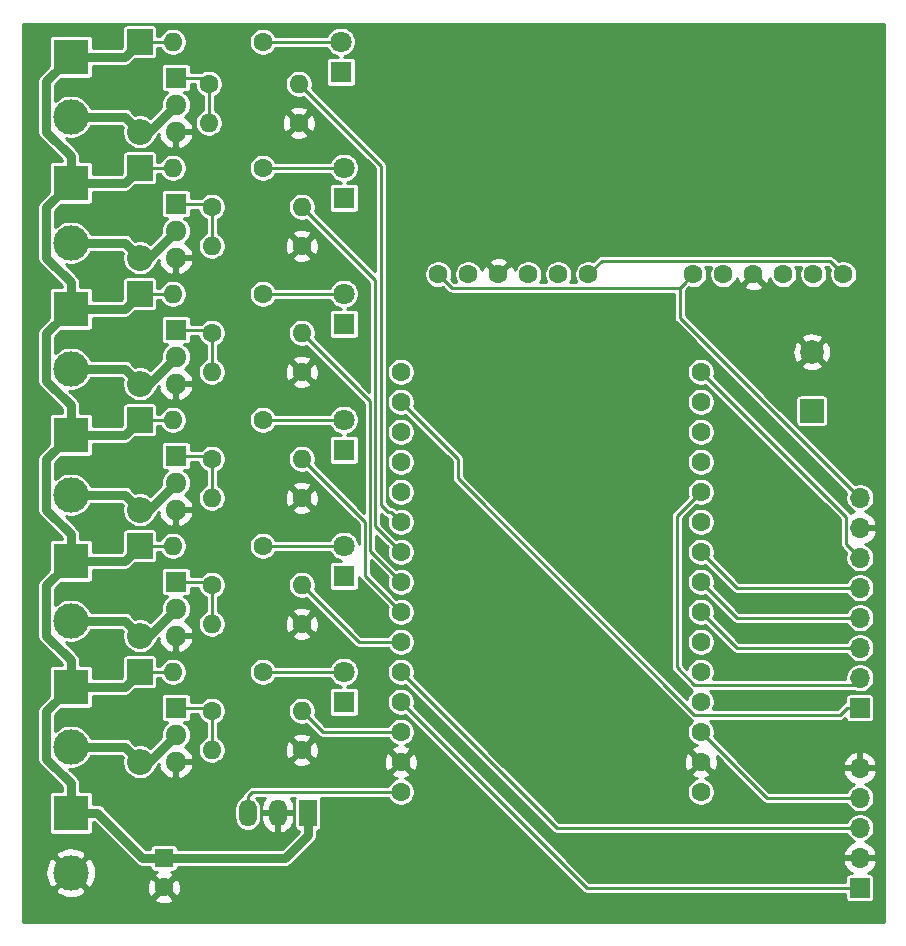
<source format=gbr>
G04 #@! TF.GenerationSoftware,KiCad,Pcbnew,5.1.5-52549c5~84~ubuntu18.04.1*
G04 #@! TF.CreationDate,2020-01-16T21:55:41+01:00*
G04 #@! TF.ProjectId,incinerator,696e6369-6e65-4726-9174-6f722e6b6963,v00*
G04 #@! TF.SameCoordinates,Original*
G04 #@! TF.FileFunction,Copper,L1,Top*
G04 #@! TF.FilePolarity,Positive*
%FSLAX46Y46*%
G04 Gerber Fmt 4.6, Leading zero omitted, Abs format (unit mm)*
G04 Created by KiCad (PCBNEW 5.1.5-52549c5~84~ubuntu18.04.1) date 2020-01-16 21:55:41*
%MOMM*%
%LPD*%
G04 APERTURE LIST*
%ADD10O,1.700000X1.700000*%
%ADD11R,1.700000X1.700000*%
%ADD12R,1.800000X1.800000*%
%ADD13C,1.800000*%
%ADD14O,1.600000X1.600000*%
%ADD15C,1.600000*%
%ADD16O,1.800000X1.714500*%
%ADD17R,1.800000X1.714500*%
%ADD18O,2.200000X2.200000*%
%ADD19R,2.200000X2.200000*%
%ADD20C,2.000000*%
%ADD21R,2.000000X2.000000*%
%ADD22C,3.000000*%
%ADD23R,3.000000X3.000000*%
%ADD24R,1.600000X1.600000*%
%ADD25O,1.500000X2.300000*%
%ADD26R,1.500000X2.300000*%
%ADD27C,0.750000*%
%ADD28C,0.250000*%
%ADD29C,0.254000*%
G04 APERTURE END LIST*
D10*
X172720000Y-113792000D03*
X172720000Y-116332000D03*
X172720000Y-118872000D03*
X172720000Y-121412000D03*
D11*
X172720000Y-123952000D03*
D10*
X172720000Y-90932000D03*
X172720000Y-93472000D03*
X172720000Y-96012000D03*
X172720000Y-98552000D03*
X172720000Y-101092000D03*
X172720000Y-103632000D03*
X172720000Y-106172000D03*
D11*
X172720000Y-108712000D03*
D12*
X129032000Y-108204000D03*
D13*
X129032000Y-105664000D03*
D12*
X129032000Y-76200000D03*
D13*
X129032000Y-73660000D03*
D12*
X129032000Y-65532000D03*
D13*
X129032000Y-62992000D03*
D12*
X128778000Y-54864000D03*
D13*
X128778000Y-52324000D03*
D12*
X129032000Y-86868000D03*
D13*
X129032000Y-84328000D03*
D12*
X129032000Y-97536000D03*
D13*
X129032000Y-94996000D03*
D14*
X125476000Y-108966000D03*
D15*
X117856000Y-108966000D03*
D14*
X117856000Y-112268000D03*
D15*
X125476000Y-112268000D03*
D14*
X114554000Y-105664000D03*
D15*
X122174000Y-105664000D03*
D14*
X125476000Y-98298000D03*
D15*
X117856000Y-98298000D03*
D14*
X117856000Y-101600000D03*
D15*
X125476000Y-101600000D03*
D14*
X125222000Y-55880000D03*
D15*
X117602000Y-55880000D03*
D14*
X114554000Y-94996000D03*
D15*
X122174000Y-94996000D03*
D14*
X125476000Y-87630000D03*
D15*
X117856000Y-87630000D03*
D14*
X117856000Y-90932000D03*
D15*
X125476000Y-90932000D03*
D14*
X114554000Y-84328000D03*
D15*
X122174000Y-84328000D03*
D14*
X125476000Y-76962000D03*
D15*
X117856000Y-76962000D03*
D14*
X117602000Y-59182000D03*
D15*
X125222000Y-59182000D03*
D14*
X117856000Y-80264000D03*
D15*
X125476000Y-80264000D03*
D14*
X114554000Y-73660000D03*
D15*
X122174000Y-73660000D03*
D14*
X125476000Y-66294000D03*
D15*
X117856000Y-66294000D03*
D14*
X117856000Y-69596000D03*
D15*
X125476000Y-69596000D03*
D14*
X114554000Y-62992000D03*
D15*
X122174000Y-62992000D03*
D14*
X114554000Y-52324000D03*
D15*
X122174000Y-52324000D03*
D16*
X114808000Y-113284000D03*
X114808000Y-110998000D03*
D17*
X114808000Y-108712000D03*
D16*
X114808000Y-102616000D03*
X114808000Y-100330000D03*
D17*
X114808000Y-98044000D03*
D16*
X114808000Y-91948000D03*
X114808000Y-89662000D03*
D17*
X114808000Y-87376000D03*
D16*
X114808000Y-81280000D03*
X114808000Y-78994000D03*
D17*
X114808000Y-76708000D03*
D16*
X114808000Y-70612000D03*
X114808000Y-68326000D03*
D17*
X114808000Y-66040000D03*
D16*
X114808000Y-59944000D03*
X114808000Y-57658000D03*
D17*
X114808000Y-55372000D03*
D18*
X111760000Y-113284000D03*
D19*
X111760000Y-105664000D03*
D18*
X111760000Y-102616000D03*
D19*
X111760000Y-94996000D03*
D18*
X111760000Y-91948000D03*
D19*
X111760000Y-84328000D03*
D18*
X111760000Y-81280000D03*
D19*
X111760000Y-73660000D03*
D18*
X111760000Y-70612000D03*
D19*
X111760000Y-62992000D03*
D18*
X111760000Y-59944000D03*
D19*
X111760000Y-52324000D03*
D20*
X168656000Y-78566000D03*
D21*
X168656000Y-83566000D03*
D22*
X105918000Y-112014000D03*
D23*
X105918000Y-106934000D03*
D22*
X105918000Y-80010000D03*
D23*
X105918000Y-74930000D03*
D22*
X105918000Y-69342000D03*
D23*
X105918000Y-64262000D03*
D15*
X113792000Y-123912000D03*
D24*
X113792000Y-121412000D03*
D22*
X105918000Y-122682000D03*
D23*
X105918000Y-117602000D03*
D22*
X105918000Y-58674000D03*
D23*
X105918000Y-53594000D03*
D25*
X120904000Y-117602000D03*
X123444000Y-117602000D03*
D26*
X125984000Y-117602000D03*
D15*
X133858000Y-115824000D03*
X159258000Y-115824000D03*
X133858000Y-113284000D03*
X159258000Y-113284000D03*
X133858000Y-110744000D03*
X159258000Y-110744000D03*
X133858000Y-108204000D03*
X159258000Y-108204000D03*
X133858000Y-105664000D03*
X159258000Y-105664000D03*
X133858000Y-103124000D03*
X159258000Y-103124000D03*
X133858000Y-100584000D03*
X159258000Y-100584000D03*
X133858000Y-98044000D03*
X159258000Y-98044000D03*
X133858000Y-95504000D03*
X159258000Y-95504000D03*
X133858000Y-92964000D03*
X159258000Y-92964000D03*
X133858000Y-90424000D03*
X159258000Y-90424000D03*
X133858000Y-87884000D03*
X159258000Y-87884000D03*
X133858000Y-85344000D03*
X159258000Y-85344000D03*
X133858000Y-82804000D03*
X159258000Y-82804000D03*
X133858000Y-80264000D03*
X159258000Y-80264000D03*
X149733000Y-72009000D03*
X147193000Y-72009000D03*
X144653000Y-72009000D03*
X142113000Y-72009000D03*
X139573000Y-72009000D03*
X137033000Y-72009000D03*
X171323000Y-72009000D03*
X168783000Y-72009000D03*
X166243000Y-72009000D03*
X163703000Y-72009000D03*
X161163000Y-72009000D03*
X158623000Y-72009000D03*
D22*
X105918000Y-90678000D03*
D23*
X105918000Y-85598000D03*
D22*
X105918000Y-101346000D03*
D23*
X105918000Y-96266000D03*
D27*
X105918000Y-117602000D02*
X108168000Y-117602000D01*
X111978000Y-121412000D02*
X113792000Y-121412000D01*
X108168000Y-117602000D02*
X111978000Y-121412000D01*
X125984000Y-119502000D02*
X125984000Y-117602000D01*
X124074000Y-121412000D02*
X125984000Y-119502000D01*
X113792000Y-121412000D02*
X124074000Y-121412000D01*
X103842999Y-109009001D02*
X105918000Y-106934000D01*
X103842999Y-113010001D02*
X103842999Y-109009001D01*
X105918000Y-115085002D02*
X103842999Y-113010001D01*
X105918000Y-117602000D02*
X105918000Y-115085002D01*
X103842999Y-102608999D02*
X103842999Y-98341001D01*
X103842999Y-98341001D02*
X105918000Y-96266000D01*
X105918000Y-104684000D02*
X103842999Y-102608999D01*
X105918000Y-106934000D02*
X105918000Y-104684000D01*
X103842999Y-91940999D02*
X103842999Y-87673001D01*
X105918000Y-94016000D02*
X103842999Y-91940999D01*
X103842999Y-87673001D02*
X105918000Y-85598000D01*
X105918000Y-96266000D02*
X105918000Y-94016000D01*
X103842999Y-77005001D02*
X105918000Y-74930000D01*
X103842999Y-81006001D02*
X103842999Y-77005001D01*
X105918000Y-83081002D02*
X103842999Y-81006001D01*
X105918000Y-85598000D02*
X105918000Y-83081002D01*
X103842999Y-66337001D02*
X105918000Y-64262000D01*
X103842999Y-70604999D02*
X103842999Y-66337001D01*
X105918000Y-72680000D02*
X103842999Y-70604999D01*
X105918000Y-74930000D02*
X105918000Y-72680000D01*
X103842999Y-55669001D02*
X105918000Y-53594000D01*
X103842999Y-59936999D02*
X103842999Y-55669001D01*
X105918000Y-62012000D02*
X103842999Y-59936999D01*
X105918000Y-64262000D02*
X105918000Y-62012000D01*
X110490000Y-53594000D02*
X111760000Y-52324000D01*
X105918000Y-53594000D02*
X110490000Y-53594000D01*
X110490000Y-64262000D02*
X111760000Y-62992000D01*
X105918000Y-64262000D02*
X110490000Y-64262000D01*
X110490000Y-74930000D02*
X111760000Y-73660000D01*
X105918000Y-74930000D02*
X110490000Y-74930000D01*
X110490000Y-85598000D02*
X111760000Y-84328000D01*
X105918000Y-85598000D02*
X110490000Y-85598000D01*
X110490000Y-96266000D02*
X111760000Y-94996000D01*
X105918000Y-96266000D02*
X110490000Y-96266000D01*
X110490000Y-106934000D02*
X111760000Y-105664000D01*
X105918000Y-106934000D02*
X110490000Y-106934000D01*
D28*
X111760000Y-52324000D02*
X114554000Y-52324000D01*
X113110000Y-62992000D02*
X114554000Y-62992000D01*
X111760000Y-62992000D02*
X113110000Y-62992000D01*
X113110000Y-73660000D02*
X114554000Y-73660000D01*
X111760000Y-73660000D02*
X113110000Y-73660000D01*
X111760000Y-84328000D02*
X114554000Y-84328000D01*
X113110000Y-94996000D02*
X114554000Y-94996000D01*
X111760000Y-94996000D02*
X113110000Y-94996000D01*
X111760000Y-105664000D02*
X114554000Y-105664000D01*
D27*
X110490000Y-58674000D02*
X111760000Y-59944000D01*
X105918000Y-58674000D02*
X110490000Y-58674000D01*
X112522000Y-59944000D02*
X114808000Y-57658000D01*
X111760000Y-59944000D02*
X112522000Y-59944000D01*
D28*
X122174000Y-52324000D02*
X128778000Y-52324000D01*
X149606000Y-123952000D02*
X133858000Y-108204000D01*
X172720000Y-123952000D02*
X149606000Y-123952000D01*
X147066000Y-118872000D02*
X133858000Y-105664000D01*
X172720000Y-118872000D02*
X147066000Y-118872000D01*
X164846000Y-116332000D02*
X159258000Y-110744000D01*
X172720000Y-116332000D02*
X164846000Y-116332000D01*
X158717999Y-109329001D02*
X138684000Y-89295002D01*
X171002999Y-109329001D02*
X158717999Y-109329001D01*
X172720000Y-108712000D02*
X171620000Y-108712000D01*
X171620000Y-108712000D02*
X171002999Y-109329001D01*
X138684000Y-89295002D02*
X138684000Y-87630000D01*
X138684000Y-87630000D02*
X133858000Y-82804000D01*
X158717999Y-106789001D02*
X157226000Y-105297002D01*
X172720000Y-106172000D02*
X172102999Y-106789001D01*
X172102999Y-106789001D02*
X158717999Y-106789001D01*
X157226000Y-92456000D02*
X159258000Y-90424000D01*
X157226000Y-105297002D02*
X157226000Y-92456000D01*
X162306000Y-103632000D02*
X159258000Y-100584000D01*
X172720000Y-103632000D02*
X162306000Y-103632000D01*
X162306000Y-101092000D02*
X159258000Y-98044000D01*
X172720000Y-101092000D02*
X162306000Y-101092000D01*
X162306000Y-98552000D02*
X159258000Y-95504000D01*
X172720000Y-98552000D02*
X162306000Y-98552000D01*
X170523001Y-71209001D02*
X171323000Y-72009000D01*
X170197999Y-70883999D02*
X170523001Y-71209001D01*
X150858001Y-70883999D02*
X170197999Y-70883999D01*
X149733000Y-72009000D02*
X150858001Y-70883999D01*
X160057999Y-81063999D02*
X159258000Y-80264000D01*
X171544999Y-92550999D02*
X160057999Y-81063999D01*
X171544999Y-94836999D02*
X171544999Y-92550999D01*
X172720000Y-96012000D02*
X171544999Y-94836999D01*
X157823001Y-72808999D02*
X158623000Y-72009000D01*
X157497999Y-73134001D02*
X157823001Y-72808999D01*
X137033000Y-72009000D02*
X138158001Y-73134001D01*
X172720000Y-90932000D02*
X157462001Y-75674001D01*
X138158001Y-73134001D02*
X157462001Y-73134001D01*
X157462001Y-75674001D02*
X157462001Y-73134001D01*
X157462001Y-73134001D02*
X157497999Y-73134001D01*
X117094000Y-55372000D02*
X117602000Y-55880000D01*
X114808000Y-55372000D02*
X117094000Y-55372000D01*
X117602000Y-55880000D02*
X117602000Y-59182000D01*
X132804001Y-92164001D02*
X132160029Y-91520029D01*
X133858000Y-92964000D02*
X133058001Y-92164001D01*
X133058001Y-92164001D02*
X132804001Y-92164001D01*
X132160029Y-62818029D02*
X125222000Y-55880000D01*
X132160029Y-91520029D02*
X132160029Y-62818029D01*
X121282000Y-115824000D02*
X132726630Y-115824000D01*
X132726630Y-115824000D02*
X133858000Y-115824000D01*
X120904000Y-116202000D02*
X121282000Y-115824000D01*
X120904000Y-117602000D02*
X120904000Y-116202000D01*
D27*
X110490000Y-69342000D02*
X111760000Y-70612000D01*
X105918000Y-69342000D02*
X110490000Y-69342000D01*
X112522000Y-70612000D02*
X114808000Y-68326000D01*
X111760000Y-70612000D02*
X112522000Y-70612000D01*
D28*
X122174000Y-62992000D02*
X129032000Y-62992000D01*
X117602000Y-66040000D02*
X117856000Y-66294000D01*
X114808000Y-66040000D02*
X117602000Y-66040000D01*
X117856000Y-66294000D02*
X117856000Y-69596000D01*
X126275999Y-67093999D02*
X125476000Y-66294000D01*
X131710019Y-72528019D02*
X126275999Y-67093999D01*
X131710019Y-93356019D02*
X131710019Y-72528019D01*
X133858000Y-95504000D02*
X131710019Y-93356019D01*
D27*
X110490000Y-80010000D02*
X111760000Y-81280000D01*
X105918000Y-80010000D02*
X110490000Y-80010000D01*
X112522000Y-81280000D02*
X114808000Y-78994000D01*
X111760000Y-81280000D02*
X112522000Y-81280000D01*
D28*
X123305370Y-73660000D02*
X129032000Y-73660000D01*
X122174000Y-73660000D02*
X123305370Y-73660000D01*
X117602000Y-76708000D02*
X117856000Y-76962000D01*
X114808000Y-76708000D02*
X117602000Y-76708000D01*
X117856000Y-78093370D02*
X117856000Y-80264000D01*
X117856000Y-76962000D02*
X117856000Y-78093370D01*
X131260009Y-82746009D02*
X125476000Y-76962000D01*
X133858000Y-98044000D02*
X131260009Y-95446009D01*
X131260009Y-95446009D02*
X131260009Y-82746009D01*
D27*
X110490000Y-90678000D02*
X111760000Y-91948000D01*
X105918000Y-90678000D02*
X110490000Y-90678000D01*
X112522000Y-91948000D02*
X114808000Y-89662000D01*
X111760000Y-91948000D02*
X112522000Y-91948000D01*
D28*
X122174000Y-84328000D02*
X129032000Y-84328000D01*
X117602000Y-87376000D02*
X117856000Y-87630000D01*
X114808000Y-87376000D02*
X117602000Y-87376000D01*
X117856000Y-88761370D02*
X117856000Y-90932000D01*
X117856000Y-87630000D02*
X117856000Y-88761370D01*
X130810000Y-92964000D02*
X125476000Y-87630000D01*
X133858000Y-100584000D02*
X130810000Y-97536000D01*
X130810000Y-97536000D02*
X130810000Y-92964000D01*
D27*
X110490000Y-101346000D02*
X111760000Y-102616000D01*
X105918000Y-101346000D02*
X110490000Y-101346000D01*
X112522000Y-102616000D02*
X114808000Y-100330000D01*
X111760000Y-102616000D02*
X112522000Y-102616000D01*
D28*
X122174000Y-94996000D02*
X129032000Y-94996000D01*
X117602000Y-98044000D02*
X117856000Y-98298000D01*
X114808000Y-98044000D02*
X117602000Y-98044000D01*
X117856000Y-98298000D02*
X117856000Y-101600000D01*
X130302000Y-103124000D02*
X133858000Y-103124000D01*
X125476000Y-98298000D02*
X130302000Y-103124000D01*
D27*
X110490000Y-112014000D02*
X111760000Y-113284000D01*
X105918000Y-112014000D02*
X110490000Y-112014000D01*
X112522000Y-113284000D02*
X114808000Y-110998000D01*
X111760000Y-113284000D02*
X112522000Y-113284000D01*
D28*
X122174000Y-105664000D02*
X129032000Y-105664000D01*
X117602000Y-108712000D02*
X117856000Y-108966000D01*
X114808000Y-108712000D02*
X117602000Y-108712000D01*
X117856000Y-110097370D02*
X117856000Y-112268000D01*
X117856000Y-108966000D02*
X117856000Y-110097370D01*
X127254000Y-110744000D02*
X133858000Y-110744000D01*
X125476000Y-108966000D02*
X127254000Y-110744000D01*
D29*
G36*
X174727000Y-126848000D02*
G01*
X101879000Y-126848000D01*
X101879000Y-124904702D01*
X112978903Y-124904702D01*
X113050486Y-125148671D01*
X113305996Y-125269571D01*
X113580184Y-125338300D01*
X113862512Y-125352217D01*
X114142130Y-125310787D01*
X114408292Y-125215603D01*
X114533514Y-125148671D01*
X114605097Y-124904702D01*
X113792000Y-124091605D01*
X112978903Y-124904702D01*
X101879000Y-124904702D01*
X101879000Y-124173653D01*
X104605952Y-124173653D01*
X104761962Y-124489214D01*
X105136745Y-124680020D01*
X105541551Y-124794044D01*
X105960824Y-124826902D01*
X106378451Y-124777334D01*
X106778383Y-124647243D01*
X107074038Y-124489214D01*
X107230048Y-124173653D01*
X105918000Y-122861605D01*
X104605952Y-124173653D01*
X101879000Y-124173653D01*
X101879000Y-122724824D01*
X103773098Y-122724824D01*
X103822666Y-123142451D01*
X103952757Y-123542383D01*
X104110786Y-123838038D01*
X104426347Y-123994048D01*
X105738395Y-122682000D01*
X106097605Y-122682000D01*
X107409653Y-123994048D01*
X107432986Y-123982512D01*
X112351783Y-123982512D01*
X112393213Y-124262130D01*
X112488397Y-124528292D01*
X112555329Y-124653514D01*
X112799298Y-124725097D01*
X113612395Y-123912000D01*
X113971605Y-123912000D01*
X114784702Y-124725097D01*
X115028671Y-124653514D01*
X115149571Y-124398004D01*
X115218300Y-124123816D01*
X115232217Y-123841488D01*
X115190787Y-123561870D01*
X115095603Y-123295708D01*
X115028671Y-123170486D01*
X114784702Y-123098903D01*
X113971605Y-123912000D01*
X113612395Y-123912000D01*
X112799298Y-123098903D01*
X112555329Y-123170486D01*
X112434429Y-123425996D01*
X112365700Y-123700184D01*
X112351783Y-123982512D01*
X107432986Y-123982512D01*
X107725214Y-123838038D01*
X107916020Y-123463255D01*
X108030044Y-123058449D01*
X108062902Y-122639176D01*
X108013334Y-122221549D01*
X107883243Y-121821617D01*
X107725214Y-121525962D01*
X107409653Y-121369952D01*
X106097605Y-122682000D01*
X105738395Y-122682000D01*
X104426347Y-121369952D01*
X104110786Y-121525962D01*
X103919980Y-121900745D01*
X103805956Y-122305551D01*
X103773098Y-122724824D01*
X101879000Y-122724824D01*
X101879000Y-121190347D01*
X104605952Y-121190347D01*
X105918000Y-122502395D01*
X107230048Y-121190347D01*
X107074038Y-120874786D01*
X106699255Y-120683980D01*
X106294449Y-120569956D01*
X105875176Y-120537098D01*
X105457549Y-120586666D01*
X105057617Y-120716757D01*
X104761962Y-120874786D01*
X104605952Y-121190347D01*
X101879000Y-121190347D01*
X101879000Y-55669001D01*
X103083342Y-55669001D01*
X103087000Y-55706140D01*
X103086999Y-59899870D01*
X103083342Y-59936999D01*
X103086999Y-59974127D01*
X103097939Y-60085200D01*
X103141167Y-60227706D01*
X103211367Y-60359041D01*
X103305840Y-60474158D01*
X103334693Y-60497837D01*
X105162001Y-62325147D01*
X105162001Y-62379157D01*
X104418000Y-62379157D01*
X104343311Y-62386513D01*
X104271492Y-62408299D01*
X104205304Y-62443678D01*
X104147289Y-62491289D01*
X104099678Y-62549304D01*
X104064299Y-62615492D01*
X104042513Y-62687311D01*
X104035157Y-62762000D01*
X104035157Y-65075698D01*
X103334688Y-65776168D01*
X103305841Y-65799842D01*
X103211368Y-65914958D01*
X103148428Y-66032711D01*
X103141168Y-66046293D01*
X103097939Y-66188800D01*
X103083342Y-66337001D01*
X103087000Y-66374140D01*
X103086999Y-70567870D01*
X103083342Y-70604999D01*
X103086999Y-70642127D01*
X103097939Y-70753200D01*
X103141167Y-70895706D01*
X103211367Y-71027041D01*
X103305840Y-71142158D01*
X103334693Y-71165837D01*
X105162001Y-72993147D01*
X105162001Y-73047157D01*
X104418000Y-73047157D01*
X104343311Y-73054513D01*
X104271492Y-73076299D01*
X104205304Y-73111678D01*
X104147289Y-73159289D01*
X104099678Y-73217304D01*
X104064299Y-73283492D01*
X104042513Y-73355311D01*
X104035157Y-73430000D01*
X104035157Y-75743698D01*
X103334688Y-76444168D01*
X103305841Y-76467842D01*
X103211368Y-76582958D01*
X103148428Y-76700711D01*
X103141168Y-76714293D01*
X103097939Y-76856800D01*
X103083342Y-77005001D01*
X103087000Y-77042140D01*
X103086999Y-80968872D01*
X103083342Y-81006001D01*
X103090345Y-81077097D01*
X103097939Y-81154202D01*
X103141167Y-81296708D01*
X103211367Y-81428043D01*
X103305840Y-81543160D01*
X103334693Y-81566839D01*
X105162001Y-83394149D01*
X105162001Y-83715157D01*
X104418000Y-83715157D01*
X104343311Y-83722513D01*
X104271492Y-83744299D01*
X104205304Y-83779678D01*
X104147289Y-83827289D01*
X104099678Y-83885304D01*
X104064299Y-83951492D01*
X104042513Y-84023311D01*
X104035157Y-84098000D01*
X104035157Y-86411698D01*
X103334688Y-87112168D01*
X103305841Y-87135842D01*
X103211368Y-87250958D01*
X103148428Y-87368711D01*
X103141168Y-87382293D01*
X103097939Y-87524800D01*
X103083342Y-87673001D01*
X103087000Y-87710140D01*
X103086999Y-91903870D01*
X103083342Y-91940999D01*
X103088146Y-91989774D01*
X103097939Y-92089200D01*
X103141167Y-92231706D01*
X103211367Y-92363041D01*
X103305840Y-92478158D01*
X103334693Y-92501837D01*
X105162001Y-94329147D01*
X105162001Y-94383157D01*
X104418000Y-94383157D01*
X104343311Y-94390513D01*
X104271492Y-94412299D01*
X104205304Y-94447678D01*
X104147289Y-94495289D01*
X104099678Y-94553304D01*
X104064299Y-94619492D01*
X104042513Y-94691311D01*
X104035157Y-94766000D01*
X104035157Y-97079698D01*
X103334688Y-97780168D01*
X103305841Y-97803842D01*
X103211368Y-97918958D01*
X103149514Y-98034678D01*
X103141168Y-98050293D01*
X103097939Y-98192800D01*
X103083342Y-98341001D01*
X103087000Y-98378140D01*
X103086999Y-102571870D01*
X103083342Y-102608999D01*
X103089924Y-102675820D01*
X103097939Y-102757200D01*
X103141167Y-102899706D01*
X103211367Y-103031041D01*
X103305840Y-103146158D01*
X103334693Y-103169837D01*
X105162001Y-104997147D01*
X105162001Y-105051157D01*
X104418000Y-105051157D01*
X104343311Y-105058513D01*
X104271492Y-105080299D01*
X104205304Y-105115678D01*
X104147289Y-105163289D01*
X104099678Y-105221304D01*
X104064299Y-105287492D01*
X104042513Y-105359311D01*
X104035157Y-105434000D01*
X104035157Y-107747698D01*
X103334688Y-108448168D01*
X103305841Y-108471842D01*
X103211368Y-108586958D01*
X103148428Y-108704711D01*
X103141168Y-108718293D01*
X103097939Y-108860800D01*
X103083342Y-109009001D01*
X103087000Y-109046140D01*
X103086999Y-112972872D01*
X103083342Y-113010001D01*
X103086999Y-113047129D01*
X103097939Y-113158202D01*
X103141167Y-113300708D01*
X103211367Y-113432043D01*
X103305840Y-113547160D01*
X103334693Y-113570839D01*
X105162001Y-115398149D01*
X105162001Y-115719157D01*
X104418000Y-115719157D01*
X104343311Y-115726513D01*
X104271492Y-115748299D01*
X104205304Y-115783678D01*
X104147289Y-115831289D01*
X104099678Y-115889304D01*
X104064299Y-115955492D01*
X104042513Y-116027311D01*
X104035157Y-116102000D01*
X104035157Y-119102000D01*
X104042513Y-119176689D01*
X104064299Y-119248508D01*
X104099678Y-119314696D01*
X104147289Y-119372711D01*
X104205304Y-119420322D01*
X104271492Y-119455701D01*
X104343311Y-119477487D01*
X104418000Y-119484843D01*
X107418000Y-119484843D01*
X107492689Y-119477487D01*
X107564508Y-119455701D01*
X107630696Y-119420322D01*
X107688711Y-119372711D01*
X107736322Y-119314696D01*
X107771701Y-119248508D01*
X107793487Y-119176689D01*
X107800843Y-119102000D01*
X107800843Y-118358000D01*
X107854856Y-118358000D01*
X111417171Y-121920317D01*
X111440841Y-121949159D01*
X111555957Y-122043632D01*
X111687292Y-122113832D01*
X111829798Y-122157060D01*
X111978000Y-122171657D01*
X112015129Y-122168000D01*
X112609157Y-122168000D01*
X112609157Y-122212000D01*
X112616513Y-122286689D01*
X112638299Y-122358508D01*
X112673678Y-122424696D01*
X112721289Y-122482711D01*
X112779304Y-122530322D01*
X112845492Y-122565701D01*
X112917311Y-122587487D01*
X112992000Y-122594843D01*
X113213609Y-122594843D01*
X113175708Y-122608397D01*
X113050486Y-122675329D01*
X112978903Y-122919298D01*
X113792000Y-123732395D01*
X114605097Y-122919298D01*
X114533514Y-122675329D01*
X114363415Y-122594843D01*
X114592000Y-122594843D01*
X114666689Y-122587487D01*
X114738508Y-122565701D01*
X114804696Y-122530322D01*
X114862711Y-122482711D01*
X114910322Y-122424696D01*
X114945701Y-122358508D01*
X114967487Y-122286689D01*
X114974843Y-122212000D01*
X114974843Y-122168000D01*
X124036871Y-122168000D01*
X124074000Y-122171657D01*
X124111129Y-122168000D01*
X124222202Y-122157060D01*
X124364708Y-122113832D01*
X124496043Y-122043632D01*
X124611159Y-121949159D01*
X124634838Y-121920306D01*
X126492313Y-120062832D01*
X126521159Y-120039159D01*
X126615632Y-119924043D01*
X126685832Y-119792708D01*
X126729060Y-119650202D01*
X126740000Y-119539129D01*
X126740000Y-119539128D01*
X126743657Y-119502000D01*
X126740000Y-119464871D01*
X126740000Y-119134252D01*
X126808689Y-119127487D01*
X126880508Y-119105701D01*
X126946696Y-119070322D01*
X127004711Y-119022711D01*
X127052322Y-118964696D01*
X127087701Y-118898508D01*
X127109487Y-118826689D01*
X127116843Y-118752000D01*
X127116843Y-116452000D01*
X127109487Y-116377311D01*
X127095135Y-116330000D01*
X132789288Y-116330000D01*
X132811412Y-116383413D01*
X132940658Y-116576843D01*
X133105157Y-116741342D01*
X133298587Y-116870588D01*
X133513515Y-116959614D01*
X133741682Y-117005000D01*
X133974318Y-117005000D01*
X134202485Y-116959614D01*
X134417413Y-116870588D01*
X134610843Y-116741342D01*
X134775342Y-116576843D01*
X134904588Y-116383413D01*
X134993614Y-116168485D01*
X135039000Y-115940318D01*
X135039000Y-115707682D01*
X134993614Y-115479515D01*
X134904588Y-115264587D01*
X134775342Y-115071157D01*
X134610843Y-114906658D01*
X134417413Y-114777412D01*
X134202485Y-114688386D01*
X134188763Y-114685657D01*
X134208130Y-114682787D01*
X134474292Y-114587603D01*
X134599514Y-114520671D01*
X134671097Y-114276702D01*
X133858000Y-113463605D01*
X133044903Y-114276702D01*
X133116486Y-114520671D01*
X133371996Y-114641571D01*
X133538741Y-114683368D01*
X133513515Y-114688386D01*
X133298587Y-114777412D01*
X133105157Y-114906658D01*
X132940658Y-115071157D01*
X132811412Y-115264587D01*
X132789288Y-115318000D01*
X121306854Y-115318000D01*
X121282000Y-115315552D01*
X121257146Y-115318000D01*
X121182807Y-115325322D01*
X121087425Y-115354255D01*
X120999521Y-115401241D01*
X120922473Y-115464473D01*
X120906628Y-115483780D01*
X120563780Y-115826629D01*
X120544474Y-115842473D01*
X120481242Y-115919521D01*
X120470126Y-115940318D01*
X120434255Y-116007426D01*
X120405322Y-116102808D01*
X120396661Y-116190752D01*
X120272611Y-116257058D01*
X120100394Y-116398393D01*
X119959059Y-116570610D01*
X119854037Y-116767091D01*
X119789365Y-116980285D01*
X119773000Y-117146442D01*
X119773000Y-118057557D01*
X119789365Y-118223714D01*
X119854037Y-118436908D01*
X119959058Y-118633390D01*
X120100393Y-118805607D01*
X120272610Y-118946942D01*
X120469091Y-119051963D01*
X120682285Y-119116635D01*
X120904000Y-119138472D01*
X121125714Y-119116635D01*
X121338908Y-119051963D01*
X121535390Y-118946942D01*
X121707607Y-118805607D01*
X121848942Y-118633390D01*
X121953963Y-118436909D01*
X122018635Y-118223715D01*
X122035000Y-118057558D01*
X122035000Y-117729000D01*
X122059000Y-117729000D01*
X122059000Y-118129000D01*
X122110389Y-118396760D01*
X122213028Y-118649349D01*
X122362972Y-118877061D01*
X122554460Y-119071145D01*
X122780132Y-119224142D01*
X123031316Y-119330173D01*
X123102815Y-119344318D01*
X123317000Y-119221656D01*
X123317000Y-117729000D01*
X123571000Y-117729000D01*
X123571000Y-119221656D01*
X123785185Y-119344318D01*
X123856684Y-119330173D01*
X124107868Y-119224142D01*
X124333540Y-119071145D01*
X124525028Y-118877061D01*
X124674972Y-118649349D01*
X124777611Y-118396760D01*
X124829000Y-118129000D01*
X124829000Y-117729000D01*
X123571000Y-117729000D01*
X123317000Y-117729000D01*
X122059000Y-117729000D01*
X122035000Y-117729000D01*
X122035000Y-117146443D01*
X122018635Y-116980286D01*
X121953963Y-116767091D01*
X121848942Y-116570610D01*
X121707607Y-116398393D01*
X121624270Y-116330000D01*
X122360956Y-116330000D01*
X122213028Y-116554651D01*
X122110389Y-116807240D01*
X122059000Y-117075000D01*
X122059000Y-117475000D01*
X123317000Y-117475000D01*
X123317000Y-117455000D01*
X123571000Y-117455000D01*
X123571000Y-117475000D01*
X124829000Y-117475000D01*
X124829000Y-117075000D01*
X124777611Y-116807240D01*
X124674972Y-116554651D01*
X124527044Y-116330000D01*
X124872865Y-116330000D01*
X124858513Y-116377311D01*
X124851157Y-116452000D01*
X124851157Y-118752000D01*
X124858513Y-118826689D01*
X124880299Y-118898508D01*
X124915678Y-118964696D01*
X124963289Y-119022711D01*
X125021304Y-119070322D01*
X125087492Y-119105701D01*
X125159311Y-119127487D01*
X125228000Y-119134252D01*
X125228000Y-119188855D01*
X123760856Y-120656000D01*
X114974843Y-120656000D01*
X114974843Y-120612000D01*
X114967487Y-120537311D01*
X114945701Y-120465492D01*
X114910322Y-120399304D01*
X114862711Y-120341289D01*
X114804696Y-120293678D01*
X114738508Y-120258299D01*
X114666689Y-120236513D01*
X114592000Y-120229157D01*
X112992000Y-120229157D01*
X112917311Y-120236513D01*
X112845492Y-120258299D01*
X112779304Y-120293678D01*
X112721289Y-120341289D01*
X112673678Y-120399304D01*
X112638299Y-120465492D01*
X112616513Y-120537311D01*
X112609157Y-120612000D01*
X112609157Y-120656000D01*
X112291146Y-120656000D01*
X108728838Y-117093694D01*
X108705159Y-117064841D01*
X108590043Y-116970368D01*
X108458708Y-116900168D01*
X108316202Y-116856940D01*
X108205129Y-116846000D01*
X108168000Y-116842343D01*
X108130871Y-116846000D01*
X107800843Y-116846000D01*
X107800843Y-116102000D01*
X107793487Y-116027311D01*
X107771701Y-115955492D01*
X107736322Y-115889304D01*
X107688711Y-115831289D01*
X107630696Y-115783678D01*
X107564508Y-115748299D01*
X107492689Y-115726513D01*
X107418000Y-115719157D01*
X106674000Y-115719157D01*
X106674000Y-115122134D01*
X106677657Y-115085002D01*
X106663061Y-114936800D01*
X106619832Y-114794293D01*
X106574936Y-114710300D01*
X106549632Y-114662959D01*
X106455159Y-114547843D01*
X106426317Y-114524173D01*
X105797143Y-113895000D01*
X106103262Y-113895000D01*
X106466667Y-113822714D01*
X106808987Y-113680920D01*
X107117067Y-113475068D01*
X107379068Y-113213067D01*
X107584920Y-112904987D01*
X107640834Y-112770000D01*
X110176856Y-112770000D01*
X110323131Y-112916275D01*
X110279000Y-113138134D01*
X110279000Y-113429866D01*
X110335914Y-113715992D01*
X110447555Y-113985517D01*
X110609632Y-114228083D01*
X110815917Y-114434368D01*
X111058483Y-114596445D01*
X111328008Y-114708086D01*
X111614134Y-114765000D01*
X111905866Y-114765000D01*
X112191992Y-114708086D01*
X112461517Y-114596445D01*
X112704083Y-114434368D01*
X112910368Y-114228083D01*
X113072445Y-113985517D01*
X113184086Y-113715992D01*
X113190277Y-113684867D01*
X113408739Y-113466405D01*
X113316587Y-113642029D01*
X113378059Y-113830733D01*
X113511376Y-114090855D01*
X113692878Y-114319970D01*
X113915591Y-114509274D01*
X114170956Y-114651491D01*
X114449159Y-114741156D01*
X114681000Y-114613914D01*
X114681000Y-113411000D01*
X114935000Y-113411000D01*
X114935000Y-114613914D01*
X115166841Y-114741156D01*
X115445044Y-114651491D01*
X115700409Y-114509274D01*
X115923122Y-114319970D01*
X116104624Y-114090855D01*
X116237941Y-113830733D01*
X116299413Y-113642029D01*
X116178189Y-113411000D01*
X114935000Y-113411000D01*
X114681000Y-113411000D01*
X114661000Y-113411000D01*
X114661000Y-113157000D01*
X114681000Y-113157000D01*
X114681000Y-113137000D01*
X114935000Y-113137000D01*
X114935000Y-113157000D01*
X116178189Y-113157000D01*
X116299413Y-112925971D01*
X116237941Y-112737267D01*
X116104624Y-112477145D01*
X115923122Y-112248030D01*
X115700409Y-112058726D01*
X115587045Y-111995592D01*
X115730561Y-111877811D01*
X115885299Y-111689263D01*
X116000279Y-111474150D01*
X116071083Y-111240739D01*
X116094991Y-110998000D01*
X116071083Y-110755261D01*
X116000279Y-110521850D01*
X115885299Y-110306737D01*
X115730561Y-110118189D01*
X115542013Y-109963451D01*
X115520764Y-109952093D01*
X115708000Y-109952093D01*
X115782689Y-109944737D01*
X115854508Y-109922951D01*
X115920696Y-109887572D01*
X115978711Y-109839961D01*
X116026322Y-109781946D01*
X116061701Y-109715758D01*
X116083487Y-109643939D01*
X116090843Y-109569250D01*
X116090843Y-109218000D01*
X116701989Y-109218000D01*
X116720386Y-109310485D01*
X116809412Y-109525413D01*
X116938658Y-109718843D01*
X117103157Y-109883342D01*
X117296587Y-110012588D01*
X117350001Y-110034713D01*
X117350001Y-110072507D01*
X117350000Y-110072517D01*
X117350001Y-111199287D01*
X117296587Y-111221412D01*
X117103157Y-111350658D01*
X116938658Y-111515157D01*
X116809412Y-111708587D01*
X116720386Y-111923515D01*
X116675000Y-112151682D01*
X116675000Y-112384318D01*
X116720386Y-112612485D01*
X116809412Y-112827413D01*
X116938658Y-113020843D01*
X117103157Y-113185342D01*
X117296587Y-113314588D01*
X117511515Y-113403614D01*
X117739682Y-113449000D01*
X117972318Y-113449000D01*
X118200485Y-113403614D01*
X118415413Y-113314588D01*
X118496058Y-113260702D01*
X124662903Y-113260702D01*
X124734486Y-113504671D01*
X124989996Y-113625571D01*
X125264184Y-113694300D01*
X125546512Y-113708217D01*
X125826130Y-113666787D01*
X126092292Y-113571603D01*
X126217514Y-113504671D01*
X126261572Y-113354512D01*
X132417783Y-113354512D01*
X132459213Y-113634130D01*
X132554397Y-113900292D01*
X132621329Y-114025514D01*
X132865298Y-114097097D01*
X133678395Y-113284000D01*
X134037605Y-113284000D01*
X134850702Y-114097097D01*
X135094671Y-114025514D01*
X135215571Y-113770004D01*
X135284300Y-113495816D01*
X135298217Y-113213488D01*
X135256787Y-112933870D01*
X135161603Y-112667708D01*
X135094671Y-112542486D01*
X134850702Y-112470903D01*
X134037605Y-113284000D01*
X133678395Y-113284000D01*
X132865298Y-112470903D01*
X132621329Y-112542486D01*
X132500429Y-112797996D01*
X132431700Y-113072184D01*
X132417783Y-113354512D01*
X126261572Y-113354512D01*
X126289097Y-113260702D01*
X125476000Y-112447605D01*
X124662903Y-113260702D01*
X118496058Y-113260702D01*
X118608843Y-113185342D01*
X118773342Y-113020843D01*
X118902588Y-112827413D01*
X118991614Y-112612485D01*
X119037000Y-112384318D01*
X119037000Y-112338512D01*
X124035783Y-112338512D01*
X124077213Y-112618130D01*
X124172397Y-112884292D01*
X124239329Y-113009514D01*
X124483298Y-113081097D01*
X125296395Y-112268000D01*
X125655605Y-112268000D01*
X126468702Y-113081097D01*
X126712671Y-113009514D01*
X126833571Y-112754004D01*
X126902300Y-112479816D01*
X126916217Y-112197488D01*
X126874787Y-111917870D01*
X126779603Y-111651708D01*
X126712671Y-111526486D01*
X126468702Y-111454903D01*
X125655605Y-112268000D01*
X125296395Y-112268000D01*
X124483298Y-111454903D01*
X124239329Y-111526486D01*
X124118429Y-111781996D01*
X124049700Y-112056184D01*
X124035783Y-112338512D01*
X119037000Y-112338512D01*
X119037000Y-112151682D01*
X118991614Y-111923515D01*
X118902588Y-111708587D01*
X118773342Y-111515157D01*
X118608843Y-111350658D01*
X118496059Y-111275298D01*
X124662903Y-111275298D01*
X125476000Y-112088395D01*
X126289097Y-111275298D01*
X126217514Y-111031329D01*
X125962004Y-110910429D01*
X125687816Y-110841700D01*
X125405488Y-110827783D01*
X125125870Y-110869213D01*
X124859708Y-110964397D01*
X124734486Y-111031329D01*
X124662903Y-111275298D01*
X118496059Y-111275298D01*
X118415413Y-111221412D01*
X118362000Y-111199288D01*
X118362000Y-110034712D01*
X118415413Y-110012588D01*
X118608843Y-109883342D01*
X118773342Y-109718843D01*
X118902588Y-109525413D01*
X118991614Y-109310485D01*
X119037000Y-109082318D01*
X119037000Y-108849682D01*
X124295000Y-108849682D01*
X124295000Y-109082318D01*
X124340386Y-109310485D01*
X124429412Y-109525413D01*
X124558658Y-109718843D01*
X124723157Y-109883342D01*
X124916587Y-110012588D01*
X125131515Y-110101614D01*
X125359682Y-110147000D01*
X125592318Y-110147000D01*
X125820485Y-110101614D01*
X125873898Y-110079490D01*
X126878628Y-111084220D01*
X126894473Y-111103527D01*
X126971521Y-111166759D01*
X127059425Y-111213745D01*
X127154807Y-111242678D01*
X127254000Y-111252448D01*
X127278854Y-111250000D01*
X132789288Y-111250000D01*
X132811412Y-111303413D01*
X132940658Y-111496843D01*
X133105157Y-111661342D01*
X133298587Y-111790588D01*
X133513515Y-111879614D01*
X133527237Y-111882343D01*
X133507870Y-111885213D01*
X133241708Y-111980397D01*
X133116486Y-112047329D01*
X133044903Y-112291298D01*
X133858000Y-113104395D01*
X134671097Y-112291298D01*
X134599514Y-112047329D01*
X134344004Y-111926429D01*
X134177259Y-111884632D01*
X134202485Y-111879614D01*
X134417413Y-111790588D01*
X134610843Y-111661342D01*
X134775342Y-111496843D01*
X134904588Y-111303413D01*
X134993614Y-111088485D01*
X135039000Y-110860318D01*
X135039000Y-110627682D01*
X134993614Y-110399515D01*
X134904588Y-110184587D01*
X134775342Y-109991157D01*
X134610843Y-109826658D01*
X134417413Y-109697412D01*
X134202485Y-109608386D01*
X133974318Y-109563000D01*
X133741682Y-109563000D01*
X133513515Y-109608386D01*
X133298587Y-109697412D01*
X133105157Y-109826658D01*
X132940658Y-109991157D01*
X132811412Y-110184587D01*
X132789288Y-110238000D01*
X127463592Y-110238000D01*
X126589490Y-109363898D01*
X126611614Y-109310485D01*
X126657000Y-109082318D01*
X126657000Y-108849682D01*
X126611614Y-108621515D01*
X126522588Y-108406587D01*
X126393342Y-108213157D01*
X126228843Y-108048658D01*
X126035413Y-107919412D01*
X125820485Y-107830386D01*
X125592318Y-107785000D01*
X125359682Y-107785000D01*
X125131515Y-107830386D01*
X124916587Y-107919412D01*
X124723157Y-108048658D01*
X124558658Y-108213157D01*
X124429412Y-108406587D01*
X124340386Y-108621515D01*
X124295000Y-108849682D01*
X119037000Y-108849682D01*
X118991614Y-108621515D01*
X118902588Y-108406587D01*
X118773342Y-108213157D01*
X118608843Y-108048658D01*
X118415413Y-107919412D01*
X118200485Y-107830386D01*
X117972318Y-107785000D01*
X117739682Y-107785000D01*
X117511515Y-107830386D01*
X117296587Y-107919412D01*
X117103157Y-108048658D01*
X116945815Y-108206000D01*
X116090843Y-108206000D01*
X116090843Y-107854750D01*
X116083487Y-107780061D01*
X116061701Y-107708242D01*
X116026322Y-107642054D01*
X115978711Y-107584039D01*
X115920696Y-107536428D01*
X115854508Y-107501049D01*
X115782689Y-107479263D01*
X115708000Y-107471907D01*
X113908000Y-107471907D01*
X113833311Y-107479263D01*
X113761492Y-107501049D01*
X113695304Y-107536428D01*
X113637289Y-107584039D01*
X113589678Y-107642054D01*
X113554299Y-107708242D01*
X113532513Y-107780061D01*
X113525157Y-107854750D01*
X113525157Y-109569250D01*
X113532513Y-109643939D01*
X113554299Y-109715758D01*
X113589678Y-109781946D01*
X113637289Y-109839961D01*
X113695304Y-109887572D01*
X113761492Y-109922951D01*
X113833311Y-109944737D01*
X113908000Y-109952093D01*
X114095236Y-109952093D01*
X114073987Y-109963451D01*
X113885439Y-110118189D01*
X113730701Y-110306737D01*
X113615721Y-110521850D01*
X113544917Y-110755261D01*
X113521009Y-110998000D01*
X113540541Y-111196314D01*
X112643622Y-112093233D01*
X112461517Y-111971555D01*
X112191992Y-111859914D01*
X111905866Y-111803000D01*
X111614134Y-111803000D01*
X111392275Y-111847131D01*
X111050838Y-111505694D01*
X111027159Y-111476841D01*
X110912043Y-111382368D01*
X110780708Y-111312168D01*
X110638202Y-111268940D01*
X110527129Y-111258000D01*
X110490000Y-111254343D01*
X110452871Y-111258000D01*
X107640834Y-111258000D01*
X107584920Y-111123013D01*
X107379068Y-110814933D01*
X107117067Y-110552932D01*
X106808987Y-110347080D01*
X106466667Y-110205286D01*
X106103262Y-110133000D01*
X105732738Y-110133000D01*
X105369333Y-110205286D01*
X105027013Y-110347080D01*
X104718933Y-110552932D01*
X104598999Y-110672866D01*
X104598999Y-109322145D01*
X105104302Y-108816843D01*
X107418000Y-108816843D01*
X107492689Y-108809487D01*
X107564508Y-108787701D01*
X107630696Y-108752322D01*
X107688711Y-108704711D01*
X107736322Y-108646696D01*
X107771701Y-108580508D01*
X107793487Y-108508689D01*
X107800843Y-108434000D01*
X107800843Y-107690000D01*
X110452871Y-107690000D01*
X110490000Y-107693657D01*
X110527129Y-107690000D01*
X110638202Y-107679060D01*
X110780708Y-107635832D01*
X110912043Y-107565632D01*
X111027159Y-107471159D01*
X111050838Y-107442306D01*
X111346301Y-107146843D01*
X112860000Y-107146843D01*
X112934689Y-107139487D01*
X113006508Y-107117701D01*
X113072696Y-107082322D01*
X113130711Y-107034711D01*
X113178322Y-106976696D01*
X113213701Y-106910508D01*
X113235487Y-106838689D01*
X113242843Y-106764000D01*
X113242843Y-106170000D01*
X113485288Y-106170000D01*
X113507412Y-106223413D01*
X113636658Y-106416843D01*
X113801157Y-106581342D01*
X113994587Y-106710588D01*
X114209515Y-106799614D01*
X114437682Y-106845000D01*
X114670318Y-106845000D01*
X114898485Y-106799614D01*
X115113413Y-106710588D01*
X115306843Y-106581342D01*
X115471342Y-106416843D01*
X115600588Y-106223413D01*
X115689614Y-106008485D01*
X115735000Y-105780318D01*
X115735000Y-105547682D01*
X120993000Y-105547682D01*
X120993000Y-105780318D01*
X121038386Y-106008485D01*
X121127412Y-106223413D01*
X121256658Y-106416843D01*
X121421157Y-106581342D01*
X121614587Y-106710588D01*
X121829515Y-106799614D01*
X122057682Y-106845000D01*
X122290318Y-106845000D01*
X122518485Y-106799614D01*
X122733413Y-106710588D01*
X122926843Y-106581342D01*
X123091342Y-106416843D01*
X123220588Y-106223413D01*
X123242712Y-106170000D01*
X127855048Y-106170000D01*
X127896793Y-106270781D01*
X128036982Y-106480590D01*
X128215410Y-106659018D01*
X128425219Y-106799207D01*
X128658346Y-106895772D01*
X128785966Y-106921157D01*
X128132000Y-106921157D01*
X128057311Y-106928513D01*
X127985492Y-106950299D01*
X127919304Y-106985678D01*
X127861289Y-107033289D01*
X127813678Y-107091304D01*
X127778299Y-107157492D01*
X127756513Y-107229311D01*
X127749157Y-107304000D01*
X127749157Y-109104000D01*
X127756513Y-109178689D01*
X127778299Y-109250508D01*
X127813678Y-109316696D01*
X127861289Y-109374711D01*
X127919304Y-109422322D01*
X127985492Y-109457701D01*
X128057311Y-109479487D01*
X128132000Y-109486843D01*
X129932000Y-109486843D01*
X130006689Y-109479487D01*
X130078508Y-109457701D01*
X130144696Y-109422322D01*
X130202711Y-109374711D01*
X130250322Y-109316696D01*
X130285701Y-109250508D01*
X130307487Y-109178689D01*
X130314843Y-109104000D01*
X130314843Y-108087682D01*
X132677000Y-108087682D01*
X132677000Y-108320318D01*
X132722386Y-108548485D01*
X132811412Y-108763413D01*
X132940658Y-108956843D01*
X133105157Y-109121342D01*
X133298587Y-109250588D01*
X133513515Y-109339614D01*
X133741682Y-109385000D01*
X133974318Y-109385000D01*
X134202485Y-109339614D01*
X134255898Y-109317489D01*
X149230628Y-124292220D01*
X149246473Y-124311527D01*
X149323521Y-124374759D01*
X149411425Y-124421745D01*
X149506806Y-124450678D01*
X149516694Y-124451652D01*
X149581146Y-124458000D01*
X149581153Y-124458000D01*
X149605999Y-124460447D01*
X149630845Y-124458000D01*
X171487157Y-124458000D01*
X171487157Y-124802000D01*
X171494513Y-124876689D01*
X171516299Y-124948508D01*
X171551678Y-125014696D01*
X171599289Y-125072711D01*
X171657304Y-125120322D01*
X171723492Y-125155701D01*
X171795311Y-125177487D01*
X171870000Y-125184843D01*
X173570000Y-125184843D01*
X173644689Y-125177487D01*
X173716508Y-125155701D01*
X173782696Y-125120322D01*
X173840711Y-125072711D01*
X173888322Y-125014696D01*
X173923701Y-124948508D01*
X173945487Y-124876689D01*
X173952843Y-124802000D01*
X173952843Y-123102000D01*
X173945487Y-123027311D01*
X173923701Y-122955492D01*
X173888322Y-122889304D01*
X173840711Y-122831289D01*
X173782696Y-122783678D01*
X173716508Y-122748299D01*
X173644689Y-122726513D01*
X173570000Y-122719157D01*
X173413367Y-122719157D01*
X173601355Y-122607178D01*
X173817588Y-122412269D01*
X173991641Y-122178920D01*
X174116825Y-121916099D01*
X174161476Y-121768890D01*
X174040155Y-121539000D01*
X172847000Y-121539000D01*
X172847000Y-121559000D01*
X172593000Y-121559000D01*
X172593000Y-121539000D01*
X171399845Y-121539000D01*
X171278524Y-121768890D01*
X171323175Y-121916099D01*
X171448359Y-122178920D01*
X171622412Y-122412269D01*
X171838645Y-122607178D01*
X172026633Y-122719157D01*
X171870000Y-122719157D01*
X171795311Y-122726513D01*
X171723492Y-122748299D01*
X171657304Y-122783678D01*
X171599289Y-122831289D01*
X171551678Y-122889304D01*
X171516299Y-122955492D01*
X171494513Y-123027311D01*
X171487157Y-123102000D01*
X171487157Y-123446000D01*
X149815592Y-123446000D01*
X134971489Y-108601898D01*
X134993614Y-108548485D01*
X135039000Y-108320318D01*
X135039000Y-108087682D01*
X134993614Y-107859515D01*
X134904588Y-107644587D01*
X134775342Y-107451157D01*
X134610843Y-107286658D01*
X134417413Y-107157412D01*
X134202485Y-107068386D01*
X133974318Y-107023000D01*
X133741682Y-107023000D01*
X133513515Y-107068386D01*
X133298587Y-107157412D01*
X133105157Y-107286658D01*
X132940658Y-107451157D01*
X132811412Y-107644587D01*
X132722386Y-107859515D01*
X132677000Y-108087682D01*
X130314843Y-108087682D01*
X130314843Y-107304000D01*
X130307487Y-107229311D01*
X130285701Y-107157492D01*
X130250322Y-107091304D01*
X130202711Y-107033289D01*
X130144696Y-106985678D01*
X130078508Y-106950299D01*
X130006689Y-106928513D01*
X129932000Y-106921157D01*
X129278034Y-106921157D01*
X129405654Y-106895772D01*
X129638781Y-106799207D01*
X129848590Y-106659018D01*
X130027018Y-106480590D01*
X130167207Y-106270781D01*
X130263772Y-106037654D01*
X130313000Y-105790167D01*
X130313000Y-105547682D01*
X132677000Y-105547682D01*
X132677000Y-105780318D01*
X132722386Y-106008485D01*
X132811412Y-106223413D01*
X132940658Y-106416843D01*
X133105157Y-106581342D01*
X133298587Y-106710588D01*
X133513515Y-106799614D01*
X133741682Y-106845000D01*
X133974318Y-106845000D01*
X134202485Y-106799614D01*
X134255898Y-106777489D01*
X146690628Y-119212220D01*
X146706473Y-119231527D01*
X146783521Y-119294759D01*
X146871425Y-119341745D01*
X146966807Y-119370678D01*
X147066000Y-119380448D01*
X147090854Y-119378000D01*
X171597168Y-119378000D01*
X171629102Y-119455097D01*
X171763820Y-119656717D01*
X171935283Y-119828180D01*
X172136903Y-119962898D01*
X172251168Y-120010228D01*
X172088748Y-120067843D01*
X171838645Y-120216822D01*
X171622412Y-120411731D01*
X171448359Y-120645080D01*
X171323175Y-120907901D01*
X171278524Y-121055110D01*
X171399845Y-121285000D01*
X172593000Y-121285000D01*
X172593000Y-121265000D01*
X172847000Y-121265000D01*
X172847000Y-121285000D01*
X174040155Y-121285000D01*
X174161476Y-121055110D01*
X174116825Y-120907901D01*
X173991641Y-120645080D01*
X173817588Y-120411731D01*
X173601355Y-120216822D01*
X173351252Y-120067843D01*
X173188832Y-120010228D01*
X173303097Y-119962898D01*
X173504717Y-119828180D01*
X173676180Y-119656717D01*
X173810898Y-119455097D01*
X173903693Y-119231069D01*
X173951000Y-118993243D01*
X173951000Y-118750757D01*
X173903693Y-118512931D01*
X173810898Y-118288903D01*
X173676180Y-118087283D01*
X173504717Y-117915820D01*
X173303097Y-117781102D01*
X173079069Y-117688307D01*
X172841243Y-117641000D01*
X172598757Y-117641000D01*
X172360931Y-117688307D01*
X172136903Y-117781102D01*
X171935283Y-117915820D01*
X171763820Y-118087283D01*
X171629102Y-118288903D01*
X171597168Y-118366000D01*
X147275592Y-118366000D01*
X144617274Y-115707682D01*
X158077000Y-115707682D01*
X158077000Y-115940318D01*
X158122386Y-116168485D01*
X158211412Y-116383413D01*
X158340658Y-116576843D01*
X158505157Y-116741342D01*
X158698587Y-116870588D01*
X158913515Y-116959614D01*
X159141682Y-117005000D01*
X159374318Y-117005000D01*
X159602485Y-116959614D01*
X159817413Y-116870588D01*
X160010843Y-116741342D01*
X160175342Y-116576843D01*
X160304588Y-116383413D01*
X160393614Y-116168485D01*
X160439000Y-115940318D01*
X160439000Y-115707682D01*
X160393614Y-115479515D01*
X160304588Y-115264587D01*
X160175342Y-115071157D01*
X160010843Y-114906658D01*
X159817413Y-114777412D01*
X159602485Y-114688386D01*
X159588763Y-114685657D01*
X159608130Y-114682787D01*
X159874292Y-114587603D01*
X159999514Y-114520671D01*
X160071097Y-114276702D01*
X159258000Y-113463605D01*
X158444903Y-114276702D01*
X158516486Y-114520671D01*
X158771996Y-114641571D01*
X158938741Y-114683368D01*
X158913515Y-114688386D01*
X158698587Y-114777412D01*
X158505157Y-114906658D01*
X158340658Y-115071157D01*
X158211412Y-115264587D01*
X158122386Y-115479515D01*
X158077000Y-115707682D01*
X144617274Y-115707682D01*
X142264104Y-113354512D01*
X157817783Y-113354512D01*
X157859213Y-113634130D01*
X157954397Y-113900292D01*
X158021329Y-114025514D01*
X158265298Y-114097097D01*
X159078395Y-113284000D01*
X158265298Y-112470903D01*
X158021329Y-112542486D01*
X157900429Y-112797996D01*
X157831700Y-113072184D01*
X157817783Y-113354512D01*
X142264104Y-113354512D01*
X134971489Y-106061898D01*
X134993614Y-106008485D01*
X135039000Y-105780318D01*
X135039000Y-105547682D01*
X134993614Y-105319515D01*
X134904588Y-105104587D01*
X134775342Y-104911157D01*
X134610843Y-104746658D01*
X134417413Y-104617412D01*
X134202485Y-104528386D01*
X133974318Y-104483000D01*
X133741682Y-104483000D01*
X133513515Y-104528386D01*
X133298587Y-104617412D01*
X133105157Y-104746658D01*
X132940658Y-104911157D01*
X132811412Y-105104587D01*
X132722386Y-105319515D01*
X132677000Y-105547682D01*
X130313000Y-105547682D01*
X130313000Y-105537833D01*
X130263772Y-105290346D01*
X130167207Y-105057219D01*
X130027018Y-104847410D01*
X129848590Y-104668982D01*
X129638781Y-104528793D01*
X129405654Y-104432228D01*
X129158167Y-104383000D01*
X128905833Y-104383000D01*
X128658346Y-104432228D01*
X128425219Y-104528793D01*
X128215410Y-104668982D01*
X128036982Y-104847410D01*
X127896793Y-105057219D01*
X127855048Y-105158000D01*
X123242712Y-105158000D01*
X123220588Y-105104587D01*
X123091342Y-104911157D01*
X122926843Y-104746658D01*
X122733413Y-104617412D01*
X122518485Y-104528386D01*
X122290318Y-104483000D01*
X122057682Y-104483000D01*
X121829515Y-104528386D01*
X121614587Y-104617412D01*
X121421157Y-104746658D01*
X121256658Y-104911157D01*
X121127412Y-105104587D01*
X121038386Y-105319515D01*
X120993000Y-105547682D01*
X115735000Y-105547682D01*
X115689614Y-105319515D01*
X115600588Y-105104587D01*
X115471342Y-104911157D01*
X115306843Y-104746658D01*
X115113413Y-104617412D01*
X114898485Y-104528386D01*
X114670318Y-104483000D01*
X114437682Y-104483000D01*
X114209515Y-104528386D01*
X113994587Y-104617412D01*
X113801157Y-104746658D01*
X113636658Y-104911157D01*
X113507412Y-105104587D01*
X113485288Y-105158000D01*
X113242843Y-105158000D01*
X113242843Y-104564000D01*
X113235487Y-104489311D01*
X113213701Y-104417492D01*
X113178322Y-104351304D01*
X113130711Y-104293289D01*
X113072696Y-104245678D01*
X113006508Y-104210299D01*
X112934689Y-104188513D01*
X112860000Y-104181157D01*
X110660000Y-104181157D01*
X110585311Y-104188513D01*
X110513492Y-104210299D01*
X110447304Y-104245678D01*
X110389289Y-104293289D01*
X110341678Y-104351304D01*
X110306299Y-104417492D01*
X110284513Y-104489311D01*
X110277157Y-104564000D01*
X110277157Y-106077699D01*
X110176856Y-106178000D01*
X107800843Y-106178000D01*
X107800843Y-105434000D01*
X107793487Y-105359311D01*
X107771701Y-105287492D01*
X107736322Y-105221304D01*
X107688711Y-105163289D01*
X107630696Y-105115678D01*
X107564508Y-105080299D01*
X107492689Y-105058513D01*
X107418000Y-105051157D01*
X106674000Y-105051157D01*
X106674000Y-104721132D01*
X106677657Y-104684000D01*
X106663061Y-104535798D01*
X106619832Y-104393291D01*
X106595379Y-104347544D01*
X106549632Y-104261957D01*
X106455159Y-104146841D01*
X106426317Y-104123171D01*
X105479840Y-103176695D01*
X105732738Y-103227000D01*
X106103262Y-103227000D01*
X106466667Y-103154714D01*
X106808987Y-103012920D01*
X107117067Y-102807068D01*
X107379068Y-102545067D01*
X107584920Y-102236987D01*
X107640834Y-102102000D01*
X110176856Y-102102000D01*
X110323131Y-102248275D01*
X110279000Y-102470134D01*
X110279000Y-102761866D01*
X110335914Y-103047992D01*
X110447555Y-103317517D01*
X110609632Y-103560083D01*
X110815917Y-103766368D01*
X111058483Y-103928445D01*
X111328008Y-104040086D01*
X111614134Y-104097000D01*
X111905866Y-104097000D01*
X112191992Y-104040086D01*
X112461517Y-103928445D01*
X112704083Y-103766368D01*
X112910368Y-103560083D01*
X113072445Y-103317517D01*
X113184086Y-103047992D01*
X113190277Y-103016867D01*
X113408739Y-102798405D01*
X113316587Y-102974029D01*
X113378059Y-103162733D01*
X113511376Y-103422855D01*
X113692878Y-103651970D01*
X113915591Y-103841274D01*
X114170956Y-103983491D01*
X114449159Y-104073156D01*
X114681000Y-103945914D01*
X114681000Y-102743000D01*
X114935000Y-102743000D01*
X114935000Y-103945914D01*
X115166841Y-104073156D01*
X115445044Y-103983491D01*
X115700409Y-103841274D01*
X115923122Y-103651970D01*
X116104624Y-103422855D01*
X116237941Y-103162733D01*
X116299413Y-102974029D01*
X116178189Y-102743000D01*
X114935000Y-102743000D01*
X114681000Y-102743000D01*
X114661000Y-102743000D01*
X114661000Y-102489000D01*
X114681000Y-102489000D01*
X114681000Y-102469000D01*
X114935000Y-102469000D01*
X114935000Y-102489000D01*
X116178189Y-102489000D01*
X116299413Y-102257971D01*
X116237941Y-102069267D01*
X116104624Y-101809145D01*
X115923122Y-101580030D01*
X115700409Y-101390726D01*
X115587045Y-101327592D01*
X115730561Y-101209811D01*
X115885299Y-101021263D01*
X116000279Y-100806150D01*
X116071083Y-100572739D01*
X116094991Y-100330000D01*
X116071083Y-100087261D01*
X116000279Y-99853850D01*
X115885299Y-99638737D01*
X115730561Y-99450189D01*
X115542013Y-99295451D01*
X115520764Y-99284093D01*
X115708000Y-99284093D01*
X115782689Y-99276737D01*
X115854508Y-99254951D01*
X115920696Y-99219572D01*
X115978711Y-99171961D01*
X116026322Y-99113946D01*
X116061701Y-99047758D01*
X116083487Y-98975939D01*
X116090843Y-98901250D01*
X116090843Y-98550000D01*
X116701989Y-98550000D01*
X116720386Y-98642485D01*
X116809412Y-98857413D01*
X116938658Y-99050843D01*
X117103157Y-99215342D01*
X117296587Y-99344588D01*
X117350000Y-99366713D01*
X117350001Y-100531287D01*
X117296587Y-100553412D01*
X117103157Y-100682658D01*
X116938658Y-100847157D01*
X116809412Y-101040587D01*
X116720386Y-101255515D01*
X116675000Y-101483682D01*
X116675000Y-101716318D01*
X116720386Y-101944485D01*
X116809412Y-102159413D01*
X116938658Y-102352843D01*
X117103157Y-102517342D01*
X117296587Y-102646588D01*
X117511515Y-102735614D01*
X117739682Y-102781000D01*
X117972318Y-102781000D01*
X118200485Y-102735614D01*
X118415413Y-102646588D01*
X118496058Y-102592702D01*
X124662903Y-102592702D01*
X124734486Y-102836671D01*
X124989996Y-102957571D01*
X125264184Y-103026300D01*
X125546512Y-103040217D01*
X125826130Y-102998787D01*
X126092292Y-102903603D01*
X126217514Y-102836671D01*
X126289097Y-102592702D01*
X125476000Y-101779605D01*
X124662903Y-102592702D01*
X118496058Y-102592702D01*
X118608843Y-102517342D01*
X118773342Y-102352843D01*
X118902588Y-102159413D01*
X118991614Y-101944485D01*
X119037000Y-101716318D01*
X119037000Y-101670512D01*
X124035783Y-101670512D01*
X124077213Y-101950130D01*
X124172397Y-102216292D01*
X124239329Y-102341514D01*
X124483298Y-102413097D01*
X125296395Y-101600000D01*
X125655605Y-101600000D01*
X126468702Y-102413097D01*
X126712671Y-102341514D01*
X126833571Y-102086004D01*
X126902300Y-101811816D01*
X126916217Y-101529488D01*
X126874787Y-101249870D01*
X126779603Y-100983708D01*
X126712671Y-100858486D01*
X126468702Y-100786903D01*
X125655605Y-101600000D01*
X125296395Y-101600000D01*
X124483298Y-100786903D01*
X124239329Y-100858486D01*
X124118429Y-101113996D01*
X124049700Y-101388184D01*
X124035783Y-101670512D01*
X119037000Y-101670512D01*
X119037000Y-101483682D01*
X118991614Y-101255515D01*
X118902588Y-101040587D01*
X118773342Y-100847157D01*
X118608843Y-100682658D01*
X118496059Y-100607298D01*
X124662903Y-100607298D01*
X125476000Y-101420395D01*
X126289097Y-100607298D01*
X126217514Y-100363329D01*
X125962004Y-100242429D01*
X125687816Y-100173700D01*
X125405488Y-100159783D01*
X125125870Y-100201213D01*
X124859708Y-100296397D01*
X124734486Y-100363329D01*
X124662903Y-100607298D01*
X118496059Y-100607298D01*
X118415413Y-100553412D01*
X118362000Y-100531288D01*
X118362000Y-99366712D01*
X118415413Y-99344588D01*
X118608843Y-99215342D01*
X118773342Y-99050843D01*
X118902588Y-98857413D01*
X118991614Y-98642485D01*
X119037000Y-98414318D01*
X119037000Y-98181682D01*
X124295000Y-98181682D01*
X124295000Y-98414318D01*
X124340386Y-98642485D01*
X124429412Y-98857413D01*
X124558658Y-99050843D01*
X124723157Y-99215342D01*
X124916587Y-99344588D01*
X125131515Y-99433614D01*
X125359682Y-99479000D01*
X125592318Y-99479000D01*
X125820485Y-99433614D01*
X125873898Y-99411489D01*
X129926628Y-103464220D01*
X129942473Y-103483527D01*
X130019521Y-103546759D01*
X130107425Y-103593745D01*
X130202807Y-103622678D01*
X130302000Y-103632448D01*
X130326854Y-103630000D01*
X132789288Y-103630000D01*
X132811412Y-103683413D01*
X132940658Y-103876843D01*
X133105157Y-104041342D01*
X133298587Y-104170588D01*
X133513515Y-104259614D01*
X133741682Y-104305000D01*
X133974318Y-104305000D01*
X134202485Y-104259614D01*
X134417413Y-104170588D01*
X134610843Y-104041342D01*
X134775342Y-103876843D01*
X134904588Y-103683413D01*
X134993614Y-103468485D01*
X135039000Y-103240318D01*
X135039000Y-103007682D01*
X134993614Y-102779515D01*
X134904588Y-102564587D01*
X134775342Y-102371157D01*
X134610843Y-102206658D01*
X134417413Y-102077412D01*
X134202485Y-101988386D01*
X133974318Y-101943000D01*
X133741682Y-101943000D01*
X133513515Y-101988386D01*
X133298587Y-102077412D01*
X133105157Y-102206658D01*
X132940658Y-102371157D01*
X132811412Y-102564587D01*
X132789288Y-102618000D01*
X130511592Y-102618000D01*
X126589489Y-98695898D01*
X126611614Y-98642485D01*
X126657000Y-98414318D01*
X126657000Y-98181682D01*
X126611614Y-97953515D01*
X126522588Y-97738587D01*
X126393342Y-97545157D01*
X126228843Y-97380658D01*
X126035413Y-97251412D01*
X125820485Y-97162386D01*
X125592318Y-97117000D01*
X125359682Y-97117000D01*
X125131515Y-97162386D01*
X124916587Y-97251412D01*
X124723157Y-97380658D01*
X124558658Y-97545157D01*
X124429412Y-97738587D01*
X124340386Y-97953515D01*
X124295000Y-98181682D01*
X119037000Y-98181682D01*
X118991614Y-97953515D01*
X118902588Y-97738587D01*
X118773342Y-97545157D01*
X118608843Y-97380658D01*
X118415413Y-97251412D01*
X118200485Y-97162386D01*
X117972318Y-97117000D01*
X117739682Y-97117000D01*
X117511515Y-97162386D01*
X117296587Y-97251412D01*
X117103157Y-97380658D01*
X116945815Y-97538000D01*
X116090843Y-97538000D01*
X116090843Y-97186750D01*
X116083487Y-97112061D01*
X116061701Y-97040242D01*
X116026322Y-96974054D01*
X115978711Y-96916039D01*
X115920696Y-96868428D01*
X115854508Y-96833049D01*
X115782689Y-96811263D01*
X115708000Y-96803907D01*
X113908000Y-96803907D01*
X113833311Y-96811263D01*
X113761492Y-96833049D01*
X113695304Y-96868428D01*
X113637289Y-96916039D01*
X113589678Y-96974054D01*
X113554299Y-97040242D01*
X113532513Y-97112061D01*
X113525157Y-97186750D01*
X113525157Y-98901250D01*
X113532513Y-98975939D01*
X113554299Y-99047758D01*
X113589678Y-99113946D01*
X113637289Y-99171961D01*
X113695304Y-99219572D01*
X113761492Y-99254951D01*
X113833311Y-99276737D01*
X113908000Y-99284093D01*
X114095236Y-99284093D01*
X114073987Y-99295451D01*
X113885439Y-99450189D01*
X113730701Y-99638737D01*
X113615721Y-99853850D01*
X113544917Y-100087261D01*
X113521009Y-100330000D01*
X113540541Y-100528314D01*
X112643622Y-101425233D01*
X112461517Y-101303555D01*
X112191992Y-101191914D01*
X111905866Y-101135000D01*
X111614134Y-101135000D01*
X111392275Y-101179131D01*
X111050838Y-100837694D01*
X111027159Y-100808841D01*
X110912043Y-100714368D01*
X110780708Y-100644168D01*
X110638202Y-100600940D01*
X110527129Y-100590000D01*
X110490000Y-100586343D01*
X110452871Y-100590000D01*
X107640834Y-100590000D01*
X107584920Y-100455013D01*
X107379068Y-100146933D01*
X107117067Y-99884932D01*
X106808987Y-99679080D01*
X106466667Y-99537286D01*
X106103262Y-99465000D01*
X105732738Y-99465000D01*
X105369333Y-99537286D01*
X105027013Y-99679080D01*
X104718933Y-99884932D01*
X104598999Y-100004866D01*
X104598999Y-98654145D01*
X105104302Y-98148843D01*
X107418000Y-98148843D01*
X107492689Y-98141487D01*
X107564508Y-98119701D01*
X107630696Y-98084322D01*
X107688711Y-98036711D01*
X107736322Y-97978696D01*
X107771701Y-97912508D01*
X107793487Y-97840689D01*
X107800843Y-97766000D01*
X107800843Y-97022000D01*
X110452871Y-97022000D01*
X110490000Y-97025657D01*
X110527129Y-97022000D01*
X110638202Y-97011060D01*
X110780708Y-96967832D01*
X110912043Y-96897632D01*
X111027159Y-96803159D01*
X111050838Y-96774306D01*
X111346301Y-96478843D01*
X112860000Y-96478843D01*
X112934689Y-96471487D01*
X113006508Y-96449701D01*
X113072696Y-96414322D01*
X113130711Y-96366711D01*
X113178322Y-96308696D01*
X113213701Y-96242508D01*
X113235487Y-96170689D01*
X113242843Y-96096000D01*
X113242843Y-95502000D01*
X113485288Y-95502000D01*
X113507412Y-95555413D01*
X113636658Y-95748843D01*
X113801157Y-95913342D01*
X113994587Y-96042588D01*
X114209515Y-96131614D01*
X114437682Y-96177000D01*
X114670318Y-96177000D01*
X114898485Y-96131614D01*
X115113413Y-96042588D01*
X115306843Y-95913342D01*
X115471342Y-95748843D01*
X115600588Y-95555413D01*
X115689614Y-95340485D01*
X115735000Y-95112318D01*
X115735000Y-94879682D01*
X120993000Y-94879682D01*
X120993000Y-95112318D01*
X121038386Y-95340485D01*
X121127412Y-95555413D01*
X121256658Y-95748843D01*
X121421157Y-95913342D01*
X121614587Y-96042588D01*
X121829515Y-96131614D01*
X122057682Y-96177000D01*
X122290318Y-96177000D01*
X122518485Y-96131614D01*
X122733413Y-96042588D01*
X122926843Y-95913342D01*
X123091342Y-95748843D01*
X123220588Y-95555413D01*
X123242712Y-95502000D01*
X127855048Y-95502000D01*
X127896793Y-95602781D01*
X128036982Y-95812590D01*
X128215410Y-95991018D01*
X128425219Y-96131207D01*
X128658346Y-96227772D01*
X128785966Y-96253157D01*
X128132000Y-96253157D01*
X128057311Y-96260513D01*
X127985492Y-96282299D01*
X127919304Y-96317678D01*
X127861289Y-96365289D01*
X127813678Y-96423304D01*
X127778299Y-96489492D01*
X127756513Y-96561311D01*
X127749157Y-96636000D01*
X127749157Y-98436000D01*
X127756513Y-98510689D01*
X127778299Y-98582508D01*
X127813678Y-98648696D01*
X127861289Y-98706711D01*
X127919304Y-98754322D01*
X127985492Y-98789701D01*
X128057311Y-98811487D01*
X128132000Y-98818843D01*
X129932000Y-98818843D01*
X130006689Y-98811487D01*
X130078508Y-98789701D01*
X130144696Y-98754322D01*
X130202711Y-98706711D01*
X130250322Y-98648696D01*
X130285701Y-98582508D01*
X130307487Y-98510689D01*
X130314843Y-98436000D01*
X130314843Y-97646800D01*
X130340255Y-97730574D01*
X130387241Y-97818479D01*
X130450473Y-97895527D01*
X130469785Y-97911376D01*
X132744510Y-100186102D01*
X132722386Y-100239515D01*
X132677000Y-100467682D01*
X132677000Y-100700318D01*
X132722386Y-100928485D01*
X132811412Y-101143413D01*
X132940658Y-101336843D01*
X133105157Y-101501342D01*
X133298587Y-101630588D01*
X133513515Y-101719614D01*
X133741682Y-101765000D01*
X133974318Y-101765000D01*
X134202485Y-101719614D01*
X134417413Y-101630588D01*
X134610843Y-101501342D01*
X134775342Y-101336843D01*
X134904588Y-101143413D01*
X134993614Y-100928485D01*
X135039000Y-100700318D01*
X135039000Y-100467682D01*
X134993614Y-100239515D01*
X134904588Y-100024587D01*
X134775342Y-99831157D01*
X134610843Y-99666658D01*
X134417413Y-99537412D01*
X134202485Y-99448386D01*
X133974318Y-99403000D01*
X133741682Y-99403000D01*
X133513515Y-99448386D01*
X133460102Y-99470510D01*
X131316000Y-97326409D01*
X131316000Y-96217591D01*
X132744510Y-97646102D01*
X132722386Y-97699515D01*
X132677000Y-97927682D01*
X132677000Y-98160318D01*
X132722386Y-98388485D01*
X132811412Y-98603413D01*
X132940658Y-98796843D01*
X133105157Y-98961342D01*
X133298587Y-99090588D01*
X133513515Y-99179614D01*
X133741682Y-99225000D01*
X133974318Y-99225000D01*
X134202485Y-99179614D01*
X134417413Y-99090588D01*
X134610843Y-98961342D01*
X134775342Y-98796843D01*
X134904588Y-98603413D01*
X134993614Y-98388485D01*
X135039000Y-98160318D01*
X135039000Y-97927682D01*
X134993614Y-97699515D01*
X134904588Y-97484587D01*
X134775342Y-97291157D01*
X134610843Y-97126658D01*
X134417413Y-96997412D01*
X134202485Y-96908386D01*
X133974318Y-96863000D01*
X133741682Y-96863000D01*
X133513515Y-96908386D01*
X133460102Y-96930510D01*
X131766009Y-95236418D01*
X131766009Y-94127600D01*
X132744510Y-95106102D01*
X132722386Y-95159515D01*
X132677000Y-95387682D01*
X132677000Y-95620318D01*
X132722386Y-95848485D01*
X132811412Y-96063413D01*
X132940658Y-96256843D01*
X133105157Y-96421342D01*
X133298587Y-96550588D01*
X133513515Y-96639614D01*
X133741682Y-96685000D01*
X133974318Y-96685000D01*
X134202485Y-96639614D01*
X134417413Y-96550588D01*
X134610843Y-96421342D01*
X134775342Y-96256843D01*
X134904588Y-96063413D01*
X134993614Y-95848485D01*
X135039000Y-95620318D01*
X135039000Y-95387682D01*
X134993614Y-95159515D01*
X134904588Y-94944587D01*
X134775342Y-94751157D01*
X134610843Y-94586658D01*
X134417413Y-94457412D01*
X134202485Y-94368386D01*
X133974318Y-94323000D01*
X133741682Y-94323000D01*
X133513515Y-94368386D01*
X133460102Y-94390510D01*
X132216019Y-93146428D01*
X132216019Y-92291611D01*
X132428629Y-92504221D01*
X132444474Y-92523528D01*
X132521522Y-92586760D01*
X132609426Y-92633746D01*
X132704808Y-92662679D01*
X132713627Y-92663548D01*
X132677000Y-92847682D01*
X132677000Y-93080318D01*
X132722386Y-93308485D01*
X132811412Y-93523413D01*
X132940658Y-93716843D01*
X133105157Y-93881342D01*
X133298587Y-94010588D01*
X133513515Y-94099614D01*
X133741682Y-94145000D01*
X133974318Y-94145000D01*
X134202485Y-94099614D01*
X134417413Y-94010588D01*
X134610843Y-93881342D01*
X134775342Y-93716843D01*
X134904588Y-93523413D01*
X134993614Y-93308485D01*
X135039000Y-93080318D01*
X135039000Y-92847682D01*
X134993614Y-92619515D01*
X134904588Y-92404587D01*
X134775342Y-92211157D01*
X134610843Y-92046658D01*
X134417413Y-91917412D01*
X134202485Y-91828386D01*
X133974318Y-91783000D01*
X133741682Y-91783000D01*
X133513515Y-91828386D01*
X133460102Y-91850511D01*
X133433377Y-91823786D01*
X133417528Y-91804474D01*
X133340480Y-91741242D01*
X133252576Y-91694256D01*
X133157194Y-91665323D01*
X133082855Y-91658001D01*
X133082847Y-91658001D01*
X133058001Y-91655554D01*
X133033155Y-91658001D01*
X133013593Y-91658001D01*
X132666029Y-91310438D01*
X132666029Y-90307682D01*
X132677000Y-90307682D01*
X132677000Y-90540318D01*
X132722386Y-90768485D01*
X132811412Y-90983413D01*
X132940658Y-91176843D01*
X133105157Y-91341342D01*
X133298587Y-91470588D01*
X133513515Y-91559614D01*
X133741682Y-91605000D01*
X133974318Y-91605000D01*
X134202485Y-91559614D01*
X134417413Y-91470588D01*
X134610843Y-91341342D01*
X134775342Y-91176843D01*
X134904588Y-90983413D01*
X134993614Y-90768485D01*
X135039000Y-90540318D01*
X135039000Y-90307682D01*
X134993614Y-90079515D01*
X134904588Y-89864587D01*
X134775342Y-89671157D01*
X134610843Y-89506658D01*
X134417413Y-89377412D01*
X134202485Y-89288386D01*
X133974318Y-89243000D01*
X133741682Y-89243000D01*
X133513515Y-89288386D01*
X133298587Y-89377412D01*
X133105157Y-89506658D01*
X132940658Y-89671157D01*
X132811412Y-89864587D01*
X132722386Y-90079515D01*
X132677000Y-90307682D01*
X132666029Y-90307682D01*
X132666029Y-87767682D01*
X132677000Y-87767682D01*
X132677000Y-88000318D01*
X132722386Y-88228485D01*
X132811412Y-88443413D01*
X132940658Y-88636843D01*
X133105157Y-88801342D01*
X133298587Y-88930588D01*
X133513515Y-89019614D01*
X133741682Y-89065000D01*
X133974318Y-89065000D01*
X134202485Y-89019614D01*
X134417413Y-88930588D01*
X134610843Y-88801342D01*
X134775342Y-88636843D01*
X134904588Y-88443413D01*
X134993614Y-88228485D01*
X135039000Y-88000318D01*
X135039000Y-87767682D01*
X134993614Y-87539515D01*
X134904588Y-87324587D01*
X134775342Y-87131157D01*
X134610843Y-86966658D01*
X134417413Y-86837412D01*
X134202485Y-86748386D01*
X133974318Y-86703000D01*
X133741682Y-86703000D01*
X133513515Y-86748386D01*
X133298587Y-86837412D01*
X133105157Y-86966658D01*
X132940658Y-87131157D01*
X132811412Y-87324587D01*
X132722386Y-87539515D01*
X132677000Y-87767682D01*
X132666029Y-87767682D01*
X132666029Y-85227682D01*
X132677000Y-85227682D01*
X132677000Y-85460318D01*
X132722386Y-85688485D01*
X132811412Y-85903413D01*
X132940658Y-86096843D01*
X133105157Y-86261342D01*
X133298587Y-86390588D01*
X133513515Y-86479614D01*
X133741682Y-86525000D01*
X133974318Y-86525000D01*
X134202485Y-86479614D01*
X134417413Y-86390588D01*
X134610843Y-86261342D01*
X134775342Y-86096843D01*
X134904588Y-85903413D01*
X134993614Y-85688485D01*
X135039000Y-85460318D01*
X135039000Y-85227682D01*
X134993614Y-84999515D01*
X134904588Y-84784587D01*
X134775342Y-84591157D01*
X134610843Y-84426658D01*
X134417413Y-84297412D01*
X134202485Y-84208386D01*
X133974318Y-84163000D01*
X133741682Y-84163000D01*
X133513515Y-84208386D01*
X133298587Y-84297412D01*
X133105157Y-84426658D01*
X132940658Y-84591157D01*
X132811412Y-84784587D01*
X132722386Y-84999515D01*
X132677000Y-85227682D01*
X132666029Y-85227682D01*
X132666029Y-82687682D01*
X132677000Y-82687682D01*
X132677000Y-82920318D01*
X132722386Y-83148485D01*
X132811412Y-83363413D01*
X132940658Y-83556843D01*
X133105157Y-83721342D01*
X133298587Y-83850588D01*
X133513515Y-83939614D01*
X133741682Y-83985000D01*
X133974318Y-83985000D01*
X134202485Y-83939614D01*
X134255898Y-83917489D01*
X138178001Y-87839593D01*
X138178000Y-89270155D01*
X138175553Y-89295002D01*
X138178000Y-89319848D01*
X138178000Y-89319855D01*
X138185322Y-89394194D01*
X138214255Y-89489576D01*
X138261241Y-89577481D01*
X138324473Y-89654529D01*
X138343785Y-89670378D01*
X158342627Y-109669221D01*
X158358472Y-109688528D01*
X158435520Y-109751760D01*
X158491994Y-109781946D01*
X158523424Y-109798746D01*
X158539591Y-109803650D01*
X158505157Y-109826658D01*
X158340658Y-109991157D01*
X158211412Y-110184587D01*
X158122386Y-110399515D01*
X158077000Y-110627682D01*
X158077000Y-110860318D01*
X158122386Y-111088485D01*
X158211412Y-111303413D01*
X158340658Y-111496843D01*
X158505157Y-111661342D01*
X158698587Y-111790588D01*
X158913515Y-111879614D01*
X158927237Y-111882343D01*
X158907870Y-111885213D01*
X158641708Y-111980397D01*
X158516486Y-112047329D01*
X158444903Y-112291298D01*
X159258000Y-113104395D01*
X159272143Y-113090253D01*
X159451748Y-113269858D01*
X159437605Y-113284000D01*
X160250702Y-114097097D01*
X160494671Y-114025514D01*
X160615571Y-113770004D01*
X160684300Y-113495816D01*
X160698217Y-113213488D01*
X160656787Y-112933870D01*
X160614761Y-112816352D01*
X164470628Y-116672220D01*
X164486473Y-116691527D01*
X164563521Y-116754759D01*
X164651425Y-116801745D01*
X164724607Y-116823944D01*
X164746806Y-116830678D01*
X164756694Y-116831652D01*
X164821146Y-116838000D01*
X164821153Y-116838000D01*
X164845999Y-116840447D01*
X164870845Y-116838000D01*
X171597168Y-116838000D01*
X171629102Y-116915097D01*
X171763820Y-117116717D01*
X171935283Y-117288180D01*
X172136903Y-117422898D01*
X172360931Y-117515693D01*
X172598757Y-117563000D01*
X172841243Y-117563000D01*
X173079069Y-117515693D01*
X173303097Y-117422898D01*
X173504717Y-117288180D01*
X173676180Y-117116717D01*
X173810898Y-116915097D01*
X173903693Y-116691069D01*
X173951000Y-116453243D01*
X173951000Y-116210757D01*
X173903693Y-115972931D01*
X173810898Y-115748903D01*
X173676180Y-115547283D01*
X173504717Y-115375820D01*
X173303097Y-115241102D01*
X173188832Y-115193772D01*
X173351252Y-115136157D01*
X173601355Y-114987178D01*
X173817588Y-114792269D01*
X173991641Y-114558920D01*
X174116825Y-114296099D01*
X174161476Y-114148890D01*
X174040155Y-113919000D01*
X172847000Y-113919000D01*
X172847000Y-113939000D01*
X172593000Y-113939000D01*
X172593000Y-113919000D01*
X171399845Y-113919000D01*
X171278524Y-114148890D01*
X171323175Y-114296099D01*
X171448359Y-114558920D01*
X171622412Y-114792269D01*
X171838645Y-114987178D01*
X172088748Y-115136157D01*
X172251168Y-115193772D01*
X172136903Y-115241102D01*
X171935283Y-115375820D01*
X171763820Y-115547283D01*
X171629102Y-115748903D01*
X171597168Y-115826000D01*
X165055592Y-115826000D01*
X162664702Y-113435110D01*
X171278524Y-113435110D01*
X171399845Y-113665000D01*
X172593000Y-113665000D01*
X172593000Y-112471186D01*
X172847000Y-112471186D01*
X172847000Y-113665000D01*
X174040155Y-113665000D01*
X174161476Y-113435110D01*
X174116825Y-113287901D01*
X173991641Y-113025080D01*
X173817588Y-112791731D01*
X173601355Y-112596822D01*
X173351252Y-112447843D01*
X173076891Y-112350519D01*
X172847000Y-112471186D01*
X172593000Y-112471186D01*
X172363109Y-112350519D01*
X172088748Y-112447843D01*
X171838645Y-112596822D01*
X171622412Y-112791731D01*
X171448359Y-113025080D01*
X171323175Y-113287901D01*
X171278524Y-113435110D01*
X162664702Y-113435110D01*
X160371489Y-111141898D01*
X160393614Y-111088485D01*
X160439000Y-110860318D01*
X160439000Y-110627682D01*
X160393614Y-110399515D01*
X160304588Y-110184587D01*
X160175342Y-109991157D01*
X160019186Y-109835001D01*
X170978153Y-109835001D01*
X171002999Y-109837448D01*
X171027845Y-109835001D01*
X171027853Y-109835001D01*
X171102192Y-109827679D01*
X171197574Y-109798746D01*
X171285478Y-109751760D01*
X171362526Y-109688528D01*
X171378375Y-109669216D01*
X171487157Y-109560434D01*
X171487157Y-109562000D01*
X171494513Y-109636689D01*
X171516299Y-109708508D01*
X171551678Y-109774696D01*
X171599289Y-109832711D01*
X171657304Y-109880322D01*
X171723492Y-109915701D01*
X171795311Y-109937487D01*
X171870000Y-109944843D01*
X173570000Y-109944843D01*
X173644689Y-109937487D01*
X173716508Y-109915701D01*
X173782696Y-109880322D01*
X173840711Y-109832711D01*
X173888322Y-109774696D01*
X173923701Y-109708508D01*
X173945487Y-109636689D01*
X173952843Y-109562000D01*
X173952843Y-107862000D01*
X173945487Y-107787311D01*
X173923701Y-107715492D01*
X173888322Y-107649304D01*
X173840711Y-107591289D01*
X173782696Y-107543678D01*
X173716508Y-107508299D01*
X173644689Y-107486513D01*
X173570000Y-107479157D01*
X171870000Y-107479157D01*
X171795311Y-107486513D01*
X171723492Y-107508299D01*
X171657304Y-107543678D01*
X171599289Y-107591289D01*
X171551678Y-107649304D01*
X171516299Y-107715492D01*
X171494513Y-107787311D01*
X171487157Y-107862000D01*
X171487157Y-108223529D01*
X171425425Y-108242255D01*
X171337521Y-108289241D01*
X171260473Y-108352473D01*
X171244628Y-108371780D01*
X170793408Y-108823001D01*
X160264773Y-108823001D01*
X160304588Y-108763413D01*
X160393614Y-108548485D01*
X160439000Y-108320318D01*
X160439000Y-108087682D01*
X160393614Y-107859515D01*
X160304588Y-107644587D01*
X160175342Y-107451157D01*
X160019186Y-107295001D01*
X172078153Y-107295001D01*
X172102999Y-107297448D01*
X172127845Y-107295001D01*
X172127853Y-107295001D01*
X172197779Y-107288114D01*
X172360931Y-107355693D01*
X172598757Y-107403000D01*
X172841243Y-107403000D01*
X173079069Y-107355693D01*
X173303097Y-107262898D01*
X173504717Y-107128180D01*
X173676180Y-106956717D01*
X173810898Y-106755097D01*
X173903693Y-106531069D01*
X173951000Y-106293243D01*
X173951000Y-106050757D01*
X173903693Y-105812931D01*
X173810898Y-105588903D01*
X173676180Y-105387283D01*
X173504717Y-105215820D01*
X173303097Y-105081102D01*
X173079069Y-104988307D01*
X172841243Y-104941000D01*
X172598757Y-104941000D01*
X172360931Y-104988307D01*
X172136903Y-105081102D01*
X171935283Y-105215820D01*
X171763820Y-105387283D01*
X171629102Y-105588903D01*
X171536307Y-105812931D01*
X171489000Y-106050757D01*
X171489000Y-106283001D01*
X160264773Y-106283001D01*
X160304588Y-106223413D01*
X160393614Y-106008485D01*
X160439000Y-105780318D01*
X160439000Y-105547682D01*
X160393614Y-105319515D01*
X160304588Y-105104587D01*
X160175342Y-104911157D01*
X160010843Y-104746658D01*
X159817413Y-104617412D01*
X159602485Y-104528386D01*
X159374318Y-104483000D01*
X159141682Y-104483000D01*
X158913515Y-104528386D01*
X158698587Y-104617412D01*
X158505157Y-104746658D01*
X158340658Y-104911157D01*
X158211412Y-105104587D01*
X158122386Y-105319515D01*
X158096125Y-105451536D01*
X157732000Y-105087411D01*
X157732000Y-103007682D01*
X158077000Y-103007682D01*
X158077000Y-103240318D01*
X158122386Y-103468485D01*
X158211412Y-103683413D01*
X158340658Y-103876843D01*
X158505157Y-104041342D01*
X158698587Y-104170588D01*
X158913515Y-104259614D01*
X159141682Y-104305000D01*
X159374318Y-104305000D01*
X159602485Y-104259614D01*
X159817413Y-104170588D01*
X160010843Y-104041342D01*
X160175342Y-103876843D01*
X160304588Y-103683413D01*
X160393614Y-103468485D01*
X160439000Y-103240318D01*
X160439000Y-103007682D01*
X160393614Y-102779515D01*
X160304588Y-102564587D01*
X160175342Y-102371157D01*
X160010843Y-102206658D01*
X159817413Y-102077412D01*
X159602485Y-101988386D01*
X159374318Y-101943000D01*
X159141682Y-101943000D01*
X158913515Y-101988386D01*
X158698587Y-102077412D01*
X158505157Y-102206658D01*
X158340658Y-102371157D01*
X158211412Y-102564587D01*
X158122386Y-102779515D01*
X158077000Y-103007682D01*
X157732000Y-103007682D01*
X157732000Y-100467682D01*
X158077000Y-100467682D01*
X158077000Y-100700318D01*
X158122386Y-100928485D01*
X158211412Y-101143413D01*
X158340658Y-101336843D01*
X158505157Y-101501342D01*
X158698587Y-101630588D01*
X158913515Y-101719614D01*
X159141682Y-101765000D01*
X159374318Y-101765000D01*
X159602485Y-101719614D01*
X159655898Y-101697490D01*
X161930628Y-103972220D01*
X161946473Y-103991527D01*
X162023521Y-104054759D01*
X162102548Y-104097000D01*
X162111425Y-104101745D01*
X162206807Y-104130678D01*
X162306000Y-104140448D01*
X162330854Y-104138000D01*
X171597168Y-104138000D01*
X171629102Y-104215097D01*
X171763820Y-104416717D01*
X171935283Y-104588180D01*
X172136903Y-104722898D01*
X172360931Y-104815693D01*
X172598757Y-104863000D01*
X172841243Y-104863000D01*
X173079069Y-104815693D01*
X173303097Y-104722898D01*
X173504717Y-104588180D01*
X173676180Y-104416717D01*
X173810898Y-104215097D01*
X173903693Y-103991069D01*
X173951000Y-103753243D01*
X173951000Y-103510757D01*
X173903693Y-103272931D01*
X173810898Y-103048903D01*
X173676180Y-102847283D01*
X173504717Y-102675820D01*
X173303097Y-102541102D01*
X173079069Y-102448307D01*
X172841243Y-102401000D01*
X172598757Y-102401000D01*
X172360931Y-102448307D01*
X172136903Y-102541102D01*
X171935283Y-102675820D01*
X171763820Y-102847283D01*
X171629102Y-103048903D01*
X171597168Y-103126000D01*
X162515592Y-103126000D01*
X160371490Y-100981898D01*
X160393614Y-100928485D01*
X160439000Y-100700318D01*
X160439000Y-100467682D01*
X160393614Y-100239515D01*
X160304588Y-100024587D01*
X160175342Y-99831157D01*
X160010843Y-99666658D01*
X159817413Y-99537412D01*
X159602485Y-99448386D01*
X159374318Y-99403000D01*
X159141682Y-99403000D01*
X158913515Y-99448386D01*
X158698587Y-99537412D01*
X158505157Y-99666658D01*
X158340658Y-99831157D01*
X158211412Y-100024587D01*
X158122386Y-100239515D01*
X158077000Y-100467682D01*
X157732000Y-100467682D01*
X157732000Y-97927682D01*
X158077000Y-97927682D01*
X158077000Y-98160318D01*
X158122386Y-98388485D01*
X158211412Y-98603413D01*
X158340658Y-98796843D01*
X158505157Y-98961342D01*
X158698587Y-99090588D01*
X158913515Y-99179614D01*
X159141682Y-99225000D01*
X159374318Y-99225000D01*
X159602485Y-99179614D01*
X159655898Y-99157490D01*
X161930628Y-101432220D01*
X161946473Y-101451527D01*
X162023521Y-101514759D01*
X162090075Y-101550333D01*
X162111425Y-101561745D01*
X162206807Y-101590678D01*
X162306000Y-101600448D01*
X162330854Y-101598000D01*
X171597168Y-101598000D01*
X171629102Y-101675097D01*
X171763820Y-101876717D01*
X171935283Y-102048180D01*
X172136903Y-102182898D01*
X172360931Y-102275693D01*
X172598757Y-102323000D01*
X172841243Y-102323000D01*
X173079069Y-102275693D01*
X173303097Y-102182898D01*
X173504717Y-102048180D01*
X173676180Y-101876717D01*
X173810898Y-101675097D01*
X173903693Y-101451069D01*
X173951000Y-101213243D01*
X173951000Y-100970757D01*
X173903693Y-100732931D01*
X173810898Y-100508903D01*
X173676180Y-100307283D01*
X173504717Y-100135820D01*
X173303097Y-100001102D01*
X173079069Y-99908307D01*
X172841243Y-99861000D01*
X172598757Y-99861000D01*
X172360931Y-99908307D01*
X172136903Y-100001102D01*
X171935283Y-100135820D01*
X171763820Y-100307283D01*
X171629102Y-100508903D01*
X171597168Y-100586000D01*
X162515592Y-100586000D01*
X160371490Y-98441898D01*
X160393614Y-98388485D01*
X160439000Y-98160318D01*
X160439000Y-97927682D01*
X160393614Y-97699515D01*
X160304588Y-97484587D01*
X160175342Y-97291157D01*
X160010843Y-97126658D01*
X159817413Y-96997412D01*
X159602485Y-96908386D01*
X159374318Y-96863000D01*
X159141682Y-96863000D01*
X158913515Y-96908386D01*
X158698587Y-96997412D01*
X158505157Y-97126658D01*
X158340658Y-97291157D01*
X158211412Y-97484587D01*
X158122386Y-97699515D01*
X158077000Y-97927682D01*
X157732000Y-97927682D01*
X157732000Y-95387682D01*
X158077000Y-95387682D01*
X158077000Y-95620318D01*
X158122386Y-95848485D01*
X158211412Y-96063413D01*
X158340658Y-96256843D01*
X158505157Y-96421342D01*
X158698587Y-96550588D01*
X158913515Y-96639614D01*
X159141682Y-96685000D01*
X159374318Y-96685000D01*
X159602485Y-96639614D01*
X159655898Y-96617490D01*
X161930628Y-98892220D01*
X161946473Y-98911527D01*
X162023521Y-98974759D01*
X162111425Y-99021745D01*
X162206807Y-99050678D01*
X162306000Y-99060448D01*
X162330854Y-99058000D01*
X171597168Y-99058000D01*
X171629102Y-99135097D01*
X171763820Y-99336717D01*
X171935283Y-99508180D01*
X172136903Y-99642898D01*
X172360931Y-99735693D01*
X172598757Y-99783000D01*
X172841243Y-99783000D01*
X173079069Y-99735693D01*
X173303097Y-99642898D01*
X173504717Y-99508180D01*
X173676180Y-99336717D01*
X173810898Y-99135097D01*
X173903693Y-98911069D01*
X173951000Y-98673243D01*
X173951000Y-98430757D01*
X173903693Y-98192931D01*
X173810898Y-97968903D01*
X173676180Y-97767283D01*
X173504717Y-97595820D01*
X173303097Y-97461102D01*
X173079069Y-97368307D01*
X172841243Y-97321000D01*
X172598757Y-97321000D01*
X172360931Y-97368307D01*
X172136903Y-97461102D01*
X171935283Y-97595820D01*
X171763820Y-97767283D01*
X171629102Y-97968903D01*
X171597168Y-98046000D01*
X162515592Y-98046000D01*
X160371490Y-95901898D01*
X160393614Y-95848485D01*
X160439000Y-95620318D01*
X160439000Y-95387682D01*
X160393614Y-95159515D01*
X160304588Y-94944587D01*
X160175342Y-94751157D01*
X160010843Y-94586658D01*
X159817413Y-94457412D01*
X159602485Y-94368386D01*
X159374318Y-94323000D01*
X159141682Y-94323000D01*
X158913515Y-94368386D01*
X158698587Y-94457412D01*
X158505157Y-94586658D01*
X158340658Y-94751157D01*
X158211412Y-94944587D01*
X158122386Y-95159515D01*
X158077000Y-95387682D01*
X157732000Y-95387682D01*
X157732000Y-92847682D01*
X158077000Y-92847682D01*
X158077000Y-93080318D01*
X158122386Y-93308485D01*
X158211412Y-93523413D01*
X158340658Y-93716843D01*
X158505157Y-93881342D01*
X158698587Y-94010588D01*
X158913515Y-94099614D01*
X159141682Y-94145000D01*
X159374318Y-94145000D01*
X159602485Y-94099614D01*
X159817413Y-94010588D01*
X160010843Y-93881342D01*
X160175342Y-93716843D01*
X160304588Y-93523413D01*
X160393614Y-93308485D01*
X160439000Y-93080318D01*
X160439000Y-92847682D01*
X160393614Y-92619515D01*
X160304588Y-92404587D01*
X160175342Y-92211157D01*
X160010843Y-92046658D01*
X159817413Y-91917412D01*
X159602485Y-91828386D01*
X159374318Y-91783000D01*
X159141682Y-91783000D01*
X158913515Y-91828386D01*
X158698587Y-91917412D01*
X158505157Y-92046658D01*
X158340658Y-92211157D01*
X158211412Y-92404587D01*
X158122386Y-92619515D01*
X158077000Y-92847682D01*
X157732000Y-92847682D01*
X157732000Y-92665591D01*
X158860102Y-91537490D01*
X158913515Y-91559614D01*
X159141682Y-91605000D01*
X159374318Y-91605000D01*
X159602485Y-91559614D01*
X159817413Y-91470588D01*
X160010843Y-91341342D01*
X160175342Y-91176843D01*
X160304588Y-90983413D01*
X160393614Y-90768485D01*
X160439000Y-90540318D01*
X160439000Y-90307682D01*
X160393614Y-90079515D01*
X160304588Y-89864587D01*
X160175342Y-89671157D01*
X160010843Y-89506658D01*
X159817413Y-89377412D01*
X159602485Y-89288386D01*
X159374318Y-89243000D01*
X159141682Y-89243000D01*
X158913515Y-89288386D01*
X158698587Y-89377412D01*
X158505157Y-89506658D01*
X158340658Y-89671157D01*
X158211412Y-89864587D01*
X158122386Y-90079515D01*
X158077000Y-90307682D01*
X158077000Y-90540318D01*
X158122386Y-90768485D01*
X158144510Y-90821898D01*
X156885781Y-92080628D01*
X156866474Y-92096473D01*
X156803242Y-92173521D01*
X156793647Y-92191472D01*
X156756255Y-92261426D01*
X156727322Y-92356808D01*
X156717553Y-92456000D01*
X156720001Y-92480856D01*
X156720000Y-105272156D01*
X156717553Y-105297002D01*
X156720000Y-105321848D01*
X156720000Y-105321855D01*
X156727322Y-105396194D01*
X156756255Y-105491576D01*
X156803241Y-105579481D01*
X156866473Y-105656529D01*
X156885785Y-105672378D01*
X158342627Y-107129221D01*
X158358472Y-107148528D01*
X158435520Y-107211760D01*
X158523424Y-107258746D01*
X158539591Y-107263650D01*
X158505157Y-107286658D01*
X158340658Y-107451157D01*
X158211412Y-107644587D01*
X158122386Y-107859515D01*
X158096125Y-107991535D01*
X139190000Y-89085411D01*
X139190000Y-87767682D01*
X158077000Y-87767682D01*
X158077000Y-88000318D01*
X158122386Y-88228485D01*
X158211412Y-88443413D01*
X158340658Y-88636843D01*
X158505157Y-88801342D01*
X158698587Y-88930588D01*
X158913515Y-89019614D01*
X159141682Y-89065000D01*
X159374318Y-89065000D01*
X159602485Y-89019614D01*
X159817413Y-88930588D01*
X160010843Y-88801342D01*
X160175342Y-88636843D01*
X160304588Y-88443413D01*
X160393614Y-88228485D01*
X160439000Y-88000318D01*
X160439000Y-87767682D01*
X160393614Y-87539515D01*
X160304588Y-87324587D01*
X160175342Y-87131157D01*
X160010843Y-86966658D01*
X159817413Y-86837412D01*
X159602485Y-86748386D01*
X159374318Y-86703000D01*
X159141682Y-86703000D01*
X158913515Y-86748386D01*
X158698587Y-86837412D01*
X158505157Y-86966658D01*
X158340658Y-87131157D01*
X158211412Y-87324587D01*
X158122386Y-87539515D01*
X158077000Y-87767682D01*
X139190000Y-87767682D01*
X139190000Y-87654854D01*
X139192448Y-87630000D01*
X139182678Y-87530807D01*
X139153745Y-87435425D01*
X139118085Y-87368711D01*
X139106759Y-87347521D01*
X139043527Y-87270473D01*
X139024220Y-87254628D01*
X136997274Y-85227682D01*
X158077000Y-85227682D01*
X158077000Y-85460318D01*
X158122386Y-85688485D01*
X158211412Y-85903413D01*
X158340658Y-86096843D01*
X158505157Y-86261342D01*
X158698587Y-86390588D01*
X158913515Y-86479614D01*
X159141682Y-86525000D01*
X159374318Y-86525000D01*
X159602485Y-86479614D01*
X159817413Y-86390588D01*
X160010843Y-86261342D01*
X160175342Y-86096843D01*
X160304588Y-85903413D01*
X160393614Y-85688485D01*
X160439000Y-85460318D01*
X160439000Y-85227682D01*
X160393614Y-84999515D01*
X160304588Y-84784587D01*
X160175342Y-84591157D01*
X160010843Y-84426658D01*
X159817413Y-84297412D01*
X159602485Y-84208386D01*
X159374318Y-84163000D01*
X159141682Y-84163000D01*
X158913515Y-84208386D01*
X158698587Y-84297412D01*
X158505157Y-84426658D01*
X158340658Y-84591157D01*
X158211412Y-84784587D01*
X158122386Y-84999515D01*
X158077000Y-85227682D01*
X136997274Y-85227682D01*
X134971489Y-83201898D01*
X134993614Y-83148485D01*
X135039000Y-82920318D01*
X135039000Y-82687682D01*
X158077000Y-82687682D01*
X158077000Y-82920318D01*
X158122386Y-83148485D01*
X158211412Y-83363413D01*
X158340658Y-83556843D01*
X158505157Y-83721342D01*
X158698587Y-83850588D01*
X158913515Y-83939614D01*
X159141682Y-83985000D01*
X159374318Y-83985000D01*
X159602485Y-83939614D01*
X159817413Y-83850588D01*
X160010843Y-83721342D01*
X160175342Y-83556843D01*
X160304588Y-83363413D01*
X160393614Y-83148485D01*
X160439000Y-82920318D01*
X160439000Y-82687682D01*
X160393614Y-82459515D01*
X160304588Y-82244587D01*
X160175342Y-82051157D01*
X160010843Y-81886658D01*
X159817413Y-81757412D01*
X159602485Y-81668386D01*
X159374318Y-81623000D01*
X159141682Y-81623000D01*
X158913515Y-81668386D01*
X158698587Y-81757412D01*
X158505157Y-81886658D01*
X158340658Y-82051157D01*
X158211412Y-82244587D01*
X158122386Y-82459515D01*
X158077000Y-82687682D01*
X135039000Y-82687682D01*
X134993614Y-82459515D01*
X134904588Y-82244587D01*
X134775342Y-82051157D01*
X134610843Y-81886658D01*
X134417413Y-81757412D01*
X134202485Y-81668386D01*
X133974318Y-81623000D01*
X133741682Y-81623000D01*
X133513515Y-81668386D01*
X133298587Y-81757412D01*
X133105157Y-81886658D01*
X132940658Y-82051157D01*
X132811412Y-82244587D01*
X132722386Y-82459515D01*
X132677000Y-82687682D01*
X132666029Y-82687682D01*
X132666029Y-80147682D01*
X132677000Y-80147682D01*
X132677000Y-80380318D01*
X132722386Y-80608485D01*
X132811412Y-80823413D01*
X132940658Y-81016843D01*
X133105157Y-81181342D01*
X133298587Y-81310588D01*
X133513515Y-81399614D01*
X133741682Y-81445000D01*
X133974318Y-81445000D01*
X134202485Y-81399614D01*
X134417413Y-81310588D01*
X134610843Y-81181342D01*
X134775342Y-81016843D01*
X134904588Y-80823413D01*
X134993614Y-80608485D01*
X135039000Y-80380318D01*
X135039000Y-80147682D01*
X134993614Y-79919515D01*
X134904588Y-79704587D01*
X134775342Y-79511157D01*
X134610843Y-79346658D01*
X134417413Y-79217412D01*
X134202485Y-79128386D01*
X133974318Y-79083000D01*
X133741682Y-79083000D01*
X133513515Y-79128386D01*
X133298587Y-79217412D01*
X133105157Y-79346658D01*
X132940658Y-79511157D01*
X132811412Y-79704587D01*
X132722386Y-79919515D01*
X132677000Y-80147682D01*
X132666029Y-80147682D01*
X132666029Y-71892682D01*
X135852000Y-71892682D01*
X135852000Y-72125318D01*
X135897386Y-72353485D01*
X135986412Y-72568413D01*
X136115658Y-72761843D01*
X136280157Y-72926342D01*
X136473587Y-73055588D01*
X136688515Y-73144614D01*
X136916682Y-73190000D01*
X137149318Y-73190000D01*
X137377485Y-73144614D01*
X137430898Y-73122490D01*
X137782629Y-73474221D01*
X137798474Y-73493528D01*
X137875522Y-73556760D01*
X137963426Y-73603746D01*
X138058808Y-73632679D01*
X138158001Y-73642449D01*
X138182855Y-73640001D01*
X156956002Y-73640001D01*
X156956001Y-75649155D01*
X156953554Y-75674001D01*
X156956001Y-75698847D01*
X156956001Y-75698854D01*
X156963323Y-75773193D01*
X156992256Y-75868575D01*
X157039242Y-75956480D01*
X157102474Y-76033528D01*
X157121786Y-76049377D01*
X171568242Y-90495834D01*
X171536307Y-90572931D01*
X171489000Y-90810757D01*
X171489000Y-91053243D01*
X171536307Y-91291069D01*
X171629102Y-91515097D01*
X171763820Y-91716717D01*
X171935283Y-91888180D01*
X172136903Y-92022898D01*
X172251168Y-92070228D01*
X172088748Y-92127843D01*
X171929941Y-92222440D01*
X171904526Y-92191472D01*
X171885219Y-92175627D01*
X160433374Y-80723783D01*
X160433369Y-80723777D01*
X160371490Y-80661898D01*
X160393614Y-80608485D01*
X160439000Y-80380318D01*
X160439000Y-80147682D01*
X160393614Y-79919515D01*
X160304588Y-79704587D01*
X160175342Y-79511157D01*
X160010843Y-79346658D01*
X159817413Y-79217412D01*
X159602485Y-79128386D01*
X159374318Y-79083000D01*
X159141682Y-79083000D01*
X158913515Y-79128386D01*
X158698587Y-79217412D01*
X158505157Y-79346658D01*
X158340658Y-79511157D01*
X158211412Y-79704587D01*
X158122386Y-79919515D01*
X158077000Y-80147682D01*
X158077000Y-80380318D01*
X158122386Y-80608485D01*
X158211412Y-80823413D01*
X158340658Y-81016843D01*
X158505157Y-81181342D01*
X158698587Y-81310588D01*
X158913515Y-81399614D01*
X159141682Y-81445000D01*
X159374318Y-81445000D01*
X159602485Y-81399614D01*
X159655898Y-81377490D01*
X159717777Y-81439369D01*
X159717783Y-81439374D01*
X171039000Y-92760592D01*
X171038999Y-94812153D01*
X171036552Y-94836999D01*
X171038999Y-94861845D01*
X171038999Y-94861852D01*
X171046321Y-94936191D01*
X171075254Y-95031573D01*
X171122240Y-95119478D01*
X171185472Y-95196526D01*
X171204784Y-95212375D01*
X171568242Y-95575833D01*
X171536307Y-95652931D01*
X171489000Y-95890757D01*
X171489000Y-96133243D01*
X171536307Y-96371069D01*
X171629102Y-96595097D01*
X171763820Y-96796717D01*
X171935283Y-96968180D01*
X172136903Y-97102898D01*
X172360931Y-97195693D01*
X172598757Y-97243000D01*
X172841243Y-97243000D01*
X173079069Y-97195693D01*
X173303097Y-97102898D01*
X173504717Y-96968180D01*
X173676180Y-96796717D01*
X173810898Y-96595097D01*
X173903693Y-96371069D01*
X173951000Y-96133243D01*
X173951000Y-95890757D01*
X173903693Y-95652931D01*
X173810898Y-95428903D01*
X173676180Y-95227283D01*
X173504717Y-95055820D01*
X173303097Y-94921102D01*
X173188832Y-94873772D01*
X173351252Y-94816157D01*
X173601355Y-94667178D01*
X173817588Y-94472269D01*
X173991641Y-94238920D01*
X174116825Y-93976099D01*
X174161476Y-93828890D01*
X174040155Y-93599000D01*
X172847000Y-93599000D01*
X172847000Y-93619000D01*
X172593000Y-93619000D01*
X172593000Y-93599000D01*
X172573000Y-93599000D01*
X172573000Y-93345000D01*
X172593000Y-93345000D01*
X172593000Y-93325000D01*
X172847000Y-93325000D01*
X172847000Y-93345000D01*
X174040155Y-93345000D01*
X174161476Y-93115110D01*
X174116825Y-92967901D01*
X173991641Y-92705080D01*
X173817588Y-92471731D01*
X173601355Y-92276822D01*
X173351252Y-92127843D01*
X173188832Y-92070228D01*
X173303097Y-92022898D01*
X173504717Y-91888180D01*
X173676180Y-91716717D01*
X173810898Y-91515097D01*
X173903693Y-91291069D01*
X173951000Y-91053243D01*
X173951000Y-90810757D01*
X173903693Y-90572931D01*
X173810898Y-90348903D01*
X173676180Y-90147283D01*
X173504717Y-89975820D01*
X173303097Y-89841102D01*
X173079069Y-89748307D01*
X172841243Y-89701000D01*
X172598757Y-89701000D01*
X172360931Y-89748307D01*
X172283834Y-89780242D01*
X165069592Y-82566000D01*
X167273157Y-82566000D01*
X167273157Y-84566000D01*
X167280513Y-84640689D01*
X167302299Y-84712508D01*
X167337678Y-84778696D01*
X167385289Y-84836711D01*
X167443304Y-84884322D01*
X167509492Y-84919701D01*
X167581311Y-84941487D01*
X167656000Y-84948843D01*
X169656000Y-84948843D01*
X169730689Y-84941487D01*
X169802508Y-84919701D01*
X169868696Y-84884322D01*
X169926711Y-84836711D01*
X169974322Y-84778696D01*
X170009701Y-84712508D01*
X170031487Y-84640689D01*
X170038843Y-84566000D01*
X170038843Y-82566000D01*
X170031487Y-82491311D01*
X170009701Y-82419492D01*
X169974322Y-82353304D01*
X169926711Y-82295289D01*
X169868696Y-82247678D01*
X169802508Y-82212299D01*
X169730689Y-82190513D01*
X169656000Y-82183157D01*
X167656000Y-82183157D01*
X167581311Y-82190513D01*
X167509492Y-82212299D01*
X167443304Y-82247678D01*
X167385289Y-82295289D01*
X167337678Y-82353304D01*
X167302299Y-82419492D01*
X167280513Y-82491311D01*
X167273157Y-82566000D01*
X165069592Y-82566000D01*
X162205005Y-79701413D01*
X167700192Y-79701413D01*
X167795956Y-79965814D01*
X168085571Y-80106704D01*
X168397108Y-80188384D01*
X168718595Y-80207718D01*
X169037675Y-80163961D01*
X169342088Y-80058795D01*
X169516044Y-79965814D01*
X169611808Y-79701413D01*
X168656000Y-78745605D01*
X167700192Y-79701413D01*
X162205005Y-79701413D01*
X161132187Y-78628595D01*
X167014282Y-78628595D01*
X167058039Y-78947675D01*
X167163205Y-79252088D01*
X167256186Y-79426044D01*
X167520587Y-79521808D01*
X168476395Y-78566000D01*
X168835605Y-78566000D01*
X169791413Y-79521808D01*
X170055814Y-79426044D01*
X170196704Y-79136429D01*
X170278384Y-78824892D01*
X170297718Y-78503405D01*
X170253961Y-78184325D01*
X170148795Y-77879912D01*
X170055814Y-77705956D01*
X169791413Y-77610192D01*
X168835605Y-78566000D01*
X168476395Y-78566000D01*
X167520587Y-77610192D01*
X167256186Y-77705956D01*
X167115296Y-77995571D01*
X167033616Y-78307108D01*
X167014282Y-78628595D01*
X161132187Y-78628595D01*
X159934179Y-77430587D01*
X167700192Y-77430587D01*
X168656000Y-78386395D01*
X169611808Y-77430587D01*
X169516044Y-77166186D01*
X169226429Y-77025296D01*
X168914892Y-76943616D01*
X168593405Y-76924282D01*
X168274325Y-76968039D01*
X167969912Y-77073205D01*
X167795956Y-77166186D01*
X167700192Y-77430587D01*
X159934179Y-77430587D01*
X157968001Y-75464410D01*
X157968001Y-73379590D01*
X158225102Y-73122489D01*
X158278515Y-73144614D01*
X158506682Y-73190000D01*
X158739318Y-73190000D01*
X158967485Y-73144614D01*
X159182413Y-73055588D01*
X159375843Y-72926342D01*
X159540342Y-72761843D01*
X159669588Y-72568413D01*
X159758614Y-72353485D01*
X159804000Y-72125318D01*
X159804000Y-71892682D01*
X159758614Y-71664515D01*
X159669588Y-71449587D01*
X159629773Y-71389999D01*
X160156227Y-71389999D01*
X160116412Y-71449587D01*
X160027386Y-71664515D01*
X159982000Y-71892682D01*
X159982000Y-72125318D01*
X160027386Y-72353485D01*
X160116412Y-72568413D01*
X160245658Y-72761843D01*
X160410157Y-72926342D01*
X160603587Y-73055588D01*
X160818515Y-73144614D01*
X161046682Y-73190000D01*
X161279318Y-73190000D01*
X161507485Y-73144614D01*
X161722413Y-73055588D01*
X161803058Y-73001702D01*
X162889903Y-73001702D01*
X162961486Y-73245671D01*
X163216996Y-73366571D01*
X163491184Y-73435300D01*
X163773512Y-73449217D01*
X164053130Y-73407787D01*
X164319292Y-73312603D01*
X164444514Y-73245671D01*
X164516097Y-73001702D01*
X163703000Y-72188605D01*
X162889903Y-73001702D01*
X161803058Y-73001702D01*
X161915843Y-72926342D01*
X162080342Y-72761843D01*
X162209588Y-72568413D01*
X162298614Y-72353485D01*
X162301343Y-72339763D01*
X162304213Y-72359130D01*
X162399397Y-72625292D01*
X162466329Y-72750514D01*
X162710298Y-72822097D01*
X163523395Y-72009000D01*
X163509253Y-71994858D01*
X163688858Y-71815253D01*
X163703000Y-71829395D01*
X163717143Y-71815253D01*
X163896748Y-71994858D01*
X163882605Y-72009000D01*
X164695702Y-72822097D01*
X164939671Y-72750514D01*
X165060571Y-72495004D01*
X165102368Y-72328259D01*
X165107386Y-72353485D01*
X165196412Y-72568413D01*
X165325658Y-72761843D01*
X165490157Y-72926342D01*
X165683587Y-73055588D01*
X165898515Y-73144614D01*
X166126682Y-73190000D01*
X166359318Y-73190000D01*
X166587485Y-73144614D01*
X166802413Y-73055588D01*
X166995843Y-72926342D01*
X167160342Y-72761843D01*
X167289588Y-72568413D01*
X167378614Y-72353485D01*
X167424000Y-72125318D01*
X167424000Y-71892682D01*
X167378614Y-71664515D01*
X167289588Y-71449587D01*
X167249773Y-71389999D01*
X167776227Y-71389999D01*
X167736412Y-71449587D01*
X167647386Y-71664515D01*
X167602000Y-71892682D01*
X167602000Y-72125318D01*
X167647386Y-72353485D01*
X167736412Y-72568413D01*
X167865658Y-72761843D01*
X168030157Y-72926342D01*
X168223587Y-73055588D01*
X168438515Y-73144614D01*
X168666682Y-73190000D01*
X168899318Y-73190000D01*
X169127485Y-73144614D01*
X169342413Y-73055588D01*
X169535843Y-72926342D01*
X169700342Y-72761843D01*
X169829588Y-72568413D01*
X169918614Y-72353485D01*
X169964000Y-72125318D01*
X169964000Y-71892682D01*
X169918614Y-71664515D01*
X169829588Y-71449587D01*
X169789773Y-71389999D01*
X169988408Y-71389999D01*
X170209511Y-71611102D01*
X170187386Y-71664515D01*
X170142000Y-71892682D01*
X170142000Y-72125318D01*
X170187386Y-72353485D01*
X170276412Y-72568413D01*
X170405658Y-72761843D01*
X170570157Y-72926342D01*
X170763587Y-73055588D01*
X170978515Y-73144614D01*
X171206682Y-73190000D01*
X171439318Y-73190000D01*
X171667485Y-73144614D01*
X171882413Y-73055588D01*
X172075843Y-72926342D01*
X172240342Y-72761843D01*
X172369588Y-72568413D01*
X172458614Y-72353485D01*
X172504000Y-72125318D01*
X172504000Y-71892682D01*
X172458614Y-71664515D01*
X172369588Y-71449587D01*
X172240342Y-71256157D01*
X172075843Y-71091658D01*
X171882413Y-70962412D01*
X171667485Y-70873386D01*
X171439318Y-70828000D01*
X171206682Y-70828000D01*
X170978515Y-70873386D01*
X170925102Y-70895511D01*
X170573375Y-70543784D01*
X170557526Y-70524472D01*
X170480478Y-70461240D01*
X170392574Y-70414254D01*
X170297192Y-70385321D01*
X170222853Y-70377999D01*
X170222845Y-70377999D01*
X170197999Y-70375552D01*
X170173153Y-70377999D01*
X150882855Y-70377999D01*
X150858001Y-70375551D01*
X150833147Y-70377999D01*
X150758808Y-70385321D01*
X150663426Y-70414254D01*
X150575522Y-70461240D01*
X150498474Y-70524472D01*
X150482629Y-70543779D01*
X150130898Y-70895510D01*
X150077485Y-70873386D01*
X149849318Y-70828000D01*
X149616682Y-70828000D01*
X149388515Y-70873386D01*
X149173587Y-70962412D01*
X148980157Y-71091658D01*
X148815658Y-71256157D01*
X148686412Y-71449587D01*
X148597386Y-71664515D01*
X148552000Y-71892682D01*
X148552000Y-72125318D01*
X148597386Y-72353485D01*
X148686412Y-72568413D01*
X148726227Y-72628001D01*
X148199773Y-72628001D01*
X148239588Y-72568413D01*
X148328614Y-72353485D01*
X148374000Y-72125318D01*
X148374000Y-71892682D01*
X148328614Y-71664515D01*
X148239588Y-71449587D01*
X148110342Y-71256157D01*
X147945843Y-71091658D01*
X147752413Y-70962412D01*
X147537485Y-70873386D01*
X147309318Y-70828000D01*
X147076682Y-70828000D01*
X146848515Y-70873386D01*
X146633587Y-70962412D01*
X146440157Y-71091658D01*
X146275658Y-71256157D01*
X146146412Y-71449587D01*
X146057386Y-71664515D01*
X146012000Y-71892682D01*
X146012000Y-72125318D01*
X146057386Y-72353485D01*
X146146412Y-72568413D01*
X146186227Y-72628001D01*
X145659773Y-72628001D01*
X145699588Y-72568413D01*
X145788614Y-72353485D01*
X145834000Y-72125318D01*
X145834000Y-71892682D01*
X145788614Y-71664515D01*
X145699588Y-71449587D01*
X145570342Y-71256157D01*
X145405843Y-71091658D01*
X145212413Y-70962412D01*
X144997485Y-70873386D01*
X144769318Y-70828000D01*
X144536682Y-70828000D01*
X144308515Y-70873386D01*
X144093587Y-70962412D01*
X143900157Y-71091658D01*
X143735658Y-71256157D01*
X143606412Y-71449587D01*
X143517386Y-71664515D01*
X143514657Y-71678237D01*
X143511787Y-71658870D01*
X143416603Y-71392708D01*
X143349671Y-71267486D01*
X143105702Y-71195903D01*
X142292605Y-72009000D01*
X142306748Y-72023143D01*
X142127143Y-72202748D01*
X142113000Y-72188605D01*
X142098858Y-72202748D01*
X141919253Y-72023143D01*
X141933395Y-72009000D01*
X141120298Y-71195903D01*
X140876329Y-71267486D01*
X140755429Y-71522996D01*
X140713632Y-71689741D01*
X140708614Y-71664515D01*
X140619588Y-71449587D01*
X140490342Y-71256157D01*
X140325843Y-71091658D01*
X140213059Y-71016298D01*
X141299903Y-71016298D01*
X142113000Y-71829395D01*
X142926097Y-71016298D01*
X142854514Y-70772329D01*
X142599004Y-70651429D01*
X142324816Y-70582700D01*
X142042488Y-70568783D01*
X141762870Y-70610213D01*
X141496708Y-70705397D01*
X141371486Y-70772329D01*
X141299903Y-71016298D01*
X140213059Y-71016298D01*
X140132413Y-70962412D01*
X139917485Y-70873386D01*
X139689318Y-70828000D01*
X139456682Y-70828000D01*
X139228515Y-70873386D01*
X139013587Y-70962412D01*
X138820157Y-71091658D01*
X138655658Y-71256157D01*
X138526412Y-71449587D01*
X138437386Y-71664515D01*
X138392000Y-71892682D01*
X138392000Y-72125318D01*
X138437386Y-72353485D01*
X138526412Y-72568413D01*
X138566227Y-72628001D01*
X138367593Y-72628001D01*
X138146490Y-72406898D01*
X138168614Y-72353485D01*
X138214000Y-72125318D01*
X138214000Y-71892682D01*
X138168614Y-71664515D01*
X138079588Y-71449587D01*
X137950342Y-71256157D01*
X137785843Y-71091658D01*
X137592413Y-70962412D01*
X137377485Y-70873386D01*
X137149318Y-70828000D01*
X136916682Y-70828000D01*
X136688515Y-70873386D01*
X136473587Y-70962412D01*
X136280157Y-71091658D01*
X136115658Y-71256157D01*
X135986412Y-71449587D01*
X135897386Y-71664515D01*
X135852000Y-71892682D01*
X132666029Y-71892682D01*
X132666029Y-62842883D01*
X132668477Y-62818029D01*
X132658707Y-62718836D01*
X132629774Y-62623454D01*
X132602713Y-62572827D01*
X132582788Y-62535550D01*
X132519556Y-62458502D01*
X132500249Y-62442657D01*
X126335489Y-56277898D01*
X126357614Y-56224485D01*
X126403000Y-55996318D01*
X126403000Y-55763682D01*
X126357614Y-55535515D01*
X126268588Y-55320587D01*
X126139342Y-55127157D01*
X125974843Y-54962658D01*
X125781413Y-54833412D01*
X125566485Y-54744386D01*
X125338318Y-54699000D01*
X125105682Y-54699000D01*
X124877515Y-54744386D01*
X124662587Y-54833412D01*
X124469157Y-54962658D01*
X124304658Y-55127157D01*
X124175412Y-55320587D01*
X124086386Y-55535515D01*
X124041000Y-55763682D01*
X124041000Y-55996318D01*
X124086386Y-56224485D01*
X124175412Y-56439413D01*
X124304658Y-56632843D01*
X124469157Y-56797342D01*
X124662587Y-56926588D01*
X124877515Y-57015614D01*
X125105682Y-57061000D01*
X125338318Y-57061000D01*
X125566485Y-57015614D01*
X125619898Y-56993489D01*
X131654030Y-63027622D01*
X131654030Y-71756438D01*
X126651374Y-66753783D01*
X126651369Y-66753777D01*
X126589490Y-66691898D01*
X126611614Y-66638485D01*
X126657000Y-66410318D01*
X126657000Y-66177682D01*
X126611614Y-65949515D01*
X126522588Y-65734587D01*
X126393342Y-65541157D01*
X126228843Y-65376658D01*
X126035413Y-65247412D01*
X125820485Y-65158386D01*
X125592318Y-65113000D01*
X125359682Y-65113000D01*
X125131515Y-65158386D01*
X124916587Y-65247412D01*
X124723157Y-65376658D01*
X124558658Y-65541157D01*
X124429412Y-65734587D01*
X124340386Y-65949515D01*
X124295000Y-66177682D01*
X124295000Y-66410318D01*
X124340386Y-66638485D01*
X124429412Y-66853413D01*
X124558658Y-67046843D01*
X124723157Y-67211342D01*
X124916587Y-67340588D01*
X125131515Y-67429614D01*
X125359682Y-67475000D01*
X125592318Y-67475000D01*
X125820485Y-67429614D01*
X125873898Y-67407490D01*
X125935777Y-67469369D01*
X125935783Y-67469374D01*
X131204020Y-72737612D01*
X131204020Y-81974428D01*
X126589489Y-77359898D01*
X126611614Y-77306485D01*
X126657000Y-77078318D01*
X126657000Y-76845682D01*
X126611614Y-76617515D01*
X126522588Y-76402587D01*
X126393342Y-76209157D01*
X126228843Y-76044658D01*
X126035413Y-75915412D01*
X125820485Y-75826386D01*
X125592318Y-75781000D01*
X125359682Y-75781000D01*
X125131515Y-75826386D01*
X124916587Y-75915412D01*
X124723157Y-76044658D01*
X124558658Y-76209157D01*
X124429412Y-76402587D01*
X124340386Y-76617515D01*
X124295000Y-76845682D01*
X124295000Y-77078318D01*
X124340386Y-77306485D01*
X124429412Y-77521413D01*
X124558658Y-77714843D01*
X124723157Y-77879342D01*
X124916587Y-78008588D01*
X125131515Y-78097614D01*
X125359682Y-78143000D01*
X125592318Y-78143000D01*
X125820485Y-78097614D01*
X125873898Y-78075489D01*
X130754010Y-82955602D01*
X130754009Y-92192417D01*
X126589489Y-88027898D01*
X126611614Y-87974485D01*
X126657000Y-87746318D01*
X126657000Y-87513682D01*
X126611614Y-87285515D01*
X126522588Y-87070587D01*
X126393342Y-86877157D01*
X126228843Y-86712658D01*
X126035413Y-86583412D01*
X125820485Y-86494386D01*
X125592318Y-86449000D01*
X125359682Y-86449000D01*
X125131515Y-86494386D01*
X124916587Y-86583412D01*
X124723157Y-86712658D01*
X124558658Y-86877157D01*
X124429412Y-87070587D01*
X124340386Y-87285515D01*
X124295000Y-87513682D01*
X124295000Y-87746318D01*
X124340386Y-87974485D01*
X124429412Y-88189413D01*
X124558658Y-88382843D01*
X124723157Y-88547342D01*
X124916587Y-88676588D01*
X125131515Y-88765614D01*
X125359682Y-88811000D01*
X125592318Y-88811000D01*
X125820485Y-88765614D01*
X125873898Y-88743489D01*
X130304001Y-93173593D01*
X130304001Y-94824590D01*
X130263772Y-94622346D01*
X130167207Y-94389219D01*
X130027018Y-94179410D01*
X129848590Y-94000982D01*
X129638781Y-93860793D01*
X129405654Y-93764228D01*
X129158167Y-93715000D01*
X128905833Y-93715000D01*
X128658346Y-93764228D01*
X128425219Y-93860793D01*
X128215410Y-94000982D01*
X128036982Y-94179410D01*
X127896793Y-94389219D01*
X127855048Y-94490000D01*
X123242712Y-94490000D01*
X123220588Y-94436587D01*
X123091342Y-94243157D01*
X122926843Y-94078658D01*
X122733413Y-93949412D01*
X122518485Y-93860386D01*
X122290318Y-93815000D01*
X122057682Y-93815000D01*
X121829515Y-93860386D01*
X121614587Y-93949412D01*
X121421157Y-94078658D01*
X121256658Y-94243157D01*
X121127412Y-94436587D01*
X121038386Y-94651515D01*
X120993000Y-94879682D01*
X115735000Y-94879682D01*
X115689614Y-94651515D01*
X115600588Y-94436587D01*
X115471342Y-94243157D01*
X115306843Y-94078658D01*
X115113413Y-93949412D01*
X114898485Y-93860386D01*
X114670318Y-93815000D01*
X114437682Y-93815000D01*
X114209515Y-93860386D01*
X113994587Y-93949412D01*
X113801157Y-94078658D01*
X113636658Y-94243157D01*
X113507412Y-94436587D01*
X113485288Y-94490000D01*
X113242843Y-94490000D01*
X113242843Y-93896000D01*
X113235487Y-93821311D01*
X113213701Y-93749492D01*
X113178322Y-93683304D01*
X113130711Y-93625289D01*
X113072696Y-93577678D01*
X113006508Y-93542299D01*
X112934689Y-93520513D01*
X112860000Y-93513157D01*
X110660000Y-93513157D01*
X110585311Y-93520513D01*
X110513492Y-93542299D01*
X110447304Y-93577678D01*
X110389289Y-93625289D01*
X110341678Y-93683304D01*
X110306299Y-93749492D01*
X110284513Y-93821311D01*
X110277157Y-93896000D01*
X110277157Y-95409699D01*
X110176856Y-95510000D01*
X107800843Y-95510000D01*
X107800843Y-94766000D01*
X107793487Y-94691311D01*
X107771701Y-94619492D01*
X107736322Y-94553304D01*
X107688711Y-94495289D01*
X107630696Y-94447678D01*
X107564508Y-94412299D01*
X107492689Y-94390513D01*
X107418000Y-94383157D01*
X106674000Y-94383157D01*
X106674000Y-94053132D01*
X106677657Y-94016000D01*
X106663061Y-93867798D01*
X106619832Y-93725291D01*
X106595379Y-93679544D01*
X106549632Y-93593957D01*
X106455159Y-93478841D01*
X106426317Y-93455171D01*
X105479840Y-92508695D01*
X105732738Y-92559000D01*
X106103262Y-92559000D01*
X106466667Y-92486714D01*
X106808987Y-92344920D01*
X107117067Y-92139068D01*
X107379068Y-91877067D01*
X107584920Y-91568987D01*
X107640834Y-91434000D01*
X110176856Y-91434000D01*
X110323131Y-91580275D01*
X110279000Y-91802134D01*
X110279000Y-92093866D01*
X110335914Y-92379992D01*
X110447555Y-92649517D01*
X110609632Y-92892083D01*
X110815917Y-93098368D01*
X111058483Y-93260445D01*
X111328008Y-93372086D01*
X111614134Y-93429000D01*
X111905866Y-93429000D01*
X112191992Y-93372086D01*
X112461517Y-93260445D01*
X112704083Y-93098368D01*
X112910368Y-92892083D01*
X113072445Y-92649517D01*
X113184086Y-92379992D01*
X113190277Y-92348867D01*
X113408739Y-92130405D01*
X113316587Y-92306029D01*
X113378059Y-92494733D01*
X113511376Y-92754855D01*
X113692878Y-92983970D01*
X113915591Y-93173274D01*
X114170956Y-93315491D01*
X114449159Y-93405156D01*
X114681000Y-93277914D01*
X114681000Y-92075000D01*
X114935000Y-92075000D01*
X114935000Y-93277914D01*
X115166841Y-93405156D01*
X115445044Y-93315491D01*
X115700409Y-93173274D01*
X115923122Y-92983970D01*
X116104624Y-92754855D01*
X116237941Y-92494733D01*
X116299413Y-92306029D01*
X116178189Y-92075000D01*
X114935000Y-92075000D01*
X114681000Y-92075000D01*
X114661000Y-92075000D01*
X114661000Y-91821000D01*
X114681000Y-91821000D01*
X114681000Y-91801000D01*
X114935000Y-91801000D01*
X114935000Y-91821000D01*
X116178189Y-91821000D01*
X116299413Y-91589971D01*
X116237941Y-91401267D01*
X116104624Y-91141145D01*
X115923122Y-90912030D01*
X115700409Y-90722726D01*
X115587045Y-90659592D01*
X115730561Y-90541811D01*
X115885299Y-90353263D01*
X116000279Y-90138150D01*
X116071083Y-89904739D01*
X116094991Y-89662000D01*
X116071083Y-89419261D01*
X116000279Y-89185850D01*
X115885299Y-88970737D01*
X115730561Y-88782189D01*
X115542013Y-88627451D01*
X115520764Y-88616093D01*
X115708000Y-88616093D01*
X115782689Y-88608737D01*
X115854508Y-88586951D01*
X115920696Y-88551572D01*
X115978711Y-88503961D01*
X116026322Y-88445946D01*
X116061701Y-88379758D01*
X116083487Y-88307939D01*
X116090843Y-88233250D01*
X116090843Y-87882000D01*
X116701989Y-87882000D01*
X116720386Y-87974485D01*
X116809412Y-88189413D01*
X116938658Y-88382843D01*
X117103157Y-88547342D01*
X117296587Y-88676588D01*
X117350001Y-88698713D01*
X117350001Y-88736507D01*
X117350000Y-88736517D01*
X117350001Y-89863287D01*
X117296587Y-89885412D01*
X117103157Y-90014658D01*
X116938658Y-90179157D01*
X116809412Y-90372587D01*
X116720386Y-90587515D01*
X116675000Y-90815682D01*
X116675000Y-91048318D01*
X116720386Y-91276485D01*
X116809412Y-91491413D01*
X116938658Y-91684843D01*
X117103157Y-91849342D01*
X117296587Y-91978588D01*
X117511515Y-92067614D01*
X117739682Y-92113000D01*
X117972318Y-92113000D01*
X118200485Y-92067614D01*
X118415413Y-91978588D01*
X118496058Y-91924702D01*
X124662903Y-91924702D01*
X124734486Y-92168671D01*
X124989996Y-92289571D01*
X125264184Y-92358300D01*
X125546512Y-92372217D01*
X125826130Y-92330787D01*
X126092292Y-92235603D01*
X126217514Y-92168671D01*
X126289097Y-91924702D01*
X125476000Y-91111605D01*
X124662903Y-91924702D01*
X118496058Y-91924702D01*
X118608843Y-91849342D01*
X118773342Y-91684843D01*
X118902588Y-91491413D01*
X118991614Y-91276485D01*
X119037000Y-91048318D01*
X119037000Y-91002512D01*
X124035783Y-91002512D01*
X124077213Y-91282130D01*
X124172397Y-91548292D01*
X124239329Y-91673514D01*
X124483298Y-91745097D01*
X125296395Y-90932000D01*
X125655605Y-90932000D01*
X126468702Y-91745097D01*
X126712671Y-91673514D01*
X126833571Y-91418004D01*
X126902300Y-91143816D01*
X126916217Y-90861488D01*
X126874787Y-90581870D01*
X126779603Y-90315708D01*
X126712671Y-90190486D01*
X126468702Y-90118903D01*
X125655605Y-90932000D01*
X125296395Y-90932000D01*
X124483298Y-90118903D01*
X124239329Y-90190486D01*
X124118429Y-90445996D01*
X124049700Y-90720184D01*
X124035783Y-91002512D01*
X119037000Y-91002512D01*
X119037000Y-90815682D01*
X118991614Y-90587515D01*
X118902588Y-90372587D01*
X118773342Y-90179157D01*
X118608843Y-90014658D01*
X118496059Y-89939298D01*
X124662903Y-89939298D01*
X125476000Y-90752395D01*
X126289097Y-89939298D01*
X126217514Y-89695329D01*
X125962004Y-89574429D01*
X125687816Y-89505700D01*
X125405488Y-89491783D01*
X125125870Y-89533213D01*
X124859708Y-89628397D01*
X124734486Y-89695329D01*
X124662903Y-89939298D01*
X118496059Y-89939298D01*
X118415413Y-89885412D01*
X118362000Y-89863288D01*
X118362000Y-88698712D01*
X118415413Y-88676588D01*
X118608843Y-88547342D01*
X118773342Y-88382843D01*
X118902588Y-88189413D01*
X118991614Y-87974485D01*
X119037000Y-87746318D01*
X119037000Y-87513682D01*
X118991614Y-87285515D01*
X118902588Y-87070587D01*
X118773342Y-86877157D01*
X118608843Y-86712658D01*
X118415413Y-86583412D01*
X118200485Y-86494386D01*
X117972318Y-86449000D01*
X117739682Y-86449000D01*
X117511515Y-86494386D01*
X117296587Y-86583412D01*
X117103157Y-86712658D01*
X116945815Y-86870000D01*
X116090843Y-86870000D01*
X116090843Y-86518750D01*
X116083487Y-86444061D01*
X116061701Y-86372242D01*
X116026322Y-86306054D01*
X115978711Y-86248039D01*
X115920696Y-86200428D01*
X115854508Y-86165049D01*
X115782689Y-86143263D01*
X115708000Y-86135907D01*
X113908000Y-86135907D01*
X113833311Y-86143263D01*
X113761492Y-86165049D01*
X113695304Y-86200428D01*
X113637289Y-86248039D01*
X113589678Y-86306054D01*
X113554299Y-86372242D01*
X113532513Y-86444061D01*
X113525157Y-86518750D01*
X113525157Y-88233250D01*
X113532513Y-88307939D01*
X113554299Y-88379758D01*
X113589678Y-88445946D01*
X113637289Y-88503961D01*
X113695304Y-88551572D01*
X113761492Y-88586951D01*
X113833311Y-88608737D01*
X113908000Y-88616093D01*
X114095236Y-88616093D01*
X114073987Y-88627451D01*
X113885439Y-88782189D01*
X113730701Y-88970737D01*
X113615721Y-89185850D01*
X113544917Y-89419261D01*
X113521009Y-89662000D01*
X113540541Y-89860314D01*
X112643622Y-90757233D01*
X112461517Y-90635555D01*
X112191992Y-90523914D01*
X111905866Y-90467000D01*
X111614134Y-90467000D01*
X111392275Y-90511131D01*
X111050838Y-90169694D01*
X111027159Y-90140841D01*
X110912043Y-90046368D01*
X110780708Y-89976168D01*
X110638202Y-89932940D01*
X110527129Y-89922000D01*
X110490000Y-89918343D01*
X110452871Y-89922000D01*
X107640834Y-89922000D01*
X107584920Y-89787013D01*
X107379068Y-89478933D01*
X107117067Y-89216932D01*
X106808987Y-89011080D01*
X106466667Y-88869286D01*
X106103262Y-88797000D01*
X105732738Y-88797000D01*
X105369333Y-88869286D01*
X105027013Y-89011080D01*
X104718933Y-89216932D01*
X104598999Y-89336866D01*
X104598999Y-87986145D01*
X105104302Y-87480843D01*
X107418000Y-87480843D01*
X107492689Y-87473487D01*
X107564508Y-87451701D01*
X107630696Y-87416322D01*
X107688711Y-87368711D01*
X107736322Y-87310696D01*
X107771701Y-87244508D01*
X107793487Y-87172689D01*
X107800843Y-87098000D01*
X107800843Y-86354000D01*
X110452871Y-86354000D01*
X110490000Y-86357657D01*
X110527129Y-86354000D01*
X110638202Y-86343060D01*
X110780708Y-86299832D01*
X110912043Y-86229632D01*
X111027159Y-86135159D01*
X111050838Y-86106306D01*
X111346301Y-85810843D01*
X112860000Y-85810843D01*
X112934689Y-85803487D01*
X113006508Y-85781701D01*
X113072696Y-85746322D01*
X113130711Y-85698711D01*
X113178322Y-85640696D01*
X113213701Y-85574508D01*
X113235487Y-85502689D01*
X113242843Y-85428000D01*
X113242843Y-84834000D01*
X113485288Y-84834000D01*
X113507412Y-84887413D01*
X113636658Y-85080843D01*
X113801157Y-85245342D01*
X113994587Y-85374588D01*
X114209515Y-85463614D01*
X114437682Y-85509000D01*
X114670318Y-85509000D01*
X114898485Y-85463614D01*
X115113413Y-85374588D01*
X115306843Y-85245342D01*
X115471342Y-85080843D01*
X115600588Y-84887413D01*
X115689614Y-84672485D01*
X115735000Y-84444318D01*
X115735000Y-84211682D01*
X120993000Y-84211682D01*
X120993000Y-84444318D01*
X121038386Y-84672485D01*
X121127412Y-84887413D01*
X121256658Y-85080843D01*
X121421157Y-85245342D01*
X121614587Y-85374588D01*
X121829515Y-85463614D01*
X122057682Y-85509000D01*
X122290318Y-85509000D01*
X122518485Y-85463614D01*
X122733413Y-85374588D01*
X122926843Y-85245342D01*
X123091342Y-85080843D01*
X123220588Y-84887413D01*
X123242712Y-84834000D01*
X127855048Y-84834000D01*
X127896793Y-84934781D01*
X128036982Y-85144590D01*
X128215410Y-85323018D01*
X128425219Y-85463207D01*
X128658346Y-85559772D01*
X128785966Y-85585157D01*
X128132000Y-85585157D01*
X128057311Y-85592513D01*
X127985492Y-85614299D01*
X127919304Y-85649678D01*
X127861289Y-85697289D01*
X127813678Y-85755304D01*
X127778299Y-85821492D01*
X127756513Y-85893311D01*
X127749157Y-85968000D01*
X127749157Y-87768000D01*
X127756513Y-87842689D01*
X127778299Y-87914508D01*
X127813678Y-87980696D01*
X127861289Y-88038711D01*
X127919304Y-88086322D01*
X127985492Y-88121701D01*
X128057311Y-88143487D01*
X128132000Y-88150843D01*
X129932000Y-88150843D01*
X130006689Y-88143487D01*
X130078508Y-88121701D01*
X130144696Y-88086322D01*
X130202711Y-88038711D01*
X130250322Y-87980696D01*
X130285701Y-87914508D01*
X130307487Y-87842689D01*
X130314843Y-87768000D01*
X130314843Y-85968000D01*
X130307487Y-85893311D01*
X130285701Y-85821492D01*
X130250322Y-85755304D01*
X130202711Y-85697289D01*
X130144696Y-85649678D01*
X130078508Y-85614299D01*
X130006689Y-85592513D01*
X129932000Y-85585157D01*
X129278034Y-85585157D01*
X129405654Y-85559772D01*
X129638781Y-85463207D01*
X129848590Y-85323018D01*
X130027018Y-85144590D01*
X130167207Y-84934781D01*
X130263772Y-84701654D01*
X130313000Y-84454167D01*
X130313000Y-84201833D01*
X130263772Y-83954346D01*
X130167207Y-83721219D01*
X130027018Y-83511410D01*
X129848590Y-83332982D01*
X129638781Y-83192793D01*
X129405654Y-83096228D01*
X129158167Y-83047000D01*
X128905833Y-83047000D01*
X128658346Y-83096228D01*
X128425219Y-83192793D01*
X128215410Y-83332982D01*
X128036982Y-83511410D01*
X127896793Y-83721219D01*
X127855048Y-83822000D01*
X123242712Y-83822000D01*
X123220588Y-83768587D01*
X123091342Y-83575157D01*
X122926843Y-83410658D01*
X122733413Y-83281412D01*
X122518485Y-83192386D01*
X122290318Y-83147000D01*
X122057682Y-83147000D01*
X121829515Y-83192386D01*
X121614587Y-83281412D01*
X121421157Y-83410658D01*
X121256658Y-83575157D01*
X121127412Y-83768587D01*
X121038386Y-83983515D01*
X120993000Y-84211682D01*
X115735000Y-84211682D01*
X115689614Y-83983515D01*
X115600588Y-83768587D01*
X115471342Y-83575157D01*
X115306843Y-83410658D01*
X115113413Y-83281412D01*
X114898485Y-83192386D01*
X114670318Y-83147000D01*
X114437682Y-83147000D01*
X114209515Y-83192386D01*
X113994587Y-83281412D01*
X113801157Y-83410658D01*
X113636658Y-83575157D01*
X113507412Y-83768587D01*
X113485288Y-83822000D01*
X113242843Y-83822000D01*
X113242843Y-83228000D01*
X113235487Y-83153311D01*
X113213701Y-83081492D01*
X113178322Y-83015304D01*
X113130711Y-82957289D01*
X113072696Y-82909678D01*
X113006508Y-82874299D01*
X112934689Y-82852513D01*
X112860000Y-82845157D01*
X110660000Y-82845157D01*
X110585311Y-82852513D01*
X110513492Y-82874299D01*
X110447304Y-82909678D01*
X110389289Y-82957289D01*
X110341678Y-83015304D01*
X110306299Y-83081492D01*
X110284513Y-83153311D01*
X110277157Y-83228000D01*
X110277157Y-84741699D01*
X110176856Y-84842000D01*
X107800843Y-84842000D01*
X107800843Y-84098000D01*
X107793487Y-84023311D01*
X107771701Y-83951492D01*
X107736322Y-83885304D01*
X107688711Y-83827289D01*
X107630696Y-83779678D01*
X107564508Y-83744299D01*
X107492689Y-83722513D01*
X107418000Y-83715157D01*
X106674000Y-83715157D01*
X106674000Y-83118134D01*
X106677657Y-83081002D01*
X106663061Y-82932800D01*
X106619832Y-82790293D01*
X106582876Y-82721155D01*
X106549632Y-82658959D01*
X106455159Y-82543843D01*
X106426317Y-82520173D01*
X105797143Y-81891000D01*
X106103262Y-81891000D01*
X106466667Y-81818714D01*
X106808987Y-81676920D01*
X107117067Y-81471068D01*
X107379068Y-81209067D01*
X107584920Y-80900987D01*
X107640834Y-80766000D01*
X110176856Y-80766000D01*
X110323131Y-80912275D01*
X110279000Y-81134134D01*
X110279000Y-81425866D01*
X110335914Y-81711992D01*
X110447555Y-81981517D01*
X110609632Y-82224083D01*
X110815917Y-82430368D01*
X111058483Y-82592445D01*
X111328008Y-82704086D01*
X111614134Y-82761000D01*
X111905866Y-82761000D01*
X112191992Y-82704086D01*
X112461517Y-82592445D01*
X112704083Y-82430368D01*
X112910368Y-82224083D01*
X113072445Y-81981517D01*
X113184086Y-81711992D01*
X113190277Y-81680867D01*
X113408739Y-81462405D01*
X113316587Y-81638029D01*
X113378059Y-81826733D01*
X113511376Y-82086855D01*
X113692878Y-82315970D01*
X113915591Y-82505274D01*
X114170956Y-82647491D01*
X114449159Y-82737156D01*
X114681000Y-82609914D01*
X114681000Y-81407000D01*
X114935000Y-81407000D01*
X114935000Y-82609914D01*
X115166841Y-82737156D01*
X115445044Y-82647491D01*
X115700409Y-82505274D01*
X115923122Y-82315970D01*
X116104624Y-82086855D01*
X116237941Y-81826733D01*
X116299413Y-81638029D01*
X116178189Y-81407000D01*
X114935000Y-81407000D01*
X114681000Y-81407000D01*
X114661000Y-81407000D01*
X114661000Y-81153000D01*
X114681000Y-81153000D01*
X114681000Y-81133000D01*
X114935000Y-81133000D01*
X114935000Y-81153000D01*
X116178189Y-81153000D01*
X116299413Y-80921971D01*
X116237941Y-80733267D01*
X116104624Y-80473145D01*
X115923122Y-80244030D01*
X115700409Y-80054726D01*
X115587045Y-79991592D01*
X115730561Y-79873811D01*
X115885299Y-79685263D01*
X116000279Y-79470150D01*
X116071083Y-79236739D01*
X116094991Y-78994000D01*
X116071083Y-78751261D01*
X116000279Y-78517850D01*
X115885299Y-78302737D01*
X115730561Y-78114189D01*
X115542013Y-77959451D01*
X115520764Y-77948093D01*
X115708000Y-77948093D01*
X115782689Y-77940737D01*
X115854508Y-77918951D01*
X115920696Y-77883572D01*
X115978711Y-77835961D01*
X116026322Y-77777946D01*
X116061701Y-77711758D01*
X116083487Y-77639939D01*
X116090843Y-77565250D01*
X116090843Y-77214000D01*
X116701989Y-77214000D01*
X116720386Y-77306485D01*
X116809412Y-77521413D01*
X116938658Y-77714843D01*
X117103157Y-77879342D01*
X117296587Y-78008588D01*
X117350001Y-78030713D01*
X117350001Y-78068507D01*
X117350000Y-78068517D01*
X117350001Y-79195287D01*
X117296587Y-79217412D01*
X117103157Y-79346658D01*
X116938658Y-79511157D01*
X116809412Y-79704587D01*
X116720386Y-79919515D01*
X116675000Y-80147682D01*
X116675000Y-80380318D01*
X116720386Y-80608485D01*
X116809412Y-80823413D01*
X116938658Y-81016843D01*
X117103157Y-81181342D01*
X117296587Y-81310588D01*
X117511515Y-81399614D01*
X117739682Y-81445000D01*
X117972318Y-81445000D01*
X118200485Y-81399614D01*
X118415413Y-81310588D01*
X118496058Y-81256702D01*
X124662903Y-81256702D01*
X124734486Y-81500671D01*
X124989996Y-81621571D01*
X125264184Y-81690300D01*
X125546512Y-81704217D01*
X125826130Y-81662787D01*
X126092292Y-81567603D01*
X126217514Y-81500671D01*
X126289097Y-81256702D01*
X125476000Y-80443605D01*
X124662903Y-81256702D01*
X118496058Y-81256702D01*
X118608843Y-81181342D01*
X118773342Y-81016843D01*
X118902588Y-80823413D01*
X118991614Y-80608485D01*
X119037000Y-80380318D01*
X119037000Y-80334512D01*
X124035783Y-80334512D01*
X124077213Y-80614130D01*
X124172397Y-80880292D01*
X124239329Y-81005514D01*
X124483298Y-81077097D01*
X125296395Y-80264000D01*
X125655605Y-80264000D01*
X126468702Y-81077097D01*
X126712671Y-81005514D01*
X126833571Y-80750004D01*
X126902300Y-80475816D01*
X126916217Y-80193488D01*
X126874787Y-79913870D01*
X126779603Y-79647708D01*
X126712671Y-79522486D01*
X126468702Y-79450903D01*
X125655605Y-80264000D01*
X125296395Y-80264000D01*
X124483298Y-79450903D01*
X124239329Y-79522486D01*
X124118429Y-79777996D01*
X124049700Y-80052184D01*
X124035783Y-80334512D01*
X119037000Y-80334512D01*
X119037000Y-80147682D01*
X118991614Y-79919515D01*
X118902588Y-79704587D01*
X118773342Y-79511157D01*
X118608843Y-79346658D01*
X118496059Y-79271298D01*
X124662903Y-79271298D01*
X125476000Y-80084395D01*
X126289097Y-79271298D01*
X126217514Y-79027329D01*
X125962004Y-78906429D01*
X125687816Y-78837700D01*
X125405488Y-78823783D01*
X125125870Y-78865213D01*
X124859708Y-78960397D01*
X124734486Y-79027329D01*
X124662903Y-79271298D01*
X118496059Y-79271298D01*
X118415413Y-79217412D01*
X118362000Y-79195288D01*
X118362000Y-78030712D01*
X118415413Y-78008588D01*
X118608843Y-77879342D01*
X118773342Y-77714843D01*
X118902588Y-77521413D01*
X118991614Y-77306485D01*
X119037000Y-77078318D01*
X119037000Y-76845682D01*
X118991614Y-76617515D01*
X118902588Y-76402587D01*
X118773342Y-76209157D01*
X118608843Y-76044658D01*
X118415413Y-75915412D01*
X118200485Y-75826386D01*
X117972318Y-75781000D01*
X117739682Y-75781000D01*
X117511515Y-75826386D01*
X117296587Y-75915412D01*
X117103157Y-76044658D01*
X116945815Y-76202000D01*
X116090843Y-76202000D01*
X116090843Y-75850750D01*
X116083487Y-75776061D01*
X116061701Y-75704242D01*
X116026322Y-75638054D01*
X115978711Y-75580039D01*
X115920696Y-75532428D01*
X115854508Y-75497049D01*
X115782689Y-75475263D01*
X115708000Y-75467907D01*
X113908000Y-75467907D01*
X113833311Y-75475263D01*
X113761492Y-75497049D01*
X113695304Y-75532428D01*
X113637289Y-75580039D01*
X113589678Y-75638054D01*
X113554299Y-75704242D01*
X113532513Y-75776061D01*
X113525157Y-75850750D01*
X113525157Y-77565250D01*
X113532513Y-77639939D01*
X113554299Y-77711758D01*
X113589678Y-77777946D01*
X113637289Y-77835961D01*
X113695304Y-77883572D01*
X113761492Y-77918951D01*
X113833311Y-77940737D01*
X113908000Y-77948093D01*
X114095236Y-77948093D01*
X114073987Y-77959451D01*
X113885439Y-78114189D01*
X113730701Y-78302737D01*
X113615721Y-78517850D01*
X113544917Y-78751261D01*
X113521009Y-78994000D01*
X113540541Y-79192314D01*
X112643622Y-80089233D01*
X112461517Y-79967555D01*
X112191992Y-79855914D01*
X111905866Y-79799000D01*
X111614134Y-79799000D01*
X111392275Y-79843131D01*
X111050838Y-79501694D01*
X111027159Y-79472841D01*
X110912043Y-79378368D01*
X110780708Y-79308168D01*
X110638202Y-79264940D01*
X110527129Y-79254000D01*
X110490000Y-79250343D01*
X110452871Y-79254000D01*
X107640834Y-79254000D01*
X107584920Y-79119013D01*
X107379068Y-78810933D01*
X107117067Y-78548932D01*
X106808987Y-78343080D01*
X106466667Y-78201286D01*
X106103262Y-78129000D01*
X105732738Y-78129000D01*
X105369333Y-78201286D01*
X105027013Y-78343080D01*
X104718933Y-78548932D01*
X104598999Y-78668866D01*
X104598999Y-77318145D01*
X105104302Y-76812843D01*
X107418000Y-76812843D01*
X107492689Y-76805487D01*
X107564508Y-76783701D01*
X107630696Y-76748322D01*
X107688711Y-76700711D01*
X107736322Y-76642696D01*
X107771701Y-76576508D01*
X107793487Y-76504689D01*
X107800843Y-76430000D01*
X107800843Y-75686000D01*
X110452871Y-75686000D01*
X110490000Y-75689657D01*
X110527129Y-75686000D01*
X110638202Y-75675060D01*
X110780708Y-75631832D01*
X110912043Y-75561632D01*
X111027159Y-75467159D01*
X111050838Y-75438306D01*
X111346301Y-75142843D01*
X112860000Y-75142843D01*
X112934689Y-75135487D01*
X113006508Y-75113701D01*
X113072696Y-75078322D01*
X113130711Y-75030711D01*
X113178322Y-74972696D01*
X113213701Y-74906508D01*
X113235487Y-74834689D01*
X113242843Y-74760000D01*
X113242843Y-74166000D01*
X113485288Y-74166000D01*
X113507412Y-74219413D01*
X113636658Y-74412843D01*
X113801157Y-74577342D01*
X113994587Y-74706588D01*
X114209515Y-74795614D01*
X114437682Y-74841000D01*
X114670318Y-74841000D01*
X114898485Y-74795614D01*
X115113413Y-74706588D01*
X115306843Y-74577342D01*
X115471342Y-74412843D01*
X115600588Y-74219413D01*
X115689614Y-74004485D01*
X115735000Y-73776318D01*
X115735000Y-73543682D01*
X120993000Y-73543682D01*
X120993000Y-73776318D01*
X121038386Y-74004485D01*
X121127412Y-74219413D01*
X121256658Y-74412843D01*
X121421157Y-74577342D01*
X121614587Y-74706588D01*
X121829515Y-74795614D01*
X122057682Y-74841000D01*
X122290318Y-74841000D01*
X122518485Y-74795614D01*
X122733413Y-74706588D01*
X122926843Y-74577342D01*
X123091342Y-74412843D01*
X123220588Y-74219413D01*
X123242712Y-74166000D01*
X127855048Y-74166000D01*
X127896793Y-74266781D01*
X128036982Y-74476590D01*
X128215410Y-74655018D01*
X128425219Y-74795207D01*
X128658346Y-74891772D01*
X128785966Y-74917157D01*
X128132000Y-74917157D01*
X128057311Y-74924513D01*
X127985492Y-74946299D01*
X127919304Y-74981678D01*
X127861289Y-75029289D01*
X127813678Y-75087304D01*
X127778299Y-75153492D01*
X127756513Y-75225311D01*
X127749157Y-75300000D01*
X127749157Y-77100000D01*
X127756513Y-77174689D01*
X127778299Y-77246508D01*
X127813678Y-77312696D01*
X127861289Y-77370711D01*
X127919304Y-77418322D01*
X127985492Y-77453701D01*
X128057311Y-77475487D01*
X128132000Y-77482843D01*
X129932000Y-77482843D01*
X130006689Y-77475487D01*
X130078508Y-77453701D01*
X130144696Y-77418322D01*
X130202711Y-77370711D01*
X130250322Y-77312696D01*
X130285701Y-77246508D01*
X130307487Y-77174689D01*
X130314843Y-77100000D01*
X130314843Y-75300000D01*
X130307487Y-75225311D01*
X130285701Y-75153492D01*
X130250322Y-75087304D01*
X130202711Y-75029289D01*
X130144696Y-74981678D01*
X130078508Y-74946299D01*
X130006689Y-74924513D01*
X129932000Y-74917157D01*
X129278034Y-74917157D01*
X129405654Y-74891772D01*
X129638781Y-74795207D01*
X129848590Y-74655018D01*
X130027018Y-74476590D01*
X130167207Y-74266781D01*
X130263772Y-74033654D01*
X130313000Y-73786167D01*
X130313000Y-73533833D01*
X130263772Y-73286346D01*
X130167207Y-73053219D01*
X130027018Y-72843410D01*
X129848590Y-72664982D01*
X129638781Y-72524793D01*
X129405654Y-72428228D01*
X129158167Y-72379000D01*
X128905833Y-72379000D01*
X128658346Y-72428228D01*
X128425219Y-72524793D01*
X128215410Y-72664982D01*
X128036982Y-72843410D01*
X127896793Y-73053219D01*
X127855048Y-73154000D01*
X123242712Y-73154000D01*
X123220588Y-73100587D01*
X123091342Y-72907157D01*
X122926843Y-72742658D01*
X122733413Y-72613412D01*
X122518485Y-72524386D01*
X122290318Y-72479000D01*
X122057682Y-72479000D01*
X121829515Y-72524386D01*
X121614587Y-72613412D01*
X121421157Y-72742658D01*
X121256658Y-72907157D01*
X121127412Y-73100587D01*
X121038386Y-73315515D01*
X120993000Y-73543682D01*
X115735000Y-73543682D01*
X115689614Y-73315515D01*
X115600588Y-73100587D01*
X115471342Y-72907157D01*
X115306843Y-72742658D01*
X115113413Y-72613412D01*
X114898485Y-72524386D01*
X114670318Y-72479000D01*
X114437682Y-72479000D01*
X114209515Y-72524386D01*
X113994587Y-72613412D01*
X113801157Y-72742658D01*
X113636658Y-72907157D01*
X113507412Y-73100587D01*
X113485288Y-73154000D01*
X113242843Y-73154000D01*
X113242843Y-72560000D01*
X113235487Y-72485311D01*
X113213701Y-72413492D01*
X113178322Y-72347304D01*
X113130711Y-72289289D01*
X113072696Y-72241678D01*
X113006508Y-72206299D01*
X112934689Y-72184513D01*
X112860000Y-72177157D01*
X110660000Y-72177157D01*
X110585311Y-72184513D01*
X110513492Y-72206299D01*
X110447304Y-72241678D01*
X110389289Y-72289289D01*
X110341678Y-72347304D01*
X110306299Y-72413492D01*
X110284513Y-72485311D01*
X110277157Y-72560000D01*
X110277157Y-74073699D01*
X110176856Y-74174000D01*
X107800843Y-74174000D01*
X107800843Y-73430000D01*
X107793487Y-73355311D01*
X107771701Y-73283492D01*
X107736322Y-73217304D01*
X107688711Y-73159289D01*
X107630696Y-73111678D01*
X107564508Y-73076299D01*
X107492689Y-73054513D01*
X107418000Y-73047157D01*
X106674000Y-73047157D01*
X106674000Y-72717132D01*
X106677657Y-72680000D01*
X106663061Y-72531798D01*
X106619832Y-72389291D01*
X106572399Y-72300552D01*
X106549632Y-72257957D01*
X106455159Y-72142841D01*
X106426317Y-72119171D01*
X105479840Y-71172695D01*
X105732738Y-71223000D01*
X106103262Y-71223000D01*
X106466667Y-71150714D01*
X106808987Y-71008920D01*
X107117067Y-70803068D01*
X107379068Y-70541067D01*
X107584920Y-70232987D01*
X107640834Y-70098000D01*
X110176856Y-70098000D01*
X110323131Y-70244275D01*
X110279000Y-70466134D01*
X110279000Y-70757866D01*
X110335914Y-71043992D01*
X110447555Y-71313517D01*
X110609632Y-71556083D01*
X110815917Y-71762368D01*
X111058483Y-71924445D01*
X111328008Y-72036086D01*
X111614134Y-72093000D01*
X111905866Y-72093000D01*
X112191992Y-72036086D01*
X112461517Y-71924445D01*
X112704083Y-71762368D01*
X112910368Y-71556083D01*
X113072445Y-71313517D01*
X113184086Y-71043992D01*
X113190277Y-71012867D01*
X113408739Y-70794405D01*
X113316587Y-70970029D01*
X113378059Y-71158733D01*
X113511376Y-71418855D01*
X113692878Y-71647970D01*
X113915591Y-71837274D01*
X114170956Y-71979491D01*
X114449159Y-72069156D01*
X114681000Y-71941914D01*
X114681000Y-70739000D01*
X114935000Y-70739000D01*
X114935000Y-71941914D01*
X115166841Y-72069156D01*
X115445044Y-71979491D01*
X115700409Y-71837274D01*
X115923122Y-71647970D01*
X116104624Y-71418855D01*
X116237941Y-71158733D01*
X116299413Y-70970029D01*
X116178189Y-70739000D01*
X114935000Y-70739000D01*
X114681000Y-70739000D01*
X114661000Y-70739000D01*
X114661000Y-70485000D01*
X114681000Y-70485000D01*
X114681000Y-70465000D01*
X114935000Y-70465000D01*
X114935000Y-70485000D01*
X116178189Y-70485000D01*
X116299413Y-70253971D01*
X116237941Y-70065267D01*
X116104624Y-69805145D01*
X115923122Y-69576030D01*
X115700409Y-69386726D01*
X115587045Y-69323592D01*
X115730561Y-69205811D01*
X115885299Y-69017263D01*
X116000279Y-68802150D01*
X116071083Y-68568739D01*
X116094991Y-68326000D01*
X116071083Y-68083261D01*
X116000279Y-67849850D01*
X115885299Y-67634737D01*
X115730561Y-67446189D01*
X115542013Y-67291451D01*
X115520764Y-67280093D01*
X115708000Y-67280093D01*
X115782689Y-67272737D01*
X115854508Y-67250951D01*
X115920696Y-67215572D01*
X115978711Y-67167961D01*
X116026322Y-67109946D01*
X116061701Y-67043758D01*
X116083487Y-66971939D01*
X116090843Y-66897250D01*
X116090843Y-66546000D01*
X116701989Y-66546000D01*
X116720386Y-66638485D01*
X116809412Y-66853413D01*
X116938658Y-67046843D01*
X117103157Y-67211342D01*
X117296587Y-67340588D01*
X117350000Y-67362713D01*
X117350001Y-68527287D01*
X117296587Y-68549412D01*
X117103157Y-68678658D01*
X116938658Y-68843157D01*
X116809412Y-69036587D01*
X116720386Y-69251515D01*
X116675000Y-69479682D01*
X116675000Y-69712318D01*
X116720386Y-69940485D01*
X116809412Y-70155413D01*
X116938658Y-70348843D01*
X117103157Y-70513342D01*
X117296587Y-70642588D01*
X117511515Y-70731614D01*
X117739682Y-70777000D01*
X117972318Y-70777000D01*
X118200485Y-70731614D01*
X118415413Y-70642588D01*
X118496058Y-70588702D01*
X124662903Y-70588702D01*
X124734486Y-70832671D01*
X124989996Y-70953571D01*
X125264184Y-71022300D01*
X125546512Y-71036217D01*
X125826130Y-70994787D01*
X126092292Y-70899603D01*
X126217514Y-70832671D01*
X126289097Y-70588702D01*
X125476000Y-69775605D01*
X124662903Y-70588702D01*
X118496058Y-70588702D01*
X118608843Y-70513342D01*
X118773342Y-70348843D01*
X118902588Y-70155413D01*
X118991614Y-69940485D01*
X119037000Y-69712318D01*
X119037000Y-69666512D01*
X124035783Y-69666512D01*
X124077213Y-69946130D01*
X124172397Y-70212292D01*
X124239329Y-70337514D01*
X124483298Y-70409097D01*
X125296395Y-69596000D01*
X125655605Y-69596000D01*
X126468702Y-70409097D01*
X126712671Y-70337514D01*
X126833571Y-70082004D01*
X126902300Y-69807816D01*
X126916217Y-69525488D01*
X126874787Y-69245870D01*
X126779603Y-68979708D01*
X126712671Y-68854486D01*
X126468702Y-68782903D01*
X125655605Y-69596000D01*
X125296395Y-69596000D01*
X124483298Y-68782903D01*
X124239329Y-68854486D01*
X124118429Y-69109996D01*
X124049700Y-69384184D01*
X124035783Y-69666512D01*
X119037000Y-69666512D01*
X119037000Y-69479682D01*
X118991614Y-69251515D01*
X118902588Y-69036587D01*
X118773342Y-68843157D01*
X118608843Y-68678658D01*
X118496059Y-68603298D01*
X124662903Y-68603298D01*
X125476000Y-69416395D01*
X126289097Y-68603298D01*
X126217514Y-68359329D01*
X125962004Y-68238429D01*
X125687816Y-68169700D01*
X125405488Y-68155783D01*
X125125870Y-68197213D01*
X124859708Y-68292397D01*
X124734486Y-68359329D01*
X124662903Y-68603298D01*
X118496059Y-68603298D01*
X118415413Y-68549412D01*
X118362000Y-68527288D01*
X118362000Y-67362712D01*
X118415413Y-67340588D01*
X118608843Y-67211342D01*
X118773342Y-67046843D01*
X118902588Y-66853413D01*
X118991614Y-66638485D01*
X119037000Y-66410318D01*
X119037000Y-66177682D01*
X118991614Y-65949515D01*
X118902588Y-65734587D01*
X118773342Y-65541157D01*
X118608843Y-65376658D01*
X118415413Y-65247412D01*
X118200485Y-65158386D01*
X117972318Y-65113000D01*
X117739682Y-65113000D01*
X117511515Y-65158386D01*
X117296587Y-65247412D01*
X117103157Y-65376658D01*
X116945815Y-65534000D01*
X116090843Y-65534000D01*
X116090843Y-65182750D01*
X116083487Y-65108061D01*
X116061701Y-65036242D01*
X116026322Y-64970054D01*
X115978711Y-64912039D01*
X115920696Y-64864428D01*
X115854508Y-64829049D01*
X115782689Y-64807263D01*
X115708000Y-64799907D01*
X113908000Y-64799907D01*
X113833311Y-64807263D01*
X113761492Y-64829049D01*
X113695304Y-64864428D01*
X113637289Y-64912039D01*
X113589678Y-64970054D01*
X113554299Y-65036242D01*
X113532513Y-65108061D01*
X113525157Y-65182750D01*
X113525157Y-66897250D01*
X113532513Y-66971939D01*
X113554299Y-67043758D01*
X113589678Y-67109946D01*
X113637289Y-67167961D01*
X113695304Y-67215572D01*
X113761492Y-67250951D01*
X113833311Y-67272737D01*
X113908000Y-67280093D01*
X114095236Y-67280093D01*
X114073987Y-67291451D01*
X113885439Y-67446189D01*
X113730701Y-67634737D01*
X113615721Y-67849850D01*
X113544917Y-68083261D01*
X113521009Y-68326000D01*
X113540541Y-68524314D01*
X112643622Y-69421233D01*
X112461517Y-69299555D01*
X112191992Y-69187914D01*
X111905866Y-69131000D01*
X111614134Y-69131000D01*
X111392275Y-69175131D01*
X111050838Y-68833694D01*
X111027159Y-68804841D01*
X110912043Y-68710368D01*
X110780708Y-68640168D01*
X110638202Y-68596940D01*
X110527129Y-68586000D01*
X110490000Y-68582343D01*
X110452871Y-68586000D01*
X107640834Y-68586000D01*
X107584920Y-68451013D01*
X107379068Y-68142933D01*
X107117067Y-67880932D01*
X106808987Y-67675080D01*
X106466667Y-67533286D01*
X106103262Y-67461000D01*
X105732738Y-67461000D01*
X105369333Y-67533286D01*
X105027013Y-67675080D01*
X104718933Y-67880932D01*
X104598999Y-68000866D01*
X104598999Y-66650145D01*
X105104302Y-66144843D01*
X107418000Y-66144843D01*
X107492689Y-66137487D01*
X107564508Y-66115701D01*
X107630696Y-66080322D01*
X107688711Y-66032711D01*
X107736322Y-65974696D01*
X107771701Y-65908508D01*
X107793487Y-65836689D01*
X107800843Y-65762000D01*
X107800843Y-65018000D01*
X110452871Y-65018000D01*
X110490000Y-65021657D01*
X110527129Y-65018000D01*
X110638202Y-65007060D01*
X110780708Y-64963832D01*
X110912043Y-64893632D01*
X111027159Y-64799159D01*
X111050838Y-64770306D01*
X111346301Y-64474843D01*
X112860000Y-64474843D01*
X112934689Y-64467487D01*
X113006508Y-64445701D01*
X113072696Y-64410322D01*
X113130711Y-64362711D01*
X113178322Y-64304696D01*
X113213701Y-64238508D01*
X113235487Y-64166689D01*
X113242843Y-64092000D01*
X113242843Y-63498000D01*
X113485288Y-63498000D01*
X113507412Y-63551413D01*
X113636658Y-63744843D01*
X113801157Y-63909342D01*
X113994587Y-64038588D01*
X114209515Y-64127614D01*
X114437682Y-64173000D01*
X114670318Y-64173000D01*
X114898485Y-64127614D01*
X115113413Y-64038588D01*
X115306843Y-63909342D01*
X115471342Y-63744843D01*
X115600588Y-63551413D01*
X115689614Y-63336485D01*
X115735000Y-63108318D01*
X115735000Y-62875682D01*
X120993000Y-62875682D01*
X120993000Y-63108318D01*
X121038386Y-63336485D01*
X121127412Y-63551413D01*
X121256658Y-63744843D01*
X121421157Y-63909342D01*
X121614587Y-64038588D01*
X121829515Y-64127614D01*
X122057682Y-64173000D01*
X122290318Y-64173000D01*
X122518485Y-64127614D01*
X122733413Y-64038588D01*
X122926843Y-63909342D01*
X123091342Y-63744843D01*
X123220588Y-63551413D01*
X123242712Y-63498000D01*
X127855048Y-63498000D01*
X127896793Y-63598781D01*
X128036982Y-63808590D01*
X128215410Y-63987018D01*
X128425219Y-64127207D01*
X128658346Y-64223772D01*
X128785966Y-64249157D01*
X128132000Y-64249157D01*
X128057311Y-64256513D01*
X127985492Y-64278299D01*
X127919304Y-64313678D01*
X127861289Y-64361289D01*
X127813678Y-64419304D01*
X127778299Y-64485492D01*
X127756513Y-64557311D01*
X127749157Y-64632000D01*
X127749157Y-66432000D01*
X127756513Y-66506689D01*
X127778299Y-66578508D01*
X127813678Y-66644696D01*
X127861289Y-66702711D01*
X127919304Y-66750322D01*
X127985492Y-66785701D01*
X128057311Y-66807487D01*
X128132000Y-66814843D01*
X129932000Y-66814843D01*
X130006689Y-66807487D01*
X130078508Y-66785701D01*
X130144696Y-66750322D01*
X130202711Y-66702711D01*
X130250322Y-66644696D01*
X130285701Y-66578508D01*
X130307487Y-66506689D01*
X130314843Y-66432000D01*
X130314843Y-64632000D01*
X130307487Y-64557311D01*
X130285701Y-64485492D01*
X130250322Y-64419304D01*
X130202711Y-64361289D01*
X130144696Y-64313678D01*
X130078508Y-64278299D01*
X130006689Y-64256513D01*
X129932000Y-64249157D01*
X129278034Y-64249157D01*
X129405654Y-64223772D01*
X129638781Y-64127207D01*
X129848590Y-63987018D01*
X130027018Y-63808590D01*
X130167207Y-63598781D01*
X130263772Y-63365654D01*
X130313000Y-63118167D01*
X130313000Y-62865833D01*
X130263772Y-62618346D01*
X130167207Y-62385219D01*
X130027018Y-62175410D01*
X129848590Y-61996982D01*
X129638781Y-61856793D01*
X129405654Y-61760228D01*
X129158167Y-61711000D01*
X128905833Y-61711000D01*
X128658346Y-61760228D01*
X128425219Y-61856793D01*
X128215410Y-61996982D01*
X128036982Y-62175410D01*
X127896793Y-62385219D01*
X127855048Y-62486000D01*
X123242712Y-62486000D01*
X123220588Y-62432587D01*
X123091342Y-62239157D01*
X122926843Y-62074658D01*
X122733413Y-61945412D01*
X122518485Y-61856386D01*
X122290318Y-61811000D01*
X122057682Y-61811000D01*
X121829515Y-61856386D01*
X121614587Y-61945412D01*
X121421157Y-62074658D01*
X121256658Y-62239157D01*
X121127412Y-62432587D01*
X121038386Y-62647515D01*
X120993000Y-62875682D01*
X115735000Y-62875682D01*
X115689614Y-62647515D01*
X115600588Y-62432587D01*
X115471342Y-62239157D01*
X115306843Y-62074658D01*
X115113413Y-61945412D01*
X114898485Y-61856386D01*
X114670318Y-61811000D01*
X114437682Y-61811000D01*
X114209515Y-61856386D01*
X113994587Y-61945412D01*
X113801157Y-62074658D01*
X113636658Y-62239157D01*
X113507412Y-62432587D01*
X113485288Y-62486000D01*
X113242843Y-62486000D01*
X113242843Y-61892000D01*
X113235487Y-61817311D01*
X113213701Y-61745492D01*
X113178322Y-61679304D01*
X113130711Y-61621289D01*
X113072696Y-61573678D01*
X113006508Y-61538299D01*
X112934689Y-61516513D01*
X112860000Y-61509157D01*
X110660000Y-61509157D01*
X110585311Y-61516513D01*
X110513492Y-61538299D01*
X110447304Y-61573678D01*
X110389289Y-61621289D01*
X110341678Y-61679304D01*
X110306299Y-61745492D01*
X110284513Y-61817311D01*
X110277157Y-61892000D01*
X110277157Y-63405699D01*
X110176856Y-63506000D01*
X107800843Y-63506000D01*
X107800843Y-62762000D01*
X107793487Y-62687311D01*
X107771701Y-62615492D01*
X107736322Y-62549304D01*
X107688711Y-62491289D01*
X107630696Y-62443678D01*
X107564508Y-62408299D01*
X107492689Y-62386513D01*
X107418000Y-62379157D01*
X106674000Y-62379157D01*
X106674000Y-62049132D01*
X106677657Y-62012000D01*
X106663061Y-61863798D01*
X106619832Y-61721291D01*
X106566379Y-61621289D01*
X106549632Y-61589957D01*
X106455159Y-61474841D01*
X106426317Y-61451171D01*
X105479840Y-60504695D01*
X105732738Y-60555000D01*
X106103262Y-60555000D01*
X106466667Y-60482714D01*
X106808987Y-60340920D01*
X107117067Y-60135068D01*
X107379068Y-59873067D01*
X107584920Y-59564987D01*
X107640834Y-59430000D01*
X110176856Y-59430000D01*
X110323131Y-59576275D01*
X110279000Y-59798134D01*
X110279000Y-60089866D01*
X110335914Y-60375992D01*
X110447555Y-60645517D01*
X110609632Y-60888083D01*
X110815917Y-61094368D01*
X111058483Y-61256445D01*
X111328008Y-61368086D01*
X111614134Y-61425000D01*
X111905866Y-61425000D01*
X112191992Y-61368086D01*
X112461517Y-61256445D01*
X112704083Y-61094368D01*
X112910368Y-60888083D01*
X113072445Y-60645517D01*
X113184086Y-60375992D01*
X113190277Y-60344867D01*
X113408739Y-60126405D01*
X113316587Y-60302029D01*
X113378059Y-60490733D01*
X113511376Y-60750855D01*
X113692878Y-60979970D01*
X113915591Y-61169274D01*
X114170956Y-61311491D01*
X114449159Y-61401156D01*
X114681000Y-61273914D01*
X114681000Y-60071000D01*
X114935000Y-60071000D01*
X114935000Y-61273914D01*
X115166841Y-61401156D01*
X115445044Y-61311491D01*
X115700409Y-61169274D01*
X115923122Y-60979970D01*
X116104624Y-60750855D01*
X116237941Y-60490733D01*
X116299413Y-60302029D01*
X116178189Y-60071000D01*
X114935000Y-60071000D01*
X114681000Y-60071000D01*
X114661000Y-60071000D01*
X114661000Y-59817000D01*
X114681000Y-59817000D01*
X114681000Y-59797000D01*
X114935000Y-59797000D01*
X114935000Y-59817000D01*
X116178189Y-59817000D01*
X116299413Y-59585971D01*
X116237941Y-59397267D01*
X116104624Y-59137145D01*
X115923122Y-58908030D01*
X115700409Y-58718726D01*
X115587045Y-58655592D01*
X115730561Y-58537811D01*
X115885299Y-58349263D01*
X116000279Y-58134150D01*
X116071083Y-57900739D01*
X116094991Y-57658000D01*
X116071083Y-57415261D01*
X116000279Y-57181850D01*
X115885299Y-56966737D01*
X115730561Y-56778189D01*
X115542013Y-56623451D01*
X115520764Y-56612093D01*
X115708000Y-56612093D01*
X115782689Y-56604737D01*
X115854508Y-56582951D01*
X115920696Y-56547572D01*
X115978711Y-56499961D01*
X116026322Y-56441946D01*
X116061701Y-56375758D01*
X116083487Y-56303939D01*
X116090843Y-56229250D01*
X116090843Y-55878000D01*
X116421000Y-55878000D01*
X116421000Y-55996318D01*
X116466386Y-56224485D01*
X116555412Y-56439413D01*
X116684658Y-56632843D01*
X116849157Y-56797342D01*
X117042587Y-56926588D01*
X117096000Y-56948713D01*
X117096001Y-58113287D01*
X117042587Y-58135412D01*
X116849157Y-58264658D01*
X116684658Y-58429157D01*
X116555412Y-58622587D01*
X116466386Y-58837515D01*
X116421000Y-59065682D01*
X116421000Y-59298318D01*
X116466386Y-59526485D01*
X116555412Y-59741413D01*
X116684658Y-59934843D01*
X116849157Y-60099342D01*
X117042587Y-60228588D01*
X117257515Y-60317614D01*
X117485682Y-60363000D01*
X117718318Y-60363000D01*
X117946485Y-60317614D01*
X118161413Y-60228588D01*
X118242058Y-60174702D01*
X124408903Y-60174702D01*
X124480486Y-60418671D01*
X124735996Y-60539571D01*
X125010184Y-60608300D01*
X125292512Y-60622217D01*
X125572130Y-60580787D01*
X125838292Y-60485603D01*
X125963514Y-60418671D01*
X126035097Y-60174702D01*
X125222000Y-59361605D01*
X124408903Y-60174702D01*
X118242058Y-60174702D01*
X118354843Y-60099342D01*
X118519342Y-59934843D01*
X118648588Y-59741413D01*
X118737614Y-59526485D01*
X118783000Y-59298318D01*
X118783000Y-59252512D01*
X123781783Y-59252512D01*
X123823213Y-59532130D01*
X123918397Y-59798292D01*
X123985329Y-59923514D01*
X124229298Y-59995097D01*
X125042395Y-59182000D01*
X125401605Y-59182000D01*
X126214702Y-59995097D01*
X126458671Y-59923514D01*
X126579571Y-59668004D01*
X126648300Y-59393816D01*
X126662217Y-59111488D01*
X126620787Y-58831870D01*
X126525603Y-58565708D01*
X126458671Y-58440486D01*
X126214702Y-58368903D01*
X125401605Y-59182000D01*
X125042395Y-59182000D01*
X124229298Y-58368903D01*
X123985329Y-58440486D01*
X123864429Y-58695996D01*
X123795700Y-58970184D01*
X123781783Y-59252512D01*
X118783000Y-59252512D01*
X118783000Y-59065682D01*
X118737614Y-58837515D01*
X118648588Y-58622587D01*
X118519342Y-58429157D01*
X118354843Y-58264658D01*
X118242059Y-58189298D01*
X124408903Y-58189298D01*
X125222000Y-59002395D01*
X126035097Y-58189298D01*
X125963514Y-57945329D01*
X125708004Y-57824429D01*
X125433816Y-57755700D01*
X125151488Y-57741783D01*
X124871870Y-57783213D01*
X124605708Y-57878397D01*
X124480486Y-57945329D01*
X124408903Y-58189298D01*
X118242059Y-58189298D01*
X118161413Y-58135412D01*
X118108000Y-58113288D01*
X118108000Y-56948712D01*
X118161413Y-56926588D01*
X118354843Y-56797342D01*
X118519342Y-56632843D01*
X118648588Y-56439413D01*
X118737614Y-56224485D01*
X118783000Y-55996318D01*
X118783000Y-55763682D01*
X118737614Y-55535515D01*
X118648588Y-55320587D01*
X118519342Y-55127157D01*
X118354843Y-54962658D01*
X118161413Y-54833412D01*
X117946485Y-54744386D01*
X117718318Y-54699000D01*
X117485682Y-54699000D01*
X117257515Y-54744386D01*
X117042587Y-54833412D01*
X116993816Y-54866000D01*
X116090843Y-54866000D01*
X116090843Y-54514750D01*
X116083487Y-54440061D01*
X116061701Y-54368242D01*
X116026322Y-54302054D01*
X115978711Y-54244039D01*
X115920696Y-54196428D01*
X115854508Y-54161049D01*
X115782689Y-54139263D01*
X115708000Y-54131907D01*
X113908000Y-54131907D01*
X113833311Y-54139263D01*
X113761492Y-54161049D01*
X113695304Y-54196428D01*
X113637289Y-54244039D01*
X113589678Y-54302054D01*
X113554299Y-54368242D01*
X113532513Y-54440061D01*
X113525157Y-54514750D01*
X113525157Y-56229250D01*
X113532513Y-56303939D01*
X113554299Y-56375758D01*
X113589678Y-56441946D01*
X113637289Y-56499961D01*
X113695304Y-56547572D01*
X113761492Y-56582951D01*
X113833311Y-56604737D01*
X113908000Y-56612093D01*
X114095236Y-56612093D01*
X114073987Y-56623451D01*
X113885439Y-56778189D01*
X113730701Y-56966737D01*
X113615721Y-57181850D01*
X113544917Y-57415261D01*
X113521009Y-57658000D01*
X113540541Y-57856314D01*
X112643622Y-58753233D01*
X112461517Y-58631555D01*
X112191992Y-58519914D01*
X111905866Y-58463000D01*
X111614134Y-58463000D01*
X111392275Y-58507131D01*
X111050838Y-58165694D01*
X111027159Y-58136841D01*
X110912043Y-58042368D01*
X110780708Y-57972168D01*
X110638202Y-57928940D01*
X110527129Y-57918000D01*
X110490000Y-57914343D01*
X110452871Y-57918000D01*
X107640834Y-57918000D01*
X107584920Y-57783013D01*
X107379068Y-57474933D01*
X107117067Y-57212932D01*
X106808987Y-57007080D01*
X106466667Y-56865286D01*
X106103262Y-56793000D01*
X105732738Y-56793000D01*
X105369333Y-56865286D01*
X105027013Y-57007080D01*
X104718933Y-57212932D01*
X104598999Y-57332866D01*
X104598999Y-55982145D01*
X105104302Y-55476843D01*
X107418000Y-55476843D01*
X107492689Y-55469487D01*
X107564508Y-55447701D01*
X107630696Y-55412322D01*
X107688711Y-55364711D01*
X107736322Y-55306696D01*
X107771701Y-55240508D01*
X107793487Y-55168689D01*
X107800843Y-55094000D01*
X107800843Y-54350000D01*
X110452871Y-54350000D01*
X110490000Y-54353657D01*
X110527129Y-54350000D01*
X110638202Y-54339060D01*
X110780708Y-54295832D01*
X110912043Y-54225632D01*
X111027159Y-54131159D01*
X111050838Y-54102306D01*
X111346301Y-53806843D01*
X112860000Y-53806843D01*
X112934689Y-53799487D01*
X113006508Y-53777701D01*
X113072696Y-53742322D01*
X113130711Y-53694711D01*
X113178322Y-53636696D01*
X113213701Y-53570508D01*
X113235487Y-53498689D01*
X113242843Y-53424000D01*
X113242843Y-52830000D01*
X113485288Y-52830000D01*
X113507412Y-52883413D01*
X113636658Y-53076843D01*
X113801157Y-53241342D01*
X113994587Y-53370588D01*
X114209515Y-53459614D01*
X114437682Y-53505000D01*
X114670318Y-53505000D01*
X114898485Y-53459614D01*
X115113413Y-53370588D01*
X115306843Y-53241342D01*
X115471342Y-53076843D01*
X115600588Y-52883413D01*
X115689614Y-52668485D01*
X115735000Y-52440318D01*
X115735000Y-52207682D01*
X120993000Y-52207682D01*
X120993000Y-52440318D01*
X121038386Y-52668485D01*
X121127412Y-52883413D01*
X121256658Y-53076843D01*
X121421157Y-53241342D01*
X121614587Y-53370588D01*
X121829515Y-53459614D01*
X122057682Y-53505000D01*
X122290318Y-53505000D01*
X122518485Y-53459614D01*
X122733413Y-53370588D01*
X122926843Y-53241342D01*
X123091342Y-53076843D01*
X123220588Y-52883413D01*
X123242712Y-52830000D01*
X127601048Y-52830000D01*
X127642793Y-52930781D01*
X127782982Y-53140590D01*
X127961410Y-53319018D01*
X128171219Y-53459207D01*
X128404346Y-53555772D01*
X128531966Y-53581157D01*
X127878000Y-53581157D01*
X127803311Y-53588513D01*
X127731492Y-53610299D01*
X127665304Y-53645678D01*
X127607289Y-53693289D01*
X127559678Y-53751304D01*
X127524299Y-53817492D01*
X127502513Y-53889311D01*
X127495157Y-53964000D01*
X127495157Y-55764000D01*
X127502513Y-55838689D01*
X127524299Y-55910508D01*
X127559678Y-55976696D01*
X127607289Y-56034711D01*
X127665304Y-56082322D01*
X127731492Y-56117701D01*
X127803311Y-56139487D01*
X127878000Y-56146843D01*
X129678000Y-56146843D01*
X129752689Y-56139487D01*
X129824508Y-56117701D01*
X129890696Y-56082322D01*
X129948711Y-56034711D01*
X129996322Y-55976696D01*
X130031701Y-55910508D01*
X130053487Y-55838689D01*
X130060843Y-55764000D01*
X130060843Y-53964000D01*
X130053487Y-53889311D01*
X130031701Y-53817492D01*
X129996322Y-53751304D01*
X129948711Y-53693289D01*
X129890696Y-53645678D01*
X129824508Y-53610299D01*
X129752689Y-53588513D01*
X129678000Y-53581157D01*
X129024034Y-53581157D01*
X129151654Y-53555772D01*
X129384781Y-53459207D01*
X129594590Y-53319018D01*
X129773018Y-53140590D01*
X129913207Y-52930781D01*
X130009772Y-52697654D01*
X130059000Y-52450167D01*
X130059000Y-52197833D01*
X130009772Y-51950346D01*
X129913207Y-51717219D01*
X129773018Y-51507410D01*
X129594590Y-51328982D01*
X129384781Y-51188793D01*
X129151654Y-51092228D01*
X128904167Y-51043000D01*
X128651833Y-51043000D01*
X128404346Y-51092228D01*
X128171219Y-51188793D01*
X127961410Y-51328982D01*
X127782982Y-51507410D01*
X127642793Y-51717219D01*
X127601048Y-51818000D01*
X123242712Y-51818000D01*
X123220588Y-51764587D01*
X123091342Y-51571157D01*
X122926843Y-51406658D01*
X122733413Y-51277412D01*
X122518485Y-51188386D01*
X122290318Y-51143000D01*
X122057682Y-51143000D01*
X121829515Y-51188386D01*
X121614587Y-51277412D01*
X121421157Y-51406658D01*
X121256658Y-51571157D01*
X121127412Y-51764587D01*
X121038386Y-51979515D01*
X120993000Y-52207682D01*
X115735000Y-52207682D01*
X115689614Y-51979515D01*
X115600588Y-51764587D01*
X115471342Y-51571157D01*
X115306843Y-51406658D01*
X115113413Y-51277412D01*
X114898485Y-51188386D01*
X114670318Y-51143000D01*
X114437682Y-51143000D01*
X114209515Y-51188386D01*
X113994587Y-51277412D01*
X113801157Y-51406658D01*
X113636658Y-51571157D01*
X113507412Y-51764587D01*
X113485288Y-51818000D01*
X113242843Y-51818000D01*
X113242843Y-51224000D01*
X113235487Y-51149311D01*
X113213701Y-51077492D01*
X113178322Y-51011304D01*
X113130711Y-50953289D01*
X113072696Y-50905678D01*
X113006508Y-50870299D01*
X112934689Y-50848513D01*
X112860000Y-50841157D01*
X110660000Y-50841157D01*
X110585311Y-50848513D01*
X110513492Y-50870299D01*
X110447304Y-50905678D01*
X110389289Y-50953289D01*
X110341678Y-51011304D01*
X110306299Y-51077492D01*
X110284513Y-51149311D01*
X110277157Y-51224000D01*
X110277157Y-52737699D01*
X110176856Y-52838000D01*
X107800843Y-52838000D01*
X107800843Y-52094000D01*
X107793487Y-52019311D01*
X107771701Y-51947492D01*
X107736322Y-51881304D01*
X107688711Y-51823289D01*
X107630696Y-51775678D01*
X107564508Y-51740299D01*
X107492689Y-51718513D01*
X107418000Y-51711157D01*
X104418000Y-51711157D01*
X104343311Y-51718513D01*
X104271492Y-51740299D01*
X104205304Y-51775678D01*
X104147289Y-51823289D01*
X104099678Y-51881304D01*
X104064299Y-51947492D01*
X104042513Y-52019311D01*
X104035157Y-52094000D01*
X104035157Y-54407698D01*
X103334688Y-55108168D01*
X103305841Y-55131842D01*
X103211368Y-55246958D01*
X103148428Y-55364711D01*
X103141168Y-55378293D01*
X103097939Y-55520800D01*
X103083342Y-55669001D01*
X101879000Y-55669001D01*
X101879000Y-50825000D01*
X174727001Y-50825000D01*
X174727000Y-126848000D01*
G37*
X174727000Y-126848000D02*
X101879000Y-126848000D01*
X101879000Y-124904702D01*
X112978903Y-124904702D01*
X113050486Y-125148671D01*
X113305996Y-125269571D01*
X113580184Y-125338300D01*
X113862512Y-125352217D01*
X114142130Y-125310787D01*
X114408292Y-125215603D01*
X114533514Y-125148671D01*
X114605097Y-124904702D01*
X113792000Y-124091605D01*
X112978903Y-124904702D01*
X101879000Y-124904702D01*
X101879000Y-124173653D01*
X104605952Y-124173653D01*
X104761962Y-124489214D01*
X105136745Y-124680020D01*
X105541551Y-124794044D01*
X105960824Y-124826902D01*
X106378451Y-124777334D01*
X106778383Y-124647243D01*
X107074038Y-124489214D01*
X107230048Y-124173653D01*
X105918000Y-122861605D01*
X104605952Y-124173653D01*
X101879000Y-124173653D01*
X101879000Y-122724824D01*
X103773098Y-122724824D01*
X103822666Y-123142451D01*
X103952757Y-123542383D01*
X104110786Y-123838038D01*
X104426347Y-123994048D01*
X105738395Y-122682000D01*
X106097605Y-122682000D01*
X107409653Y-123994048D01*
X107432986Y-123982512D01*
X112351783Y-123982512D01*
X112393213Y-124262130D01*
X112488397Y-124528292D01*
X112555329Y-124653514D01*
X112799298Y-124725097D01*
X113612395Y-123912000D01*
X113971605Y-123912000D01*
X114784702Y-124725097D01*
X115028671Y-124653514D01*
X115149571Y-124398004D01*
X115218300Y-124123816D01*
X115232217Y-123841488D01*
X115190787Y-123561870D01*
X115095603Y-123295708D01*
X115028671Y-123170486D01*
X114784702Y-123098903D01*
X113971605Y-123912000D01*
X113612395Y-123912000D01*
X112799298Y-123098903D01*
X112555329Y-123170486D01*
X112434429Y-123425996D01*
X112365700Y-123700184D01*
X112351783Y-123982512D01*
X107432986Y-123982512D01*
X107725214Y-123838038D01*
X107916020Y-123463255D01*
X108030044Y-123058449D01*
X108062902Y-122639176D01*
X108013334Y-122221549D01*
X107883243Y-121821617D01*
X107725214Y-121525962D01*
X107409653Y-121369952D01*
X106097605Y-122682000D01*
X105738395Y-122682000D01*
X104426347Y-121369952D01*
X104110786Y-121525962D01*
X103919980Y-121900745D01*
X103805956Y-122305551D01*
X103773098Y-122724824D01*
X101879000Y-122724824D01*
X101879000Y-121190347D01*
X104605952Y-121190347D01*
X105918000Y-122502395D01*
X107230048Y-121190347D01*
X107074038Y-120874786D01*
X106699255Y-120683980D01*
X106294449Y-120569956D01*
X105875176Y-120537098D01*
X105457549Y-120586666D01*
X105057617Y-120716757D01*
X104761962Y-120874786D01*
X104605952Y-121190347D01*
X101879000Y-121190347D01*
X101879000Y-55669001D01*
X103083342Y-55669001D01*
X103087000Y-55706140D01*
X103086999Y-59899870D01*
X103083342Y-59936999D01*
X103086999Y-59974127D01*
X103097939Y-60085200D01*
X103141167Y-60227706D01*
X103211367Y-60359041D01*
X103305840Y-60474158D01*
X103334693Y-60497837D01*
X105162001Y-62325147D01*
X105162001Y-62379157D01*
X104418000Y-62379157D01*
X104343311Y-62386513D01*
X104271492Y-62408299D01*
X104205304Y-62443678D01*
X104147289Y-62491289D01*
X104099678Y-62549304D01*
X104064299Y-62615492D01*
X104042513Y-62687311D01*
X104035157Y-62762000D01*
X104035157Y-65075698D01*
X103334688Y-65776168D01*
X103305841Y-65799842D01*
X103211368Y-65914958D01*
X103148428Y-66032711D01*
X103141168Y-66046293D01*
X103097939Y-66188800D01*
X103083342Y-66337001D01*
X103087000Y-66374140D01*
X103086999Y-70567870D01*
X103083342Y-70604999D01*
X103086999Y-70642127D01*
X103097939Y-70753200D01*
X103141167Y-70895706D01*
X103211367Y-71027041D01*
X103305840Y-71142158D01*
X103334693Y-71165837D01*
X105162001Y-72993147D01*
X105162001Y-73047157D01*
X104418000Y-73047157D01*
X104343311Y-73054513D01*
X104271492Y-73076299D01*
X104205304Y-73111678D01*
X104147289Y-73159289D01*
X104099678Y-73217304D01*
X104064299Y-73283492D01*
X104042513Y-73355311D01*
X104035157Y-73430000D01*
X104035157Y-75743698D01*
X103334688Y-76444168D01*
X103305841Y-76467842D01*
X103211368Y-76582958D01*
X103148428Y-76700711D01*
X103141168Y-76714293D01*
X103097939Y-76856800D01*
X103083342Y-77005001D01*
X103087000Y-77042140D01*
X103086999Y-80968872D01*
X103083342Y-81006001D01*
X103090345Y-81077097D01*
X103097939Y-81154202D01*
X103141167Y-81296708D01*
X103211367Y-81428043D01*
X103305840Y-81543160D01*
X103334693Y-81566839D01*
X105162001Y-83394149D01*
X105162001Y-83715157D01*
X104418000Y-83715157D01*
X104343311Y-83722513D01*
X104271492Y-83744299D01*
X104205304Y-83779678D01*
X104147289Y-83827289D01*
X104099678Y-83885304D01*
X104064299Y-83951492D01*
X104042513Y-84023311D01*
X104035157Y-84098000D01*
X104035157Y-86411698D01*
X103334688Y-87112168D01*
X103305841Y-87135842D01*
X103211368Y-87250958D01*
X103148428Y-87368711D01*
X103141168Y-87382293D01*
X103097939Y-87524800D01*
X103083342Y-87673001D01*
X103087000Y-87710140D01*
X103086999Y-91903870D01*
X103083342Y-91940999D01*
X103088146Y-91989774D01*
X103097939Y-92089200D01*
X103141167Y-92231706D01*
X103211367Y-92363041D01*
X103305840Y-92478158D01*
X103334693Y-92501837D01*
X105162001Y-94329147D01*
X105162001Y-94383157D01*
X104418000Y-94383157D01*
X104343311Y-94390513D01*
X104271492Y-94412299D01*
X104205304Y-94447678D01*
X104147289Y-94495289D01*
X104099678Y-94553304D01*
X104064299Y-94619492D01*
X104042513Y-94691311D01*
X104035157Y-94766000D01*
X104035157Y-97079698D01*
X103334688Y-97780168D01*
X103305841Y-97803842D01*
X103211368Y-97918958D01*
X103149514Y-98034678D01*
X103141168Y-98050293D01*
X103097939Y-98192800D01*
X103083342Y-98341001D01*
X103087000Y-98378140D01*
X103086999Y-102571870D01*
X103083342Y-102608999D01*
X103089924Y-102675820D01*
X103097939Y-102757200D01*
X103141167Y-102899706D01*
X103211367Y-103031041D01*
X103305840Y-103146158D01*
X103334693Y-103169837D01*
X105162001Y-104997147D01*
X105162001Y-105051157D01*
X104418000Y-105051157D01*
X104343311Y-105058513D01*
X104271492Y-105080299D01*
X104205304Y-105115678D01*
X104147289Y-105163289D01*
X104099678Y-105221304D01*
X104064299Y-105287492D01*
X104042513Y-105359311D01*
X104035157Y-105434000D01*
X104035157Y-107747698D01*
X103334688Y-108448168D01*
X103305841Y-108471842D01*
X103211368Y-108586958D01*
X103148428Y-108704711D01*
X103141168Y-108718293D01*
X103097939Y-108860800D01*
X103083342Y-109009001D01*
X103087000Y-109046140D01*
X103086999Y-112972872D01*
X103083342Y-113010001D01*
X103086999Y-113047129D01*
X103097939Y-113158202D01*
X103141167Y-113300708D01*
X103211367Y-113432043D01*
X103305840Y-113547160D01*
X103334693Y-113570839D01*
X105162001Y-115398149D01*
X105162001Y-115719157D01*
X104418000Y-115719157D01*
X104343311Y-115726513D01*
X104271492Y-115748299D01*
X104205304Y-115783678D01*
X104147289Y-115831289D01*
X104099678Y-115889304D01*
X104064299Y-115955492D01*
X104042513Y-116027311D01*
X104035157Y-116102000D01*
X104035157Y-119102000D01*
X104042513Y-119176689D01*
X104064299Y-119248508D01*
X104099678Y-119314696D01*
X104147289Y-119372711D01*
X104205304Y-119420322D01*
X104271492Y-119455701D01*
X104343311Y-119477487D01*
X104418000Y-119484843D01*
X107418000Y-119484843D01*
X107492689Y-119477487D01*
X107564508Y-119455701D01*
X107630696Y-119420322D01*
X107688711Y-119372711D01*
X107736322Y-119314696D01*
X107771701Y-119248508D01*
X107793487Y-119176689D01*
X107800843Y-119102000D01*
X107800843Y-118358000D01*
X107854856Y-118358000D01*
X111417171Y-121920317D01*
X111440841Y-121949159D01*
X111555957Y-122043632D01*
X111687292Y-122113832D01*
X111829798Y-122157060D01*
X111978000Y-122171657D01*
X112015129Y-122168000D01*
X112609157Y-122168000D01*
X112609157Y-122212000D01*
X112616513Y-122286689D01*
X112638299Y-122358508D01*
X112673678Y-122424696D01*
X112721289Y-122482711D01*
X112779304Y-122530322D01*
X112845492Y-122565701D01*
X112917311Y-122587487D01*
X112992000Y-122594843D01*
X113213609Y-122594843D01*
X113175708Y-122608397D01*
X113050486Y-122675329D01*
X112978903Y-122919298D01*
X113792000Y-123732395D01*
X114605097Y-122919298D01*
X114533514Y-122675329D01*
X114363415Y-122594843D01*
X114592000Y-122594843D01*
X114666689Y-122587487D01*
X114738508Y-122565701D01*
X114804696Y-122530322D01*
X114862711Y-122482711D01*
X114910322Y-122424696D01*
X114945701Y-122358508D01*
X114967487Y-122286689D01*
X114974843Y-122212000D01*
X114974843Y-122168000D01*
X124036871Y-122168000D01*
X124074000Y-122171657D01*
X124111129Y-122168000D01*
X124222202Y-122157060D01*
X124364708Y-122113832D01*
X124496043Y-122043632D01*
X124611159Y-121949159D01*
X124634838Y-121920306D01*
X126492313Y-120062832D01*
X126521159Y-120039159D01*
X126615632Y-119924043D01*
X126685832Y-119792708D01*
X126729060Y-119650202D01*
X126740000Y-119539129D01*
X126740000Y-119539128D01*
X126743657Y-119502000D01*
X126740000Y-119464871D01*
X126740000Y-119134252D01*
X126808689Y-119127487D01*
X126880508Y-119105701D01*
X126946696Y-119070322D01*
X127004711Y-119022711D01*
X127052322Y-118964696D01*
X127087701Y-118898508D01*
X127109487Y-118826689D01*
X127116843Y-118752000D01*
X127116843Y-116452000D01*
X127109487Y-116377311D01*
X127095135Y-116330000D01*
X132789288Y-116330000D01*
X132811412Y-116383413D01*
X132940658Y-116576843D01*
X133105157Y-116741342D01*
X133298587Y-116870588D01*
X133513515Y-116959614D01*
X133741682Y-117005000D01*
X133974318Y-117005000D01*
X134202485Y-116959614D01*
X134417413Y-116870588D01*
X134610843Y-116741342D01*
X134775342Y-116576843D01*
X134904588Y-116383413D01*
X134993614Y-116168485D01*
X135039000Y-115940318D01*
X135039000Y-115707682D01*
X134993614Y-115479515D01*
X134904588Y-115264587D01*
X134775342Y-115071157D01*
X134610843Y-114906658D01*
X134417413Y-114777412D01*
X134202485Y-114688386D01*
X134188763Y-114685657D01*
X134208130Y-114682787D01*
X134474292Y-114587603D01*
X134599514Y-114520671D01*
X134671097Y-114276702D01*
X133858000Y-113463605D01*
X133044903Y-114276702D01*
X133116486Y-114520671D01*
X133371996Y-114641571D01*
X133538741Y-114683368D01*
X133513515Y-114688386D01*
X133298587Y-114777412D01*
X133105157Y-114906658D01*
X132940658Y-115071157D01*
X132811412Y-115264587D01*
X132789288Y-115318000D01*
X121306854Y-115318000D01*
X121282000Y-115315552D01*
X121257146Y-115318000D01*
X121182807Y-115325322D01*
X121087425Y-115354255D01*
X120999521Y-115401241D01*
X120922473Y-115464473D01*
X120906628Y-115483780D01*
X120563780Y-115826629D01*
X120544474Y-115842473D01*
X120481242Y-115919521D01*
X120470126Y-115940318D01*
X120434255Y-116007426D01*
X120405322Y-116102808D01*
X120396661Y-116190752D01*
X120272611Y-116257058D01*
X120100394Y-116398393D01*
X119959059Y-116570610D01*
X119854037Y-116767091D01*
X119789365Y-116980285D01*
X119773000Y-117146442D01*
X119773000Y-118057557D01*
X119789365Y-118223714D01*
X119854037Y-118436908D01*
X119959058Y-118633390D01*
X120100393Y-118805607D01*
X120272610Y-118946942D01*
X120469091Y-119051963D01*
X120682285Y-119116635D01*
X120904000Y-119138472D01*
X121125714Y-119116635D01*
X121338908Y-119051963D01*
X121535390Y-118946942D01*
X121707607Y-118805607D01*
X121848942Y-118633390D01*
X121953963Y-118436909D01*
X122018635Y-118223715D01*
X122035000Y-118057558D01*
X122035000Y-117729000D01*
X122059000Y-117729000D01*
X122059000Y-118129000D01*
X122110389Y-118396760D01*
X122213028Y-118649349D01*
X122362972Y-118877061D01*
X122554460Y-119071145D01*
X122780132Y-119224142D01*
X123031316Y-119330173D01*
X123102815Y-119344318D01*
X123317000Y-119221656D01*
X123317000Y-117729000D01*
X123571000Y-117729000D01*
X123571000Y-119221656D01*
X123785185Y-119344318D01*
X123856684Y-119330173D01*
X124107868Y-119224142D01*
X124333540Y-119071145D01*
X124525028Y-118877061D01*
X124674972Y-118649349D01*
X124777611Y-118396760D01*
X124829000Y-118129000D01*
X124829000Y-117729000D01*
X123571000Y-117729000D01*
X123317000Y-117729000D01*
X122059000Y-117729000D01*
X122035000Y-117729000D01*
X122035000Y-117146443D01*
X122018635Y-116980286D01*
X121953963Y-116767091D01*
X121848942Y-116570610D01*
X121707607Y-116398393D01*
X121624270Y-116330000D01*
X122360956Y-116330000D01*
X122213028Y-116554651D01*
X122110389Y-116807240D01*
X122059000Y-117075000D01*
X122059000Y-117475000D01*
X123317000Y-117475000D01*
X123317000Y-117455000D01*
X123571000Y-117455000D01*
X123571000Y-117475000D01*
X124829000Y-117475000D01*
X124829000Y-117075000D01*
X124777611Y-116807240D01*
X124674972Y-116554651D01*
X124527044Y-116330000D01*
X124872865Y-116330000D01*
X124858513Y-116377311D01*
X124851157Y-116452000D01*
X124851157Y-118752000D01*
X124858513Y-118826689D01*
X124880299Y-118898508D01*
X124915678Y-118964696D01*
X124963289Y-119022711D01*
X125021304Y-119070322D01*
X125087492Y-119105701D01*
X125159311Y-119127487D01*
X125228000Y-119134252D01*
X125228000Y-119188855D01*
X123760856Y-120656000D01*
X114974843Y-120656000D01*
X114974843Y-120612000D01*
X114967487Y-120537311D01*
X114945701Y-120465492D01*
X114910322Y-120399304D01*
X114862711Y-120341289D01*
X114804696Y-120293678D01*
X114738508Y-120258299D01*
X114666689Y-120236513D01*
X114592000Y-120229157D01*
X112992000Y-120229157D01*
X112917311Y-120236513D01*
X112845492Y-120258299D01*
X112779304Y-120293678D01*
X112721289Y-120341289D01*
X112673678Y-120399304D01*
X112638299Y-120465492D01*
X112616513Y-120537311D01*
X112609157Y-120612000D01*
X112609157Y-120656000D01*
X112291146Y-120656000D01*
X108728838Y-117093694D01*
X108705159Y-117064841D01*
X108590043Y-116970368D01*
X108458708Y-116900168D01*
X108316202Y-116856940D01*
X108205129Y-116846000D01*
X108168000Y-116842343D01*
X108130871Y-116846000D01*
X107800843Y-116846000D01*
X107800843Y-116102000D01*
X107793487Y-116027311D01*
X107771701Y-115955492D01*
X107736322Y-115889304D01*
X107688711Y-115831289D01*
X107630696Y-115783678D01*
X107564508Y-115748299D01*
X107492689Y-115726513D01*
X107418000Y-115719157D01*
X106674000Y-115719157D01*
X106674000Y-115122134D01*
X106677657Y-115085002D01*
X106663061Y-114936800D01*
X106619832Y-114794293D01*
X106574936Y-114710300D01*
X106549632Y-114662959D01*
X106455159Y-114547843D01*
X106426317Y-114524173D01*
X105797143Y-113895000D01*
X106103262Y-113895000D01*
X106466667Y-113822714D01*
X106808987Y-113680920D01*
X107117067Y-113475068D01*
X107379068Y-113213067D01*
X107584920Y-112904987D01*
X107640834Y-112770000D01*
X110176856Y-112770000D01*
X110323131Y-112916275D01*
X110279000Y-113138134D01*
X110279000Y-113429866D01*
X110335914Y-113715992D01*
X110447555Y-113985517D01*
X110609632Y-114228083D01*
X110815917Y-114434368D01*
X111058483Y-114596445D01*
X111328008Y-114708086D01*
X111614134Y-114765000D01*
X111905866Y-114765000D01*
X112191992Y-114708086D01*
X112461517Y-114596445D01*
X112704083Y-114434368D01*
X112910368Y-114228083D01*
X113072445Y-113985517D01*
X113184086Y-113715992D01*
X113190277Y-113684867D01*
X113408739Y-113466405D01*
X113316587Y-113642029D01*
X113378059Y-113830733D01*
X113511376Y-114090855D01*
X113692878Y-114319970D01*
X113915591Y-114509274D01*
X114170956Y-114651491D01*
X114449159Y-114741156D01*
X114681000Y-114613914D01*
X114681000Y-113411000D01*
X114935000Y-113411000D01*
X114935000Y-114613914D01*
X115166841Y-114741156D01*
X115445044Y-114651491D01*
X115700409Y-114509274D01*
X115923122Y-114319970D01*
X116104624Y-114090855D01*
X116237941Y-113830733D01*
X116299413Y-113642029D01*
X116178189Y-113411000D01*
X114935000Y-113411000D01*
X114681000Y-113411000D01*
X114661000Y-113411000D01*
X114661000Y-113157000D01*
X114681000Y-113157000D01*
X114681000Y-113137000D01*
X114935000Y-113137000D01*
X114935000Y-113157000D01*
X116178189Y-113157000D01*
X116299413Y-112925971D01*
X116237941Y-112737267D01*
X116104624Y-112477145D01*
X115923122Y-112248030D01*
X115700409Y-112058726D01*
X115587045Y-111995592D01*
X115730561Y-111877811D01*
X115885299Y-111689263D01*
X116000279Y-111474150D01*
X116071083Y-111240739D01*
X116094991Y-110998000D01*
X116071083Y-110755261D01*
X116000279Y-110521850D01*
X115885299Y-110306737D01*
X115730561Y-110118189D01*
X115542013Y-109963451D01*
X115520764Y-109952093D01*
X115708000Y-109952093D01*
X115782689Y-109944737D01*
X115854508Y-109922951D01*
X115920696Y-109887572D01*
X115978711Y-109839961D01*
X116026322Y-109781946D01*
X116061701Y-109715758D01*
X116083487Y-109643939D01*
X116090843Y-109569250D01*
X116090843Y-109218000D01*
X116701989Y-109218000D01*
X116720386Y-109310485D01*
X116809412Y-109525413D01*
X116938658Y-109718843D01*
X117103157Y-109883342D01*
X117296587Y-110012588D01*
X117350001Y-110034713D01*
X117350001Y-110072507D01*
X117350000Y-110072517D01*
X117350001Y-111199287D01*
X117296587Y-111221412D01*
X117103157Y-111350658D01*
X116938658Y-111515157D01*
X116809412Y-111708587D01*
X116720386Y-111923515D01*
X116675000Y-112151682D01*
X116675000Y-112384318D01*
X116720386Y-112612485D01*
X116809412Y-112827413D01*
X116938658Y-113020843D01*
X117103157Y-113185342D01*
X117296587Y-113314588D01*
X117511515Y-113403614D01*
X117739682Y-113449000D01*
X117972318Y-113449000D01*
X118200485Y-113403614D01*
X118415413Y-113314588D01*
X118496058Y-113260702D01*
X124662903Y-113260702D01*
X124734486Y-113504671D01*
X124989996Y-113625571D01*
X125264184Y-113694300D01*
X125546512Y-113708217D01*
X125826130Y-113666787D01*
X126092292Y-113571603D01*
X126217514Y-113504671D01*
X126261572Y-113354512D01*
X132417783Y-113354512D01*
X132459213Y-113634130D01*
X132554397Y-113900292D01*
X132621329Y-114025514D01*
X132865298Y-114097097D01*
X133678395Y-113284000D01*
X134037605Y-113284000D01*
X134850702Y-114097097D01*
X135094671Y-114025514D01*
X135215571Y-113770004D01*
X135284300Y-113495816D01*
X135298217Y-113213488D01*
X135256787Y-112933870D01*
X135161603Y-112667708D01*
X135094671Y-112542486D01*
X134850702Y-112470903D01*
X134037605Y-113284000D01*
X133678395Y-113284000D01*
X132865298Y-112470903D01*
X132621329Y-112542486D01*
X132500429Y-112797996D01*
X132431700Y-113072184D01*
X132417783Y-113354512D01*
X126261572Y-113354512D01*
X126289097Y-113260702D01*
X125476000Y-112447605D01*
X124662903Y-113260702D01*
X118496058Y-113260702D01*
X118608843Y-113185342D01*
X118773342Y-113020843D01*
X118902588Y-112827413D01*
X118991614Y-112612485D01*
X119037000Y-112384318D01*
X119037000Y-112338512D01*
X124035783Y-112338512D01*
X124077213Y-112618130D01*
X124172397Y-112884292D01*
X124239329Y-113009514D01*
X124483298Y-113081097D01*
X125296395Y-112268000D01*
X125655605Y-112268000D01*
X126468702Y-113081097D01*
X126712671Y-113009514D01*
X126833571Y-112754004D01*
X126902300Y-112479816D01*
X126916217Y-112197488D01*
X126874787Y-111917870D01*
X126779603Y-111651708D01*
X126712671Y-111526486D01*
X126468702Y-111454903D01*
X125655605Y-112268000D01*
X125296395Y-112268000D01*
X124483298Y-111454903D01*
X124239329Y-111526486D01*
X124118429Y-111781996D01*
X124049700Y-112056184D01*
X124035783Y-112338512D01*
X119037000Y-112338512D01*
X119037000Y-112151682D01*
X118991614Y-111923515D01*
X118902588Y-111708587D01*
X118773342Y-111515157D01*
X118608843Y-111350658D01*
X118496059Y-111275298D01*
X124662903Y-111275298D01*
X125476000Y-112088395D01*
X126289097Y-111275298D01*
X126217514Y-111031329D01*
X125962004Y-110910429D01*
X125687816Y-110841700D01*
X125405488Y-110827783D01*
X125125870Y-110869213D01*
X124859708Y-110964397D01*
X124734486Y-111031329D01*
X124662903Y-111275298D01*
X118496059Y-111275298D01*
X118415413Y-111221412D01*
X118362000Y-111199288D01*
X118362000Y-110034712D01*
X118415413Y-110012588D01*
X118608843Y-109883342D01*
X118773342Y-109718843D01*
X118902588Y-109525413D01*
X118991614Y-109310485D01*
X119037000Y-109082318D01*
X119037000Y-108849682D01*
X124295000Y-108849682D01*
X124295000Y-109082318D01*
X124340386Y-109310485D01*
X124429412Y-109525413D01*
X124558658Y-109718843D01*
X124723157Y-109883342D01*
X124916587Y-110012588D01*
X125131515Y-110101614D01*
X125359682Y-110147000D01*
X125592318Y-110147000D01*
X125820485Y-110101614D01*
X125873898Y-110079490D01*
X126878628Y-111084220D01*
X126894473Y-111103527D01*
X126971521Y-111166759D01*
X127059425Y-111213745D01*
X127154807Y-111242678D01*
X127254000Y-111252448D01*
X127278854Y-111250000D01*
X132789288Y-111250000D01*
X132811412Y-111303413D01*
X132940658Y-111496843D01*
X133105157Y-111661342D01*
X133298587Y-111790588D01*
X133513515Y-111879614D01*
X133527237Y-111882343D01*
X133507870Y-111885213D01*
X133241708Y-111980397D01*
X133116486Y-112047329D01*
X133044903Y-112291298D01*
X133858000Y-113104395D01*
X134671097Y-112291298D01*
X134599514Y-112047329D01*
X134344004Y-111926429D01*
X134177259Y-111884632D01*
X134202485Y-111879614D01*
X134417413Y-111790588D01*
X134610843Y-111661342D01*
X134775342Y-111496843D01*
X134904588Y-111303413D01*
X134993614Y-111088485D01*
X135039000Y-110860318D01*
X135039000Y-110627682D01*
X134993614Y-110399515D01*
X134904588Y-110184587D01*
X134775342Y-109991157D01*
X134610843Y-109826658D01*
X134417413Y-109697412D01*
X134202485Y-109608386D01*
X133974318Y-109563000D01*
X133741682Y-109563000D01*
X133513515Y-109608386D01*
X133298587Y-109697412D01*
X133105157Y-109826658D01*
X132940658Y-109991157D01*
X132811412Y-110184587D01*
X132789288Y-110238000D01*
X127463592Y-110238000D01*
X126589490Y-109363898D01*
X126611614Y-109310485D01*
X126657000Y-109082318D01*
X126657000Y-108849682D01*
X126611614Y-108621515D01*
X126522588Y-108406587D01*
X126393342Y-108213157D01*
X126228843Y-108048658D01*
X126035413Y-107919412D01*
X125820485Y-107830386D01*
X125592318Y-107785000D01*
X125359682Y-107785000D01*
X125131515Y-107830386D01*
X124916587Y-107919412D01*
X124723157Y-108048658D01*
X124558658Y-108213157D01*
X124429412Y-108406587D01*
X124340386Y-108621515D01*
X124295000Y-108849682D01*
X119037000Y-108849682D01*
X118991614Y-108621515D01*
X118902588Y-108406587D01*
X118773342Y-108213157D01*
X118608843Y-108048658D01*
X118415413Y-107919412D01*
X118200485Y-107830386D01*
X117972318Y-107785000D01*
X117739682Y-107785000D01*
X117511515Y-107830386D01*
X117296587Y-107919412D01*
X117103157Y-108048658D01*
X116945815Y-108206000D01*
X116090843Y-108206000D01*
X116090843Y-107854750D01*
X116083487Y-107780061D01*
X116061701Y-107708242D01*
X116026322Y-107642054D01*
X115978711Y-107584039D01*
X115920696Y-107536428D01*
X115854508Y-107501049D01*
X115782689Y-107479263D01*
X115708000Y-107471907D01*
X113908000Y-107471907D01*
X113833311Y-107479263D01*
X113761492Y-107501049D01*
X113695304Y-107536428D01*
X113637289Y-107584039D01*
X113589678Y-107642054D01*
X113554299Y-107708242D01*
X113532513Y-107780061D01*
X113525157Y-107854750D01*
X113525157Y-109569250D01*
X113532513Y-109643939D01*
X113554299Y-109715758D01*
X113589678Y-109781946D01*
X113637289Y-109839961D01*
X113695304Y-109887572D01*
X113761492Y-109922951D01*
X113833311Y-109944737D01*
X113908000Y-109952093D01*
X114095236Y-109952093D01*
X114073987Y-109963451D01*
X113885439Y-110118189D01*
X113730701Y-110306737D01*
X113615721Y-110521850D01*
X113544917Y-110755261D01*
X113521009Y-110998000D01*
X113540541Y-111196314D01*
X112643622Y-112093233D01*
X112461517Y-111971555D01*
X112191992Y-111859914D01*
X111905866Y-111803000D01*
X111614134Y-111803000D01*
X111392275Y-111847131D01*
X111050838Y-111505694D01*
X111027159Y-111476841D01*
X110912043Y-111382368D01*
X110780708Y-111312168D01*
X110638202Y-111268940D01*
X110527129Y-111258000D01*
X110490000Y-111254343D01*
X110452871Y-111258000D01*
X107640834Y-111258000D01*
X107584920Y-111123013D01*
X107379068Y-110814933D01*
X107117067Y-110552932D01*
X106808987Y-110347080D01*
X106466667Y-110205286D01*
X106103262Y-110133000D01*
X105732738Y-110133000D01*
X105369333Y-110205286D01*
X105027013Y-110347080D01*
X104718933Y-110552932D01*
X104598999Y-110672866D01*
X104598999Y-109322145D01*
X105104302Y-108816843D01*
X107418000Y-108816843D01*
X107492689Y-108809487D01*
X107564508Y-108787701D01*
X107630696Y-108752322D01*
X107688711Y-108704711D01*
X107736322Y-108646696D01*
X107771701Y-108580508D01*
X107793487Y-108508689D01*
X107800843Y-108434000D01*
X107800843Y-107690000D01*
X110452871Y-107690000D01*
X110490000Y-107693657D01*
X110527129Y-107690000D01*
X110638202Y-107679060D01*
X110780708Y-107635832D01*
X110912043Y-107565632D01*
X111027159Y-107471159D01*
X111050838Y-107442306D01*
X111346301Y-107146843D01*
X112860000Y-107146843D01*
X112934689Y-107139487D01*
X113006508Y-107117701D01*
X113072696Y-107082322D01*
X113130711Y-107034711D01*
X113178322Y-106976696D01*
X113213701Y-106910508D01*
X113235487Y-106838689D01*
X113242843Y-106764000D01*
X113242843Y-106170000D01*
X113485288Y-106170000D01*
X113507412Y-106223413D01*
X113636658Y-106416843D01*
X113801157Y-106581342D01*
X113994587Y-106710588D01*
X114209515Y-106799614D01*
X114437682Y-106845000D01*
X114670318Y-106845000D01*
X114898485Y-106799614D01*
X115113413Y-106710588D01*
X115306843Y-106581342D01*
X115471342Y-106416843D01*
X115600588Y-106223413D01*
X115689614Y-106008485D01*
X115735000Y-105780318D01*
X115735000Y-105547682D01*
X120993000Y-105547682D01*
X120993000Y-105780318D01*
X121038386Y-106008485D01*
X121127412Y-106223413D01*
X121256658Y-106416843D01*
X121421157Y-106581342D01*
X121614587Y-106710588D01*
X121829515Y-106799614D01*
X122057682Y-106845000D01*
X122290318Y-106845000D01*
X122518485Y-106799614D01*
X122733413Y-106710588D01*
X122926843Y-106581342D01*
X123091342Y-106416843D01*
X123220588Y-106223413D01*
X123242712Y-106170000D01*
X127855048Y-106170000D01*
X127896793Y-106270781D01*
X128036982Y-106480590D01*
X128215410Y-106659018D01*
X128425219Y-106799207D01*
X128658346Y-106895772D01*
X128785966Y-106921157D01*
X128132000Y-106921157D01*
X128057311Y-106928513D01*
X127985492Y-106950299D01*
X127919304Y-106985678D01*
X127861289Y-107033289D01*
X127813678Y-107091304D01*
X127778299Y-107157492D01*
X127756513Y-107229311D01*
X127749157Y-107304000D01*
X127749157Y-109104000D01*
X127756513Y-109178689D01*
X127778299Y-109250508D01*
X127813678Y-109316696D01*
X127861289Y-109374711D01*
X127919304Y-109422322D01*
X127985492Y-109457701D01*
X128057311Y-109479487D01*
X128132000Y-109486843D01*
X129932000Y-109486843D01*
X130006689Y-109479487D01*
X130078508Y-109457701D01*
X130144696Y-109422322D01*
X130202711Y-109374711D01*
X130250322Y-109316696D01*
X130285701Y-109250508D01*
X130307487Y-109178689D01*
X130314843Y-109104000D01*
X130314843Y-108087682D01*
X132677000Y-108087682D01*
X132677000Y-108320318D01*
X132722386Y-108548485D01*
X132811412Y-108763413D01*
X132940658Y-108956843D01*
X133105157Y-109121342D01*
X133298587Y-109250588D01*
X133513515Y-109339614D01*
X133741682Y-109385000D01*
X133974318Y-109385000D01*
X134202485Y-109339614D01*
X134255898Y-109317489D01*
X149230628Y-124292220D01*
X149246473Y-124311527D01*
X149323521Y-124374759D01*
X149411425Y-124421745D01*
X149506806Y-124450678D01*
X149516694Y-124451652D01*
X149581146Y-124458000D01*
X149581153Y-124458000D01*
X149605999Y-124460447D01*
X149630845Y-124458000D01*
X171487157Y-124458000D01*
X171487157Y-124802000D01*
X171494513Y-124876689D01*
X171516299Y-124948508D01*
X171551678Y-125014696D01*
X171599289Y-125072711D01*
X171657304Y-125120322D01*
X171723492Y-125155701D01*
X171795311Y-125177487D01*
X171870000Y-125184843D01*
X173570000Y-125184843D01*
X173644689Y-125177487D01*
X173716508Y-125155701D01*
X173782696Y-125120322D01*
X173840711Y-125072711D01*
X173888322Y-125014696D01*
X173923701Y-124948508D01*
X173945487Y-124876689D01*
X173952843Y-124802000D01*
X173952843Y-123102000D01*
X173945487Y-123027311D01*
X173923701Y-122955492D01*
X173888322Y-122889304D01*
X173840711Y-122831289D01*
X173782696Y-122783678D01*
X173716508Y-122748299D01*
X173644689Y-122726513D01*
X173570000Y-122719157D01*
X173413367Y-122719157D01*
X173601355Y-122607178D01*
X173817588Y-122412269D01*
X173991641Y-122178920D01*
X174116825Y-121916099D01*
X174161476Y-121768890D01*
X174040155Y-121539000D01*
X172847000Y-121539000D01*
X172847000Y-121559000D01*
X172593000Y-121559000D01*
X172593000Y-121539000D01*
X171399845Y-121539000D01*
X171278524Y-121768890D01*
X171323175Y-121916099D01*
X171448359Y-122178920D01*
X171622412Y-122412269D01*
X171838645Y-122607178D01*
X172026633Y-122719157D01*
X171870000Y-122719157D01*
X171795311Y-122726513D01*
X171723492Y-122748299D01*
X171657304Y-122783678D01*
X171599289Y-122831289D01*
X171551678Y-122889304D01*
X171516299Y-122955492D01*
X171494513Y-123027311D01*
X171487157Y-123102000D01*
X171487157Y-123446000D01*
X149815592Y-123446000D01*
X134971489Y-108601898D01*
X134993614Y-108548485D01*
X135039000Y-108320318D01*
X135039000Y-108087682D01*
X134993614Y-107859515D01*
X134904588Y-107644587D01*
X134775342Y-107451157D01*
X134610843Y-107286658D01*
X134417413Y-107157412D01*
X134202485Y-107068386D01*
X133974318Y-107023000D01*
X133741682Y-107023000D01*
X133513515Y-107068386D01*
X133298587Y-107157412D01*
X133105157Y-107286658D01*
X132940658Y-107451157D01*
X132811412Y-107644587D01*
X132722386Y-107859515D01*
X132677000Y-108087682D01*
X130314843Y-108087682D01*
X130314843Y-107304000D01*
X130307487Y-107229311D01*
X130285701Y-107157492D01*
X130250322Y-107091304D01*
X130202711Y-107033289D01*
X130144696Y-106985678D01*
X130078508Y-106950299D01*
X130006689Y-106928513D01*
X129932000Y-106921157D01*
X129278034Y-106921157D01*
X129405654Y-106895772D01*
X129638781Y-106799207D01*
X129848590Y-106659018D01*
X130027018Y-106480590D01*
X130167207Y-106270781D01*
X130263772Y-106037654D01*
X130313000Y-105790167D01*
X130313000Y-105547682D01*
X132677000Y-105547682D01*
X132677000Y-105780318D01*
X132722386Y-106008485D01*
X132811412Y-106223413D01*
X132940658Y-106416843D01*
X133105157Y-106581342D01*
X133298587Y-106710588D01*
X133513515Y-106799614D01*
X133741682Y-106845000D01*
X133974318Y-106845000D01*
X134202485Y-106799614D01*
X134255898Y-106777489D01*
X146690628Y-119212220D01*
X146706473Y-119231527D01*
X146783521Y-119294759D01*
X146871425Y-119341745D01*
X146966807Y-119370678D01*
X147066000Y-119380448D01*
X147090854Y-119378000D01*
X171597168Y-119378000D01*
X171629102Y-119455097D01*
X171763820Y-119656717D01*
X171935283Y-119828180D01*
X172136903Y-119962898D01*
X172251168Y-120010228D01*
X172088748Y-120067843D01*
X171838645Y-120216822D01*
X171622412Y-120411731D01*
X171448359Y-120645080D01*
X171323175Y-120907901D01*
X171278524Y-121055110D01*
X171399845Y-121285000D01*
X172593000Y-121285000D01*
X172593000Y-121265000D01*
X172847000Y-121265000D01*
X172847000Y-121285000D01*
X174040155Y-121285000D01*
X174161476Y-121055110D01*
X174116825Y-120907901D01*
X173991641Y-120645080D01*
X173817588Y-120411731D01*
X173601355Y-120216822D01*
X173351252Y-120067843D01*
X173188832Y-120010228D01*
X173303097Y-119962898D01*
X173504717Y-119828180D01*
X173676180Y-119656717D01*
X173810898Y-119455097D01*
X173903693Y-119231069D01*
X173951000Y-118993243D01*
X173951000Y-118750757D01*
X173903693Y-118512931D01*
X173810898Y-118288903D01*
X173676180Y-118087283D01*
X173504717Y-117915820D01*
X173303097Y-117781102D01*
X173079069Y-117688307D01*
X172841243Y-117641000D01*
X172598757Y-117641000D01*
X172360931Y-117688307D01*
X172136903Y-117781102D01*
X171935283Y-117915820D01*
X171763820Y-118087283D01*
X171629102Y-118288903D01*
X171597168Y-118366000D01*
X147275592Y-118366000D01*
X144617274Y-115707682D01*
X158077000Y-115707682D01*
X158077000Y-115940318D01*
X158122386Y-116168485D01*
X158211412Y-116383413D01*
X158340658Y-116576843D01*
X158505157Y-116741342D01*
X158698587Y-116870588D01*
X158913515Y-116959614D01*
X159141682Y-117005000D01*
X159374318Y-117005000D01*
X159602485Y-116959614D01*
X159817413Y-116870588D01*
X160010843Y-116741342D01*
X160175342Y-116576843D01*
X160304588Y-116383413D01*
X160393614Y-116168485D01*
X160439000Y-115940318D01*
X160439000Y-115707682D01*
X160393614Y-115479515D01*
X160304588Y-115264587D01*
X160175342Y-115071157D01*
X160010843Y-114906658D01*
X159817413Y-114777412D01*
X159602485Y-114688386D01*
X159588763Y-114685657D01*
X159608130Y-114682787D01*
X159874292Y-114587603D01*
X159999514Y-114520671D01*
X160071097Y-114276702D01*
X159258000Y-113463605D01*
X158444903Y-114276702D01*
X158516486Y-114520671D01*
X158771996Y-114641571D01*
X158938741Y-114683368D01*
X158913515Y-114688386D01*
X158698587Y-114777412D01*
X158505157Y-114906658D01*
X158340658Y-115071157D01*
X158211412Y-115264587D01*
X158122386Y-115479515D01*
X158077000Y-115707682D01*
X144617274Y-115707682D01*
X142264104Y-113354512D01*
X157817783Y-113354512D01*
X157859213Y-113634130D01*
X157954397Y-113900292D01*
X158021329Y-114025514D01*
X158265298Y-114097097D01*
X159078395Y-113284000D01*
X158265298Y-112470903D01*
X158021329Y-112542486D01*
X157900429Y-112797996D01*
X157831700Y-113072184D01*
X157817783Y-113354512D01*
X142264104Y-113354512D01*
X134971489Y-106061898D01*
X134993614Y-106008485D01*
X135039000Y-105780318D01*
X135039000Y-105547682D01*
X134993614Y-105319515D01*
X134904588Y-105104587D01*
X134775342Y-104911157D01*
X134610843Y-104746658D01*
X134417413Y-104617412D01*
X134202485Y-104528386D01*
X133974318Y-104483000D01*
X133741682Y-104483000D01*
X133513515Y-104528386D01*
X133298587Y-104617412D01*
X133105157Y-104746658D01*
X132940658Y-104911157D01*
X132811412Y-105104587D01*
X132722386Y-105319515D01*
X132677000Y-105547682D01*
X130313000Y-105547682D01*
X130313000Y-105537833D01*
X130263772Y-105290346D01*
X130167207Y-105057219D01*
X130027018Y-104847410D01*
X129848590Y-104668982D01*
X129638781Y-104528793D01*
X129405654Y-104432228D01*
X129158167Y-104383000D01*
X128905833Y-104383000D01*
X128658346Y-104432228D01*
X128425219Y-104528793D01*
X128215410Y-104668982D01*
X128036982Y-104847410D01*
X127896793Y-105057219D01*
X127855048Y-105158000D01*
X123242712Y-105158000D01*
X123220588Y-105104587D01*
X123091342Y-104911157D01*
X122926843Y-104746658D01*
X122733413Y-104617412D01*
X122518485Y-104528386D01*
X122290318Y-104483000D01*
X122057682Y-104483000D01*
X121829515Y-104528386D01*
X121614587Y-104617412D01*
X121421157Y-104746658D01*
X121256658Y-104911157D01*
X121127412Y-105104587D01*
X121038386Y-105319515D01*
X120993000Y-105547682D01*
X115735000Y-105547682D01*
X115689614Y-105319515D01*
X115600588Y-105104587D01*
X115471342Y-104911157D01*
X115306843Y-104746658D01*
X115113413Y-104617412D01*
X114898485Y-104528386D01*
X114670318Y-104483000D01*
X114437682Y-104483000D01*
X114209515Y-104528386D01*
X113994587Y-104617412D01*
X113801157Y-104746658D01*
X113636658Y-104911157D01*
X113507412Y-105104587D01*
X113485288Y-105158000D01*
X113242843Y-105158000D01*
X113242843Y-104564000D01*
X113235487Y-104489311D01*
X113213701Y-104417492D01*
X113178322Y-104351304D01*
X113130711Y-104293289D01*
X113072696Y-104245678D01*
X113006508Y-104210299D01*
X112934689Y-104188513D01*
X112860000Y-104181157D01*
X110660000Y-104181157D01*
X110585311Y-104188513D01*
X110513492Y-104210299D01*
X110447304Y-104245678D01*
X110389289Y-104293289D01*
X110341678Y-104351304D01*
X110306299Y-104417492D01*
X110284513Y-104489311D01*
X110277157Y-104564000D01*
X110277157Y-106077699D01*
X110176856Y-106178000D01*
X107800843Y-106178000D01*
X107800843Y-105434000D01*
X107793487Y-105359311D01*
X107771701Y-105287492D01*
X107736322Y-105221304D01*
X107688711Y-105163289D01*
X107630696Y-105115678D01*
X107564508Y-105080299D01*
X107492689Y-105058513D01*
X107418000Y-105051157D01*
X106674000Y-105051157D01*
X106674000Y-104721132D01*
X106677657Y-104684000D01*
X106663061Y-104535798D01*
X106619832Y-104393291D01*
X106595379Y-104347544D01*
X106549632Y-104261957D01*
X106455159Y-104146841D01*
X106426317Y-104123171D01*
X105479840Y-103176695D01*
X105732738Y-103227000D01*
X106103262Y-103227000D01*
X106466667Y-103154714D01*
X106808987Y-103012920D01*
X107117067Y-102807068D01*
X107379068Y-102545067D01*
X107584920Y-102236987D01*
X107640834Y-102102000D01*
X110176856Y-102102000D01*
X110323131Y-102248275D01*
X110279000Y-102470134D01*
X110279000Y-102761866D01*
X110335914Y-103047992D01*
X110447555Y-103317517D01*
X110609632Y-103560083D01*
X110815917Y-103766368D01*
X111058483Y-103928445D01*
X111328008Y-104040086D01*
X111614134Y-104097000D01*
X111905866Y-104097000D01*
X112191992Y-104040086D01*
X112461517Y-103928445D01*
X112704083Y-103766368D01*
X112910368Y-103560083D01*
X113072445Y-103317517D01*
X113184086Y-103047992D01*
X113190277Y-103016867D01*
X113408739Y-102798405D01*
X113316587Y-102974029D01*
X113378059Y-103162733D01*
X113511376Y-103422855D01*
X113692878Y-103651970D01*
X113915591Y-103841274D01*
X114170956Y-103983491D01*
X114449159Y-104073156D01*
X114681000Y-103945914D01*
X114681000Y-102743000D01*
X114935000Y-102743000D01*
X114935000Y-103945914D01*
X115166841Y-104073156D01*
X115445044Y-103983491D01*
X115700409Y-103841274D01*
X115923122Y-103651970D01*
X116104624Y-103422855D01*
X116237941Y-103162733D01*
X116299413Y-102974029D01*
X116178189Y-102743000D01*
X114935000Y-102743000D01*
X114681000Y-102743000D01*
X114661000Y-102743000D01*
X114661000Y-102489000D01*
X114681000Y-102489000D01*
X114681000Y-102469000D01*
X114935000Y-102469000D01*
X114935000Y-102489000D01*
X116178189Y-102489000D01*
X116299413Y-102257971D01*
X116237941Y-102069267D01*
X116104624Y-101809145D01*
X115923122Y-101580030D01*
X115700409Y-101390726D01*
X115587045Y-101327592D01*
X115730561Y-101209811D01*
X115885299Y-101021263D01*
X116000279Y-100806150D01*
X116071083Y-100572739D01*
X116094991Y-100330000D01*
X116071083Y-100087261D01*
X116000279Y-99853850D01*
X115885299Y-99638737D01*
X115730561Y-99450189D01*
X115542013Y-99295451D01*
X115520764Y-99284093D01*
X115708000Y-99284093D01*
X115782689Y-99276737D01*
X115854508Y-99254951D01*
X115920696Y-99219572D01*
X115978711Y-99171961D01*
X116026322Y-99113946D01*
X116061701Y-99047758D01*
X116083487Y-98975939D01*
X116090843Y-98901250D01*
X116090843Y-98550000D01*
X116701989Y-98550000D01*
X116720386Y-98642485D01*
X116809412Y-98857413D01*
X116938658Y-99050843D01*
X117103157Y-99215342D01*
X117296587Y-99344588D01*
X117350000Y-99366713D01*
X117350001Y-100531287D01*
X117296587Y-100553412D01*
X117103157Y-100682658D01*
X116938658Y-100847157D01*
X116809412Y-101040587D01*
X116720386Y-101255515D01*
X116675000Y-101483682D01*
X116675000Y-101716318D01*
X116720386Y-101944485D01*
X116809412Y-102159413D01*
X116938658Y-102352843D01*
X117103157Y-102517342D01*
X117296587Y-102646588D01*
X117511515Y-102735614D01*
X117739682Y-102781000D01*
X117972318Y-102781000D01*
X118200485Y-102735614D01*
X118415413Y-102646588D01*
X118496058Y-102592702D01*
X124662903Y-102592702D01*
X124734486Y-102836671D01*
X124989996Y-102957571D01*
X125264184Y-103026300D01*
X125546512Y-103040217D01*
X125826130Y-102998787D01*
X126092292Y-102903603D01*
X126217514Y-102836671D01*
X126289097Y-102592702D01*
X125476000Y-101779605D01*
X124662903Y-102592702D01*
X118496058Y-102592702D01*
X118608843Y-102517342D01*
X118773342Y-102352843D01*
X118902588Y-102159413D01*
X118991614Y-101944485D01*
X119037000Y-101716318D01*
X119037000Y-101670512D01*
X124035783Y-101670512D01*
X124077213Y-101950130D01*
X124172397Y-102216292D01*
X124239329Y-102341514D01*
X124483298Y-102413097D01*
X125296395Y-101600000D01*
X125655605Y-101600000D01*
X126468702Y-102413097D01*
X126712671Y-102341514D01*
X126833571Y-102086004D01*
X126902300Y-101811816D01*
X126916217Y-101529488D01*
X126874787Y-101249870D01*
X126779603Y-100983708D01*
X126712671Y-100858486D01*
X126468702Y-100786903D01*
X125655605Y-101600000D01*
X125296395Y-101600000D01*
X124483298Y-100786903D01*
X124239329Y-100858486D01*
X124118429Y-101113996D01*
X124049700Y-101388184D01*
X124035783Y-101670512D01*
X119037000Y-101670512D01*
X119037000Y-101483682D01*
X118991614Y-101255515D01*
X118902588Y-101040587D01*
X118773342Y-100847157D01*
X118608843Y-100682658D01*
X118496059Y-100607298D01*
X124662903Y-100607298D01*
X125476000Y-101420395D01*
X126289097Y-100607298D01*
X126217514Y-100363329D01*
X125962004Y-100242429D01*
X125687816Y-100173700D01*
X125405488Y-100159783D01*
X125125870Y-100201213D01*
X124859708Y-100296397D01*
X124734486Y-100363329D01*
X124662903Y-100607298D01*
X118496059Y-100607298D01*
X118415413Y-100553412D01*
X118362000Y-100531288D01*
X118362000Y-99366712D01*
X118415413Y-99344588D01*
X118608843Y-99215342D01*
X118773342Y-99050843D01*
X118902588Y-98857413D01*
X118991614Y-98642485D01*
X119037000Y-98414318D01*
X119037000Y-98181682D01*
X124295000Y-98181682D01*
X124295000Y-98414318D01*
X124340386Y-98642485D01*
X124429412Y-98857413D01*
X124558658Y-99050843D01*
X124723157Y-99215342D01*
X124916587Y-99344588D01*
X125131515Y-99433614D01*
X125359682Y-99479000D01*
X125592318Y-99479000D01*
X125820485Y-99433614D01*
X125873898Y-99411489D01*
X129926628Y-103464220D01*
X129942473Y-103483527D01*
X130019521Y-103546759D01*
X130107425Y-103593745D01*
X130202807Y-103622678D01*
X130302000Y-103632448D01*
X130326854Y-103630000D01*
X132789288Y-103630000D01*
X132811412Y-103683413D01*
X132940658Y-103876843D01*
X133105157Y-104041342D01*
X133298587Y-104170588D01*
X133513515Y-104259614D01*
X133741682Y-104305000D01*
X133974318Y-104305000D01*
X134202485Y-104259614D01*
X134417413Y-104170588D01*
X134610843Y-104041342D01*
X134775342Y-103876843D01*
X134904588Y-103683413D01*
X134993614Y-103468485D01*
X135039000Y-103240318D01*
X135039000Y-103007682D01*
X134993614Y-102779515D01*
X134904588Y-102564587D01*
X134775342Y-102371157D01*
X134610843Y-102206658D01*
X134417413Y-102077412D01*
X134202485Y-101988386D01*
X133974318Y-101943000D01*
X133741682Y-101943000D01*
X133513515Y-101988386D01*
X133298587Y-102077412D01*
X133105157Y-102206658D01*
X132940658Y-102371157D01*
X132811412Y-102564587D01*
X132789288Y-102618000D01*
X130511592Y-102618000D01*
X126589489Y-98695898D01*
X126611614Y-98642485D01*
X126657000Y-98414318D01*
X126657000Y-98181682D01*
X126611614Y-97953515D01*
X126522588Y-97738587D01*
X126393342Y-97545157D01*
X126228843Y-97380658D01*
X126035413Y-97251412D01*
X125820485Y-97162386D01*
X125592318Y-97117000D01*
X125359682Y-97117000D01*
X125131515Y-97162386D01*
X124916587Y-97251412D01*
X124723157Y-97380658D01*
X124558658Y-97545157D01*
X124429412Y-97738587D01*
X124340386Y-97953515D01*
X124295000Y-98181682D01*
X119037000Y-98181682D01*
X118991614Y-97953515D01*
X118902588Y-97738587D01*
X118773342Y-97545157D01*
X118608843Y-97380658D01*
X118415413Y-97251412D01*
X118200485Y-97162386D01*
X117972318Y-97117000D01*
X117739682Y-97117000D01*
X117511515Y-97162386D01*
X117296587Y-97251412D01*
X117103157Y-97380658D01*
X116945815Y-97538000D01*
X116090843Y-97538000D01*
X116090843Y-97186750D01*
X116083487Y-97112061D01*
X116061701Y-97040242D01*
X116026322Y-96974054D01*
X115978711Y-96916039D01*
X115920696Y-96868428D01*
X115854508Y-96833049D01*
X115782689Y-96811263D01*
X115708000Y-96803907D01*
X113908000Y-96803907D01*
X113833311Y-96811263D01*
X113761492Y-96833049D01*
X113695304Y-96868428D01*
X113637289Y-96916039D01*
X113589678Y-96974054D01*
X113554299Y-97040242D01*
X113532513Y-97112061D01*
X113525157Y-97186750D01*
X113525157Y-98901250D01*
X113532513Y-98975939D01*
X113554299Y-99047758D01*
X113589678Y-99113946D01*
X113637289Y-99171961D01*
X113695304Y-99219572D01*
X113761492Y-99254951D01*
X113833311Y-99276737D01*
X113908000Y-99284093D01*
X114095236Y-99284093D01*
X114073987Y-99295451D01*
X113885439Y-99450189D01*
X113730701Y-99638737D01*
X113615721Y-99853850D01*
X113544917Y-100087261D01*
X113521009Y-100330000D01*
X113540541Y-100528314D01*
X112643622Y-101425233D01*
X112461517Y-101303555D01*
X112191992Y-101191914D01*
X111905866Y-101135000D01*
X111614134Y-101135000D01*
X111392275Y-101179131D01*
X111050838Y-100837694D01*
X111027159Y-100808841D01*
X110912043Y-100714368D01*
X110780708Y-100644168D01*
X110638202Y-100600940D01*
X110527129Y-100590000D01*
X110490000Y-100586343D01*
X110452871Y-100590000D01*
X107640834Y-100590000D01*
X107584920Y-100455013D01*
X107379068Y-100146933D01*
X107117067Y-99884932D01*
X106808987Y-99679080D01*
X106466667Y-99537286D01*
X106103262Y-99465000D01*
X105732738Y-99465000D01*
X105369333Y-99537286D01*
X105027013Y-99679080D01*
X104718933Y-99884932D01*
X104598999Y-100004866D01*
X104598999Y-98654145D01*
X105104302Y-98148843D01*
X107418000Y-98148843D01*
X107492689Y-98141487D01*
X107564508Y-98119701D01*
X107630696Y-98084322D01*
X107688711Y-98036711D01*
X107736322Y-97978696D01*
X107771701Y-97912508D01*
X107793487Y-97840689D01*
X107800843Y-97766000D01*
X107800843Y-97022000D01*
X110452871Y-97022000D01*
X110490000Y-97025657D01*
X110527129Y-97022000D01*
X110638202Y-97011060D01*
X110780708Y-96967832D01*
X110912043Y-96897632D01*
X111027159Y-96803159D01*
X111050838Y-96774306D01*
X111346301Y-96478843D01*
X112860000Y-96478843D01*
X112934689Y-96471487D01*
X113006508Y-96449701D01*
X113072696Y-96414322D01*
X113130711Y-96366711D01*
X113178322Y-96308696D01*
X113213701Y-96242508D01*
X113235487Y-96170689D01*
X113242843Y-96096000D01*
X113242843Y-95502000D01*
X113485288Y-95502000D01*
X113507412Y-95555413D01*
X113636658Y-95748843D01*
X113801157Y-95913342D01*
X113994587Y-96042588D01*
X114209515Y-96131614D01*
X114437682Y-96177000D01*
X114670318Y-96177000D01*
X114898485Y-96131614D01*
X115113413Y-96042588D01*
X115306843Y-95913342D01*
X115471342Y-95748843D01*
X115600588Y-95555413D01*
X115689614Y-95340485D01*
X115735000Y-95112318D01*
X115735000Y-94879682D01*
X120993000Y-94879682D01*
X120993000Y-95112318D01*
X121038386Y-95340485D01*
X121127412Y-95555413D01*
X121256658Y-95748843D01*
X121421157Y-95913342D01*
X121614587Y-96042588D01*
X121829515Y-96131614D01*
X122057682Y-96177000D01*
X122290318Y-96177000D01*
X122518485Y-96131614D01*
X122733413Y-96042588D01*
X122926843Y-95913342D01*
X123091342Y-95748843D01*
X123220588Y-95555413D01*
X123242712Y-95502000D01*
X127855048Y-95502000D01*
X127896793Y-95602781D01*
X128036982Y-95812590D01*
X128215410Y-95991018D01*
X128425219Y-96131207D01*
X128658346Y-96227772D01*
X128785966Y-96253157D01*
X128132000Y-96253157D01*
X128057311Y-96260513D01*
X127985492Y-96282299D01*
X127919304Y-96317678D01*
X127861289Y-96365289D01*
X127813678Y-96423304D01*
X127778299Y-96489492D01*
X127756513Y-96561311D01*
X127749157Y-96636000D01*
X127749157Y-98436000D01*
X127756513Y-98510689D01*
X127778299Y-98582508D01*
X127813678Y-98648696D01*
X127861289Y-98706711D01*
X127919304Y-98754322D01*
X127985492Y-98789701D01*
X128057311Y-98811487D01*
X128132000Y-98818843D01*
X129932000Y-98818843D01*
X130006689Y-98811487D01*
X130078508Y-98789701D01*
X130144696Y-98754322D01*
X130202711Y-98706711D01*
X130250322Y-98648696D01*
X130285701Y-98582508D01*
X130307487Y-98510689D01*
X130314843Y-98436000D01*
X130314843Y-97646800D01*
X130340255Y-97730574D01*
X130387241Y-97818479D01*
X130450473Y-97895527D01*
X130469785Y-97911376D01*
X132744510Y-100186102D01*
X132722386Y-100239515D01*
X132677000Y-100467682D01*
X132677000Y-100700318D01*
X132722386Y-100928485D01*
X132811412Y-101143413D01*
X132940658Y-101336843D01*
X133105157Y-101501342D01*
X133298587Y-101630588D01*
X133513515Y-101719614D01*
X133741682Y-101765000D01*
X133974318Y-101765000D01*
X134202485Y-101719614D01*
X134417413Y-101630588D01*
X134610843Y-101501342D01*
X134775342Y-101336843D01*
X134904588Y-101143413D01*
X134993614Y-100928485D01*
X135039000Y-100700318D01*
X135039000Y-100467682D01*
X134993614Y-100239515D01*
X134904588Y-100024587D01*
X134775342Y-99831157D01*
X134610843Y-99666658D01*
X134417413Y-99537412D01*
X134202485Y-99448386D01*
X133974318Y-99403000D01*
X133741682Y-99403000D01*
X133513515Y-99448386D01*
X133460102Y-99470510D01*
X131316000Y-97326409D01*
X131316000Y-96217591D01*
X132744510Y-97646102D01*
X132722386Y-97699515D01*
X132677000Y-97927682D01*
X132677000Y-98160318D01*
X132722386Y-98388485D01*
X132811412Y-98603413D01*
X132940658Y-98796843D01*
X133105157Y-98961342D01*
X133298587Y-99090588D01*
X133513515Y-99179614D01*
X133741682Y-99225000D01*
X133974318Y-99225000D01*
X134202485Y-99179614D01*
X134417413Y-99090588D01*
X134610843Y-98961342D01*
X134775342Y-98796843D01*
X134904588Y-98603413D01*
X134993614Y-98388485D01*
X135039000Y-98160318D01*
X135039000Y-97927682D01*
X134993614Y-97699515D01*
X134904588Y-97484587D01*
X134775342Y-97291157D01*
X134610843Y-97126658D01*
X134417413Y-96997412D01*
X134202485Y-96908386D01*
X133974318Y-96863000D01*
X133741682Y-96863000D01*
X133513515Y-96908386D01*
X133460102Y-96930510D01*
X131766009Y-95236418D01*
X131766009Y-94127600D01*
X132744510Y-95106102D01*
X132722386Y-95159515D01*
X132677000Y-95387682D01*
X132677000Y-95620318D01*
X132722386Y-95848485D01*
X132811412Y-96063413D01*
X132940658Y-96256843D01*
X133105157Y-96421342D01*
X133298587Y-96550588D01*
X133513515Y-96639614D01*
X133741682Y-96685000D01*
X133974318Y-96685000D01*
X134202485Y-96639614D01*
X134417413Y-96550588D01*
X134610843Y-96421342D01*
X134775342Y-96256843D01*
X134904588Y-96063413D01*
X134993614Y-95848485D01*
X135039000Y-95620318D01*
X135039000Y-95387682D01*
X134993614Y-95159515D01*
X134904588Y-94944587D01*
X134775342Y-94751157D01*
X134610843Y-94586658D01*
X134417413Y-94457412D01*
X134202485Y-94368386D01*
X133974318Y-94323000D01*
X133741682Y-94323000D01*
X133513515Y-94368386D01*
X133460102Y-94390510D01*
X132216019Y-93146428D01*
X132216019Y-92291611D01*
X132428629Y-92504221D01*
X132444474Y-92523528D01*
X132521522Y-92586760D01*
X132609426Y-92633746D01*
X132704808Y-92662679D01*
X132713627Y-92663548D01*
X132677000Y-92847682D01*
X132677000Y-93080318D01*
X132722386Y-93308485D01*
X132811412Y-93523413D01*
X132940658Y-93716843D01*
X133105157Y-93881342D01*
X133298587Y-94010588D01*
X133513515Y-94099614D01*
X133741682Y-94145000D01*
X133974318Y-94145000D01*
X134202485Y-94099614D01*
X134417413Y-94010588D01*
X134610843Y-93881342D01*
X134775342Y-93716843D01*
X134904588Y-93523413D01*
X134993614Y-93308485D01*
X135039000Y-93080318D01*
X135039000Y-92847682D01*
X134993614Y-92619515D01*
X134904588Y-92404587D01*
X134775342Y-92211157D01*
X134610843Y-92046658D01*
X134417413Y-91917412D01*
X134202485Y-91828386D01*
X133974318Y-91783000D01*
X133741682Y-91783000D01*
X133513515Y-91828386D01*
X133460102Y-91850511D01*
X133433377Y-91823786D01*
X133417528Y-91804474D01*
X133340480Y-91741242D01*
X133252576Y-91694256D01*
X133157194Y-91665323D01*
X133082855Y-91658001D01*
X133082847Y-91658001D01*
X133058001Y-91655554D01*
X133033155Y-91658001D01*
X133013593Y-91658001D01*
X132666029Y-91310438D01*
X132666029Y-90307682D01*
X132677000Y-90307682D01*
X132677000Y-90540318D01*
X132722386Y-90768485D01*
X132811412Y-90983413D01*
X132940658Y-91176843D01*
X133105157Y-91341342D01*
X133298587Y-91470588D01*
X133513515Y-91559614D01*
X133741682Y-91605000D01*
X133974318Y-91605000D01*
X134202485Y-91559614D01*
X134417413Y-91470588D01*
X134610843Y-91341342D01*
X134775342Y-91176843D01*
X134904588Y-90983413D01*
X134993614Y-90768485D01*
X135039000Y-90540318D01*
X135039000Y-90307682D01*
X134993614Y-90079515D01*
X134904588Y-89864587D01*
X134775342Y-89671157D01*
X134610843Y-89506658D01*
X134417413Y-89377412D01*
X134202485Y-89288386D01*
X133974318Y-89243000D01*
X133741682Y-89243000D01*
X133513515Y-89288386D01*
X133298587Y-89377412D01*
X133105157Y-89506658D01*
X132940658Y-89671157D01*
X132811412Y-89864587D01*
X132722386Y-90079515D01*
X132677000Y-90307682D01*
X132666029Y-90307682D01*
X132666029Y-87767682D01*
X132677000Y-87767682D01*
X132677000Y-88000318D01*
X132722386Y-88228485D01*
X132811412Y-88443413D01*
X132940658Y-88636843D01*
X133105157Y-88801342D01*
X133298587Y-88930588D01*
X133513515Y-89019614D01*
X133741682Y-89065000D01*
X133974318Y-89065000D01*
X134202485Y-89019614D01*
X134417413Y-88930588D01*
X134610843Y-88801342D01*
X134775342Y-88636843D01*
X134904588Y-88443413D01*
X134993614Y-88228485D01*
X135039000Y-88000318D01*
X135039000Y-87767682D01*
X134993614Y-87539515D01*
X134904588Y-87324587D01*
X134775342Y-87131157D01*
X134610843Y-86966658D01*
X134417413Y-86837412D01*
X134202485Y-86748386D01*
X133974318Y-86703000D01*
X133741682Y-86703000D01*
X133513515Y-86748386D01*
X133298587Y-86837412D01*
X133105157Y-86966658D01*
X132940658Y-87131157D01*
X132811412Y-87324587D01*
X132722386Y-87539515D01*
X132677000Y-87767682D01*
X132666029Y-87767682D01*
X132666029Y-85227682D01*
X132677000Y-85227682D01*
X132677000Y-85460318D01*
X132722386Y-85688485D01*
X132811412Y-85903413D01*
X132940658Y-86096843D01*
X133105157Y-86261342D01*
X133298587Y-86390588D01*
X133513515Y-86479614D01*
X133741682Y-86525000D01*
X133974318Y-86525000
... [84826 chars truncated]
</source>
